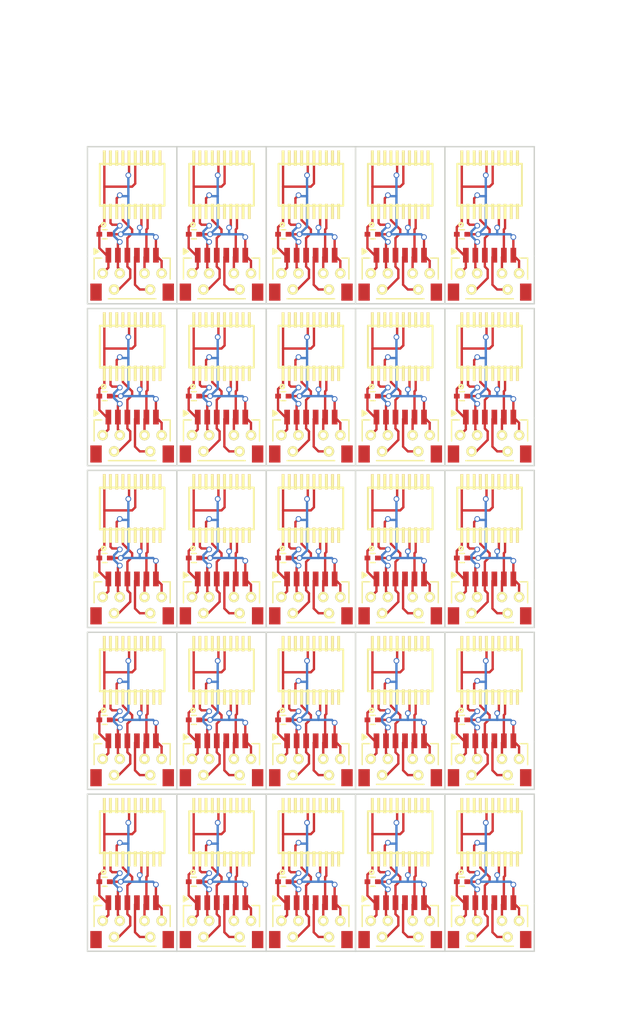
<source format=kicad_pcb>
(kicad_pcb (version 4) (host pcbnew 4.0.2+dfsg1-stable)
  (layers (0 F.Cu signal) (31 B.Cu signal) (34 B.Paste user) (35 F.Paste user) (36 B.SilkS user) (37 F.SilkS user) (38 B.Mask user) (39 F.Mask user) (44 Edge.Cuts user))
  (net 0 "")
  (net 1 GND)
  (net 2 "Net-(AS5306A1-Pad16)")
  (net 3 "Net-(AS5306A1-Pad8)")
  (net 4 "Net-(AS5306A1-Pad2)")
  (net 5 "Net-(AS5306A1-Pad4)")
  (net 6 "Net-(SM06B1-Pad4)")
  (module sop:TSSOP20 (layer F.Cu) (at 142.4 121.1 90)
    (fp_text reference AS5306A111111155 hide)
    (fp_text value AS5306A hide)
    (pad 19 smd rect (at 2.8 -2.275 90) (size 1.6 0.3) (layers F.Cu F.Paste F.SilkS F.Mask))
    (pad 20 smd rect (at 2.8 -2.925 90) (size 1.6 0.3) (layers F.Cu F.Paste F.SilkS F.Mask) (net 1 GND))
    (pad 18 smd rect (at 2.8 -1.625 90) (size 1.6 0.3) (layers F.Cu F.Paste F.SilkS F.Mask))
    (pad 17 smd rect (at 2.8 -0.975 90) (size 1.6 0.3) (layers F.Cu F.Paste F.SilkS F.Mask))
    (pad 16 smd rect (at 2.8 -0.325 90) (size 1.6 0.3) (layers F.Cu F.Paste F.SilkS F.Mask) (net 2 "Net-(AS5306A1-Pad16)"))
    (pad 15 smd rect (at 2.8 0.325 90) (size 1.6 0.3) (layers F.Cu F.Paste F.SilkS F.Mask) (net 1 GND))
    (pad 14 smd rect (at 2.8 0.975 90) (size 1.6 0.3) (layers F.Cu F.Paste F.SilkS F.Mask))
    (pad 13 smd rect (at 2.8 1.625 90) (size 1.6 0.3) (layers F.Cu F.Paste F.SilkS F.Mask))
    (pad 10 smd rect (at -2.8 2.925 90) (size 1.6 0.3) (layers F.Cu F.Paste F.SilkS F.Mask))
    (pad 9 smd rect (at -2.8 2.275 90) (size 1.6 0.3) (layers F.Cu F.Paste F.SilkS F.Mask))
    (pad 8 smd rect (at -2.8 1.625 90) (size 1.6 0.3) (layers F.Cu F.Paste F.SilkS F.Mask) (net 3 "Net-(AS5306A1-Pad8)"))
    (pad 7 smd rect (at -2.8 0.975 90) (size 1.6 0.3) (layers F.Cu F.Paste F.SilkS F.Mask) (net 2 "Net-(AS5306A1-Pad16)"))
    (pad 1 smd rect (at -2.8 -2.925 90) (size 1.6 0.3) (layers F.Cu F.Paste F.SilkS F.Mask) (net 1 GND))
    (pad 2 smd rect (at -2.8 -2.275 90) (size 1.6 0.3) (layers F.Cu F.Paste F.SilkS F.Mask) (net 4 "Net-(AS5306A1-Pad2)"))
    (pad 3 smd rect (at -2.8 -1.625 90) (size 1.6 0.3) (layers F.Cu F.Paste F.SilkS F.Mask) (net 2 "Net-(AS5306A1-Pad16)"))
    (pad 4 smd rect (at -2.8 -0.975 90) (size 1.6 0.3) (layers F.Cu F.Paste F.SilkS F.Mask) (net 5 "Net-(AS5306A1-Pad4)"))
    (pad 5 smd rect (at -2.8 -0.325 90) (size 1.6 0.3) (layers F.Cu F.Paste F.SilkS F.Mask))
    (pad 6 smd rect (at -2.8 0.325 90) (size 1.6 0.3) (layers F.Cu F.Paste F.SilkS F.Mask))
    (pad 12 smd rect (at 2.8 2.275 90) (size 1.6 0.3) (layers F.Cu F.Paste F.SilkS F.Mask))
    (pad 11 smd rect (at 2.8 2.925 90) (size 1.6 0.3) (layers F.Cu F.Paste F.SilkS F.Mask))
  )
  (module sop:TSSOP20 (layer F.Cu) (at 133 121.1 90)
    (fp_text reference AS5306A111111145 hide)
    (fp_text value AS5306A hide)
    (pad 19 smd rect (at 2.8 -2.275 90) (size 1.6 0.3) (layers F.Cu F.Paste F.SilkS F.Mask))
    (pad 20 smd rect (at 2.8 -2.925 90) (size 1.6 0.3) (layers F.Cu F.Paste F.SilkS F.Mask) (net 1 GND))
    (pad 18 smd rect (at 2.8 -1.625 90) (size 1.6 0.3) (layers F.Cu F.Paste F.SilkS F.Mask))
    (pad 17 smd rect (at 2.8 -0.975 90) (size 1.6 0.3) (layers F.Cu F.Paste F.SilkS F.Mask))
    (pad 16 smd rect (at 2.8 -0.325 90) (size 1.6 0.3) (layers F.Cu F.Paste F.SilkS F.Mask) (net 2 "Net-(AS5306A1-Pad16)"))
    (pad 15 smd rect (at 2.8 0.325 90) (size 1.6 0.3) (layers F.Cu F.Paste F.SilkS F.Mask) (net 1 GND))
    (pad 14 smd rect (at 2.8 0.975 90) (size 1.6 0.3) (layers F.Cu F.Paste F.SilkS F.Mask))
    (pad 13 smd rect (at 2.8 1.625 90) (size 1.6 0.3) (layers F.Cu F.Paste F.SilkS F.Mask))
    (pad 10 smd rect (at -2.8 2.925 90) (size 1.6 0.3) (layers F.Cu F.Paste F.SilkS F.Mask))
    (pad 9 smd rect (at -2.8 2.275 90) (size 1.6 0.3) (layers F.Cu F.Paste F.SilkS F.Mask))
    (pad 8 smd rect (at -2.8 1.625 90) (size 1.6 0.3) (layers F.Cu F.Paste F.SilkS F.Mask) (net 3 "Net-(AS5306A1-Pad8)"))
    (pad 7 smd rect (at -2.8 0.975 90) (size 1.6 0.3) (layers F.Cu F.Paste F.SilkS F.Mask) (net 2 "Net-(AS5306A1-Pad16)"))
    (pad 1 smd rect (at -2.8 -2.925 90) (size 1.6 0.3) (layers F.Cu F.Paste F.SilkS F.Mask) (net 1 GND))
    (pad 2 smd rect (at -2.8 -2.275 90) (size 1.6 0.3) (layers F.Cu F.Paste F.SilkS F.Mask) (net 4 "Net-(AS5306A1-Pad2)"))
    (pad 3 smd rect (at -2.8 -1.625 90) (size 1.6 0.3) (layers F.Cu F.Paste F.SilkS F.Mask) (net 2 "Net-(AS5306A1-Pad16)"))
    (pad 4 smd rect (at -2.8 -0.975 90) (size 1.6 0.3) (layers F.Cu F.Paste F.SilkS F.Mask) (net 5 "Net-(AS5306A1-Pad4)"))
    (pad 5 smd rect (at -2.8 -0.325 90) (size 1.6 0.3) (layers F.Cu F.Paste F.SilkS F.Mask))
    (pad 6 smd rect (at -2.8 0.325 90) (size 1.6 0.3) (layers F.Cu F.Paste F.SilkS F.Mask))
    (pad 12 smd rect (at 2.8 2.275 90) (size 1.6 0.3) (layers F.Cu F.Paste F.SilkS F.Mask))
    (pad 11 smd rect (at 2.8 2.925 90) (size 1.6 0.3) (layers F.Cu F.Paste F.SilkS F.Mask))
  )
  (module sop:TSSOP20 (layer F.Cu) (at 123.6 121.1 90)
    (fp_text reference AS5306A111111135 hide)
    (fp_text value AS5306A hide)
    (pad 19 smd rect (at 2.8 -2.275 90) (size 1.6 0.3) (layers F.Cu F.Paste F.SilkS F.Mask))
    (pad 20 smd rect (at 2.8 -2.925 90) (size 1.6 0.3) (layers F.Cu F.Paste F.SilkS F.Mask) (net 1 GND))
    (pad 18 smd rect (at 2.8 -1.625 90) (size 1.6 0.3) (layers F.Cu F.Paste F.SilkS F.Mask))
    (pad 17 smd rect (at 2.8 -0.975 90) (size 1.6 0.3) (layers F.Cu F.Paste F.SilkS F.Mask))
    (pad 16 smd rect (at 2.8 -0.325 90) (size 1.6 0.3) (layers F.Cu F.Paste F.SilkS F.Mask) (net 2 "Net-(AS5306A1-Pad16)"))
    (pad 15 smd rect (at 2.8 0.325 90) (size 1.6 0.3) (layers F.Cu F.Paste F.SilkS F.Mask) (net 1 GND))
    (pad 14 smd rect (at 2.8 0.975 90) (size 1.6 0.3) (layers F.Cu F.Paste F.SilkS F.Mask))
    (pad 13 smd rect (at 2.8 1.625 90) (size 1.6 0.3) (layers F.Cu F.Paste F.SilkS F.Mask))
    (pad 10 smd rect (at -2.8 2.925 90) (size 1.6 0.3) (layers F.Cu F.Paste F.SilkS F.Mask))
    (pad 9 smd rect (at -2.8 2.275 90) (size 1.6 0.3) (layers F.Cu F.Paste F.SilkS F.Mask))
    (pad 8 smd rect (at -2.8 1.625 90) (size 1.6 0.3) (layers F.Cu F.Paste F.SilkS F.Mask) (net 3 "Net-(AS5306A1-Pad8)"))
    (pad 7 smd rect (at -2.8 0.975 90) (size 1.6 0.3) (layers F.Cu F.Paste F.SilkS F.Mask) (net 2 "Net-(AS5306A1-Pad16)"))
    (pad 1 smd rect (at -2.8 -2.925 90) (size 1.6 0.3) (layers F.Cu F.Paste F.SilkS F.Mask) (net 1 GND))
    (pad 2 smd rect (at -2.8 -2.275 90) (size 1.6 0.3) (layers F.Cu F.Paste F.SilkS F.Mask) (net 4 "Net-(AS5306A1-Pad2)"))
    (pad 3 smd rect (at -2.8 -1.625 90) (size 1.6 0.3) (layers F.Cu F.Paste F.SilkS F.Mask) (net 2 "Net-(AS5306A1-Pad16)"))
    (pad 4 smd rect (at -2.8 -0.975 90) (size 1.6 0.3) (layers F.Cu F.Paste F.SilkS F.Mask) (net 5 "Net-(AS5306A1-Pad4)"))
    (pad 5 smd rect (at -2.8 -0.325 90) (size 1.6 0.3) (layers F.Cu F.Paste F.SilkS F.Mask))
    (pad 6 smd rect (at -2.8 0.325 90) (size 1.6 0.3) (layers F.Cu F.Paste F.SilkS F.Mask))
    (pad 12 smd rect (at 2.8 2.275 90) (size 1.6 0.3) (layers F.Cu F.Paste F.SilkS F.Mask))
    (pad 11 smd rect (at 2.8 2.925 90) (size 1.6 0.3) (layers F.Cu F.Paste F.SilkS F.Mask))
  )
  (module sop:TSSOP20 (layer F.Cu) (at 114.2 121.1 90)
    (fp_text reference AS5306A111111125 hide)
    (fp_text value AS5306A hide)
    (pad 19 smd rect (at 2.8 -2.275 90) (size 1.6 0.3) (layers F.Cu F.Paste F.SilkS F.Mask))
    (pad 20 smd rect (at 2.8 -2.925 90) (size 1.6 0.3) (layers F.Cu F.Paste F.SilkS F.Mask) (net 1 GND))
    (pad 18 smd rect (at 2.8 -1.625 90) (size 1.6 0.3) (layers F.Cu F.Paste F.SilkS F.Mask))
    (pad 17 smd rect (at 2.8 -0.975 90) (size 1.6 0.3) (layers F.Cu F.Paste F.SilkS F.Mask))
    (pad 16 smd rect (at 2.8 -0.325 90) (size 1.6 0.3) (layers F.Cu F.Paste F.SilkS F.Mask) (net 2 "Net-(AS5306A1-Pad16)"))
    (pad 15 smd rect (at 2.8 0.325 90) (size 1.6 0.3) (layers F.Cu F.Paste F.SilkS F.Mask) (net 1 GND))
    (pad 14 smd rect (at 2.8 0.975 90) (size 1.6 0.3) (layers F.Cu F.Paste F.SilkS F.Mask))
    (pad 13 smd rect (at 2.8 1.625 90) (size 1.6 0.3) (layers F.Cu F.Paste F.SilkS F.Mask))
    (pad 10 smd rect (at -2.8 2.925 90) (size 1.6 0.3) (layers F.Cu F.Paste F.SilkS F.Mask))
    (pad 9 smd rect (at -2.8 2.275 90) (size 1.6 0.3) (layers F.Cu F.Paste F.SilkS F.Mask))
    (pad 8 smd rect (at -2.8 1.625 90) (size 1.6 0.3) (layers F.Cu F.Paste F.SilkS F.Mask) (net 3 "Net-(AS5306A1-Pad8)"))
    (pad 7 smd rect (at -2.8 0.975 90) (size 1.6 0.3) (layers F.Cu F.Paste F.SilkS F.Mask) (net 2 "Net-(AS5306A1-Pad16)"))
    (pad 1 smd rect (at -2.8 -2.925 90) (size 1.6 0.3) (layers F.Cu F.Paste F.SilkS F.Mask) (net 1 GND))
    (pad 2 smd rect (at -2.8 -2.275 90) (size 1.6 0.3) (layers F.Cu F.Paste F.SilkS F.Mask) (net 4 "Net-(AS5306A1-Pad2)"))
    (pad 3 smd rect (at -2.8 -1.625 90) (size 1.6 0.3) (layers F.Cu F.Paste F.SilkS F.Mask) (net 2 "Net-(AS5306A1-Pad16)"))
    (pad 4 smd rect (at -2.8 -0.975 90) (size 1.6 0.3) (layers F.Cu F.Paste F.SilkS F.Mask) (net 5 "Net-(AS5306A1-Pad4)"))
    (pad 5 smd rect (at -2.8 -0.325 90) (size 1.6 0.3) (layers F.Cu F.Paste F.SilkS F.Mask))
    (pad 6 smd rect (at -2.8 0.325 90) (size 1.6 0.3) (layers F.Cu F.Paste F.SilkS F.Mask))
    (pad 12 smd rect (at 2.8 2.275 90) (size 1.6 0.3) (layers F.Cu F.Paste F.SilkS F.Mask))
    (pad 11 smd rect (at 2.8 2.925 90) (size 1.6 0.3) (layers F.Cu F.Paste F.SilkS F.Mask))
  )
  (module sop:TSSOP20 (layer F.Cu) (at 104.8 121.1 90)
    (fp_text reference AS5306A111111115 hide)
    (fp_text value AS5306A hide)
    (pad 19 smd rect (at 2.8 -2.275 90) (size 1.6 0.3) (layers F.Cu F.Paste F.SilkS F.Mask))
    (pad 20 smd rect (at 2.8 -2.925 90) (size 1.6 0.3) (layers F.Cu F.Paste F.SilkS F.Mask) (net 1 GND))
    (pad 18 smd rect (at 2.8 -1.625 90) (size 1.6 0.3) (layers F.Cu F.Paste F.SilkS F.Mask))
    (pad 17 smd rect (at 2.8 -0.975 90) (size 1.6 0.3) (layers F.Cu F.Paste F.SilkS F.Mask))
    (pad 16 smd rect (at 2.8 -0.325 90) (size 1.6 0.3) (layers F.Cu F.Paste F.SilkS F.Mask) (net 2 "Net-(AS5306A1-Pad16)"))
    (pad 15 smd rect (at 2.8 0.325 90) (size 1.6 0.3) (layers F.Cu F.Paste F.SilkS F.Mask) (net 1 GND))
    (pad 14 smd rect (at 2.8 0.975 90) (size 1.6 0.3) (layers F.Cu F.Paste F.SilkS F.Mask))
    (pad 13 smd rect (at 2.8 1.625 90) (size 1.6 0.3) (layers F.Cu F.Paste F.SilkS F.Mask))
    (pad 10 smd rect (at -2.8 2.925 90) (size 1.6 0.3) (layers F.Cu F.Paste F.SilkS F.Mask))
    (pad 9 smd rect (at -2.8 2.275 90) (size 1.6 0.3) (layers F.Cu F.Paste F.SilkS F.Mask))
    (pad 8 smd rect (at -2.8 1.625 90) (size 1.6 0.3) (layers F.Cu F.Paste F.SilkS F.Mask) (net 3 "Net-(AS5306A1-Pad8)"))
    (pad 7 smd rect (at -2.8 0.975 90) (size 1.6 0.3) (layers F.Cu F.Paste F.SilkS F.Mask) (net 2 "Net-(AS5306A1-Pad16)"))
    (pad 1 smd rect (at -2.8 -2.925 90) (size 1.6 0.3) (layers F.Cu F.Paste F.SilkS F.Mask) (net 1 GND))
    (pad 2 smd rect (at -2.8 -2.275 90) (size 1.6 0.3) (layers F.Cu F.Paste F.SilkS F.Mask) (net 4 "Net-(AS5306A1-Pad2)"))
    (pad 3 smd rect (at -2.8 -1.625 90) (size 1.6 0.3) (layers F.Cu F.Paste F.SilkS F.Mask) (net 2 "Net-(AS5306A1-Pad16)"))
    (pad 4 smd rect (at -2.8 -0.975 90) (size 1.6 0.3) (layers F.Cu F.Paste F.SilkS F.Mask) (net 5 "Net-(AS5306A1-Pad4)"))
    (pad 5 smd rect (at -2.8 -0.325 90) (size 1.6 0.3) (layers F.Cu F.Paste F.SilkS F.Mask))
    (pad 6 smd rect (at -2.8 0.325 90) (size 1.6 0.3) (layers F.Cu F.Paste F.SilkS F.Mask))
    (pad 12 smd rect (at 2.8 2.275 90) (size 1.6 0.3) (layers F.Cu F.Paste F.SilkS F.Mask))
    (pad 11 smd rect (at 2.8 2.925 90) (size 1.6 0.3) (layers F.Cu F.Paste F.SilkS F.Mask))
  )
  (module sop:TSSOP20 (layer F.Cu) (at 142.4 104.1 90)
    (fp_text reference AS5306A111111154 hide)
    (fp_text value AS5306A hide)
    (pad 19 smd rect (at 2.8 -2.275 90) (size 1.6 0.3) (layers F.Cu F.Paste F.SilkS F.Mask))
    (pad 20 smd rect (at 2.8 -2.925 90) (size 1.6 0.3) (layers F.Cu F.Paste F.SilkS F.Mask) (net 1 GND))
    (pad 18 smd rect (at 2.8 -1.625 90) (size 1.6 0.3) (layers F.Cu F.Paste F.SilkS F.Mask))
    (pad 17 smd rect (at 2.8 -0.975 90) (size 1.6 0.3) (layers F.Cu F.Paste F.SilkS F.Mask))
    (pad 16 smd rect (at 2.8 -0.325 90) (size 1.6 0.3) (layers F.Cu F.Paste F.SilkS F.Mask) (net 2 "Net-(AS5306A1-Pad16)"))
    (pad 15 smd rect (at 2.8 0.325 90) (size 1.6 0.3) (layers F.Cu F.Paste F.SilkS F.Mask) (net 1 GND))
    (pad 14 smd rect (at 2.8 0.975 90) (size 1.6 0.3) (layers F.Cu F.Paste F.SilkS F.Mask))
    (pad 13 smd rect (at 2.8 1.625 90) (size 1.6 0.3) (layers F.Cu F.Paste F.SilkS F.Mask))
    (pad 10 smd rect (at -2.8 2.925 90) (size 1.6 0.3) (layers F.Cu F.Paste F.SilkS F.Mask))
    (pad 9 smd rect (at -2.8 2.275 90) (size 1.6 0.3) (layers F.Cu F.Paste F.SilkS F.Mask))
    (pad 8 smd rect (at -2.8 1.625 90) (size 1.6 0.3) (layers F.Cu F.Paste F.SilkS F.Mask) (net 3 "Net-(AS5306A1-Pad8)"))
    (pad 7 smd rect (at -2.8 0.975 90) (size 1.6 0.3) (layers F.Cu F.Paste F.SilkS F.Mask) (net 2 "Net-(AS5306A1-Pad16)"))
    (pad 1 smd rect (at -2.8 -2.925 90) (size 1.6 0.3) (layers F.Cu F.Paste F.SilkS F.Mask) (net 1 GND))
    (pad 2 smd rect (at -2.8 -2.275 90) (size 1.6 0.3) (layers F.Cu F.Paste F.SilkS F.Mask) (net 4 "Net-(AS5306A1-Pad2)"))
    (pad 3 smd rect (at -2.8 -1.625 90) (size 1.6 0.3) (layers F.Cu F.Paste F.SilkS F.Mask) (net 2 "Net-(AS5306A1-Pad16)"))
    (pad 4 smd rect (at -2.8 -0.975 90) (size 1.6 0.3) (layers F.Cu F.Paste F.SilkS F.Mask) (net 5 "Net-(AS5306A1-Pad4)"))
    (pad 5 smd rect (at -2.8 -0.325 90) (size 1.6 0.3) (layers F.Cu F.Paste F.SilkS F.Mask))
    (pad 6 smd rect (at -2.8 0.325 90) (size 1.6 0.3) (layers F.Cu F.Paste F.SilkS F.Mask))
    (pad 12 smd rect (at 2.8 2.275 90) (size 1.6 0.3) (layers F.Cu F.Paste F.SilkS F.Mask))
    (pad 11 smd rect (at 2.8 2.925 90) (size 1.6 0.3) (layers F.Cu F.Paste F.SilkS F.Mask))
  )
  (module sop:TSSOP20 (layer F.Cu) (at 133 104.1 90)
    (fp_text reference AS5306A111111144 hide)
    (fp_text value AS5306A hide)
    (pad 19 smd rect (at 2.8 -2.275 90) (size 1.6 0.3) (layers F.Cu F.Paste F.SilkS F.Mask))
    (pad 20 smd rect (at 2.8 -2.925 90) (size 1.6 0.3) (layers F.Cu F.Paste F.SilkS F.Mask) (net 1 GND))
    (pad 18 smd rect (at 2.8 -1.625 90) (size 1.6 0.3) (layers F.Cu F.Paste F.SilkS F.Mask))
    (pad 17 smd rect (at 2.8 -0.975 90) (size 1.6 0.3) (layers F.Cu F.Paste F.SilkS F.Mask))
    (pad 16 smd rect (at 2.8 -0.325 90) (size 1.6 0.3) (layers F.Cu F.Paste F.SilkS F.Mask) (net 2 "Net-(AS5306A1-Pad16)"))
    (pad 15 smd rect (at 2.8 0.325 90) (size 1.6 0.3) (layers F.Cu F.Paste F.SilkS F.Mask) (net 1 GND))
    (pad 14 smd rect (at 2.8 0.975 90) (size 1.6 0.3) (layers F.Cu F.Paste F.SilkS F.Mask))
    (pad 13 smd rect (at 2.8 1.625 90) (size 1.6 0.3) (layers F.Cu F.Paste F.SilkS F.Mask))
    (pad 10 smd rect (at -2.8 2.925 90) (size 1.6 0.3) (layers F.Cu F.Paste F.SilkS F.Mask))
    (pad 9 smd rect (at -2.8 2.275 90) (size 1.6 0.3) (layers F.Cu F.Paste F.SilkS F.Mask))
    (pad 8 smd rect (at -2.8 1.625 90) (size 1.6 0.3) (layers F.Cu F.Paste F.SilkS F.Mask) (net 3 "Net-(AS5306A1-Pad8)"))
    (pad 7 smd rect (at -2.8 0.975 90) (size 1.6 0.3) (layers F.Cu F.Paste F.SilkS F.Mask) (net 2 "Net-(AS5306A1-Pad16)"))
    (pad 1 smd rect (at -2.8 -2.925 90) (size 1.6 0.3) (layers F.Cu F.Paste F.SilkS F.Mask) (net 1 GND))
    (pad 2 smd rect (at -2.8 -2.275 90) (size 1.6 0.3) (layers F.Cu F.Paste F.SilkS F.Mask) (net 4 "Net-(AS5306A1-Pad2)"))
    (pad 3 smd rect (at -2.8 -1.625 90) (size 1.6 0.3) (layers F.Cu F.Paste F.SilkS F.Mask) (net 2 "Net-(AS5306A1-Pad16)"))
    (pad 4 smd rect (at -2.8 -0.975 90) (size 1.6 0.3) (layers F.Cu F.Paste F.SilkS F.Mask) (net 5 "Net-(AS5306A1-Pad4)"))
    (pad 5 smd rect (at -2.8 -0.325 90) (size 1.6 0.3) (layers F.Cu F.Paste F.SilkS F.Mask))
    (pad 6 smd rect (at -2.8 0.325 90) (size 1.6 0.3) (layers F.Cu F.Paste F.SilkS F.Mask))
    (pad 12 smd rect (at 2.8 2.275 90) (size 1.6 0.3) (layers F.Cu F.Paste F.SilkS F.Mask))
    (pad 11 smd rect (at 2.8 2.925 90) (size 1.6 0.3) (layers F.Cu F.Paste F.SilkS F.Mask))
  )
  (module sop:TSSOP20 (layer F.Cu) (at 123.6 104.1 90)
    (fp_text reference AS5306A111111134 hide)
    (fp_text value AS5306A hide)
    (pad 19 smd rect (at 2.8 -2.275 90) (size 1.6 0.3) (layers F.Cu F.Paste F.SilkS F.Mask))
    (pad 20 smd rect (at 2.8 -2.925 90) (size 1.6 0.3) (layers F.Cu F.Paste F.SilkS F.Mask) (net 1 GND))
    (pad 18 smd rect (at 2.8 -1.625 90) (size 1.6 0.3) (layers F.Cu F.Paste F.SilkS F.Mask))
    (pad 17 smd rect (at 2.8 -0.975 90) (size 1.6 0.3) (layers F.Cu F.Paste F.SilkS F.Mask))
    (pad 16 smd rect (at 2.8 -0.325 90) (size 1.6 0.3) (layers F.Cu F.Paste F.SilkS F.Mask) (net 2 "Net-(AS5306A1-Pad16)"))
    (pad 15 smd rect (at 2.8 0.325 90) (size 1.6 0.3) (layers F.Cu F.Paste F.SilkS F.Mask) (net 1 GND))
    (pad 14 smd rect (at 2.8 0.975 90) (size 1.6 0.3) (layers F.Cu F.Paste F.SilkS F.Mask))
    (pad 13 smd rect (at 2.8 1.625 90) (size 1.6 0.3) (layers F.Cu F.Paste F.SilkS F.Mask))
    (pad 10 smd rect (at -2.8 2.925 90) (size 1.6 0.3) (layers F.Cu F.Paste F.SilkS F.Mask))
    (pad 9 smd rect (at -2.8 2.275 90) (size 1.6 0.3) (layers F.Cu F.Paste F.SilkS F.Mask))
    (pad 8 smd rect (at -2.8 1.625 90) (size 1.6 0.3) (layers F.Cu F.Paste F.SilkS F.Mask) (net 3 "Net-(AS5306A1-Pad8)"))
    (pad 7 smd rect (at -2.8 0.975 90) (size 1.6 0.3) (layers F.Cu F.Paste F.SilkS F.Mask) (net 2 "Net-(AS5306A1-Pad16)"))
    (pad 1 smd rect (at -2.8 -2.925 90) (size 1.6 0.3) (layers F.Cu F.Paste F.SilkS F.Mask) (net 1 GND))
    (pad 2 smd rect (at -2.8 -2.275 90) (size 1.6 0.3) (layers F.Cu F.Paste F.SilkS F.Mask) (net 4 "Net-(AS5306A1-Pad2)"))
    (pad 3 smd rect (at -2.8 -1.625 90) (size 1.6 0.3) (layers F.Cu F.Paste F.SilkS F.Mask) (net 2 "Net-(AS5306A1-Pad16)"))
    (pad 4 smd rect (at -2.8 -0.975 90) (size 1.6 0.3) (layers F.Cu F.Paste F.SilkS F.Mask) (net 5 "Net-(AS5306A1-Pad4)"))
    (pad 5 smd rect (at -2.8 -0.325 90) (size 1.6 0.3) (layers F.Cu F.Paste F.SilkS F.Mask))
    (pad 6 smd rect (at -2.8 0.325 90) (size 1.6 0.3) (layers F.Cu F.Paste F.SilkS F.Mask))
    (pad 12 smd rect (at 2.8 2.275 90) (size 1.6 0.3) (layers F.Cu F.Paste F.SilkS F.Mask))
    (pad 11 smd rect (at 2.8 2.925 90) (size 1.6 0.3) (layers F.Cu F.Paste F.SilkS F.Mask))
  )
  (module sop:TSSOP20 (layer F.Cu) (at 114.2 104.1 90)
    (fp_text reference AS5306A111111124 hide)
    (fp_text value AS5306A hide)
    (pad 19 smd rect (at 2.8 -2.275 90) (size 1.6 0.3) (layers F.Cu F.Paste F.SilkS F.Mask))
    (pad 20 smd rect (at 2.8 -2.925 90) (size 1.6 0.3) (layers F.Cu F.Paste F.SilkS F.Mask) (net 1 GND))
    (pad 18 smd rect (at 2.8 -1.625 90) (size 1.6 0.3) (layers F.Cu F.Paste F.SilkS F.Mask))
    (pad 17 smd rect (at 2.8 -0.975 90) (size 1.6 0.3) (layers F.Cu F.Paste F.SilkS F.Mask))
    (pad 16 smd rect (at 2.8 -0.325 90) (size 1.6 0.3) (layers F.Cu F.Paste F.SilkS F.Mask) (net 2 "Net-(AS5306A1-Pad16)"))
    (pad 15 smd rect (at 2.8 0.325 90) (size 1.6 0.3) (layers F.Cu F.Paste F.SilkS F.Mask) (net 1 GND))
    (pad 14 smd rect (at 2.8 0.975 90) (size 1.6 0.3) (layers F.Cu F.Paste F.SilkS F.Mask))
    (pad 13 smd rect (at 2.8 1.625 90) (size 1.6 0.3) (layers F.Cu F.Paste F.SilkS F.Mask))
    (pad 10 smd rect (at -2.8 2.925 90) (size 1.6 0.3) (layers F.Cu F.Paste F.SilkS F.Mask))
    (pad 9 smd rect (at -2.8 2.275 90) (size 1.6 0.3) (layers F.Cu F.Paste F.SilkS F.Mask))
    (pad 8 smd rect (at -2.8 1.625 90) (size 1.6 0.3) (layers F.Cu F.Paste F.SilkS F.Mask) (net 3 "Net-(AS5306A1-Pad8)"))
    (pad 7 smd rect (at -2.8 0.975 90) (size 1.6 0.3) (layers F.Cu F.Paste F.SilkS F.Mask) (net 2 "Net-(AS5306A1-Pad16)"))
    (pad 1 smd rect (at -2.8 -2.925 90) (size 1.6 0.3) (layers F.Cu F.Paste F.SilkS F.Mask) (net 1 GND))
    (pad 2 smd rect (at -2.8 -2.275 90) (size 1.6 0.3) (layers F.Cu F.Paste F.SilkS F.Mask) (net 4 "Net-(AS5306A1-Pad2)"))
    (pad 3 smd rect (at -2.8 -1.625 90) (size 1.6 0.3) (layers F.Cu F.Paste F.SilkS F.Mask) (net 2 "Net-(AS5306A1-Pad16)"))
    (pad 4 smd rect (at -2.8 -0.975 90) (size 1.6 0.3) (layers F.Cu F.Paste F.SilkS F.Mask) (net 5 "Net-(AS5306A1-Pad4)"))
    (pad 5 smd rect (at -2.8 -0.325 90) (size 1.6 0.3) (layers F.Cu F.Paste F.SilkS F.Mask))
    (pad 6 smd rect (at -2.8 0.325 90) (size 1.6 0.3) (layers F.Cu F.Paste F.SilkS F.Mask))
    (pad 12 smd rect (at 2.8 2.275 90) (size 1.6 0.3) (layers F.Cu F.Paste F.SilkS F.Mask))
    (pad 11 smd rect (at 2.8 2.925 90) (size 1.6 0.3) (layers F.Cu F.Paste F.SilkS F.Mask))
  )
  (module sop:TSSOP20 (layer F.Cu) (at 104.8 104.1 90)
    (fp_text reference AS5306A111111114 hide)
    (fp_text value AS5306A hide)
    (pad 19 smd rect (at 2.8 -2.275 90) (size 1.6 0.3) (layers F.Cu F.Paste F.SilkS F.Mask))
    (pad 20 smd rect (at 2.8 -2.925 90) (size 1.6 0.3) (layers F.Cu F.Paste F.SilkS F.Mask) (net 1 GND))
    (pad 18 smd rect (at 2.8 -1.625 90) (size 1.6 0.3) (layers F.Cu F.Paste F.SilkS F.Mask))
    (pad 17 smd rect (at 2.8 -0.975 90) (size 1.6 0.3) (layers F.Cu F.Paste F.SilkS F.Mask))
    (pad 16 smd rect (at 2.8 -0.325 90) (size 1.6 0.3) (layers F.Cu F.Paste F.SilkS F.Mask) (net 2 "Net-(AS5306A1-Pad16)"))
    (pad 15 smd rect (at 2.8 0.325 90) (size 1.6 0.3) (layers F.Cu F.Paste F.SilkS F.Mask) (net 1 GND))
    (pad 14 smd rect (at 2.8 0.975 90) (size 1.6 0.3) (layers F.Cu F.Paste F.SilkS F.Mask))
    (pad 13 smd rect (at 2.8 1.625 90) (size 1.6 0.3) (layers F.Cu F.Paste F.SilkS F.Mask))
    (pad 10 smd rect (at -2.8 2.925 90) (size 1.6 0.3) (layers F.Cu F.Paste F.SilkS F.Mask))
    (pad 9 smd rect (at -2.8 2.275 90) (size 1.6 0.3) (layers F.Cu F.Paste F.SilkS F.Mask))
    (pad 8 smd rect (at -2.8 1.625 90) (size 1.6 0.3) (layers F.Cu F.Paste F.SilkS F.Mask) (net 3 "Net-(AS5306A1-Pad8)"))
    (pad 7 smd rect (at -2.8 0.975 90) (size 1.6 0.3) (layers F.Cu F.Paste F.SilkS F.Mask) (net 2 "Net-(AS5306A1-Pad16)"))
    (pad 1 smd rect (at -2.8 -2.925 90) (size 1.6 0.3) (layers F.Cu F.Paste F.SilkS F.Mask) (net 1 GND))
    (pad 2 smd rect (at -2.8 -2.275 90) (size 1.6 0.3) (layers F.Cu F.Paste F.SilkS F.Mask) (net 4 "Net-(AS5306A1-Pad2)"))
    (pad 3 smd rect (at -2.8 -1.625 90) (size 1.6 0.3) (layers F.Cu F.Paste F.SilkS F.Mask) (net 2 "Net-(AS5306A1-Pad16)"))
    (pad 4 smd rect (at -2.8 -0.975 90) (size 1.6 0.3) (layers F.Cu F.Paste F.SilkS F.Mask) (net 5 "Net-(AS5306A1-Pad4)"))
    (pad 5 smd rect (at -2.8 -0.325 90) (size 1.6 0.3) (layers F.Cu F.Paste F.SilkS F.Mask))
    (pad 6 smd rect (at -2.8 0.325 90) (size 1.6 0.3) (layers F.Cu F.Paste F.SilkS F.Mask))
    (pad 12 smd rect (at 2.8 2.275 90) (size 1.6 0.3) (layers F.Cu F.Paste F.SilkS F.Mask))
    (pad 11 smd rect (at 2.8 2.925 90) (size 1.6 0.3) (layers F.Cu F.Paste F.SilkS F.Mask))
  )
  (module sop:TSSOP20 (layer F.Cu) (at 142.4 87.1 90)
    (fp_text reference AS5306A111111153 hide)
    (fp_text value AS5306A hide)
    (pad 19 smd rect (at 2.8 -2.275 90) (size 1.6 0.3) (layers F.Cu F.Paste F.SilkS F.Mask))
    (pad 20 smd rect (at 2.8 -2.925 90) (size 1.6 0.3) (layers F.Cu F.Paste F.SilkS F.Mask) (net 1 GND))
    (pad 18 smd rect (at 2.8 -1.625 90) (size 1.6 0.3) (layers F.Cu F.Paste F.SilkS F.Mask))
    (pad 17 smd rect (at 2.8 -0.975 90) (size 1.6 0.3) (layers F.Cu F.Paste F.SilkS F.Mask))
    (pad 16 smd rect (at 2.8 -0.325 90) (size 1.6 0.3) (layers F.Cu F.Paste F.SilkS F.Mask) (net 2 "Net-(AS5306A1-Pad16)"))
    (pad 15 smd rect (at 2.8 0.325 90) (size 1.6 0.3) (layers F.Cu F.Paste F.SilkS F.Mask) (net 1 GND))
    (pad 14 smd rect (at 2.8 0.975 90) (size 1.6 0.3) (layers F.Cu F.Paste F.SilkS F.Mask))
    (pad 13 smd rect (at 2.8 1.625 90) (size 1.6 0.3) (layers F.Cu F.Paste F.SilkS F.Mask))
    (pad 10 smd rect (at -2.8 2.925 90) (size 1.6 0.3) (layers F.Cu F.Paste F.SilkS F.Mask))
    (pad 9 smd rect (at -2.8 2.275 90) (size 1.6 0.3) (layers F.Cu F.Paste F.SilkS F.Mask))
    (pad 8 smd rect (at -2.8 1.625 90) (size 1.6 0.3) (layers F.Cu F.Paste F.SilkS F.Mask) (net 3 "Net-(AS5306A1-Pad8)"))
    (pad 7 smd rect (at -2.8 0.975 90) (size 1.6 0.3) (layers F.Cu F.Paste F.SilkS F.Mask) (net 2 "Net-(AS5306A1-Pad16)"))
    (pad 1 smd rect (at -2.8 -2.925 90) (size 1.6 0.3) (layers F.Cu F.Paste F.SilkS F.Mask) (net 1 GND))
    (pad 2 smd rect (at -2.8 -2.275 90) (size 1.6 0.3) (layers F.Cu F.Paste F.SilkS F.Mask) (net 4 "Net-(AS5306A1-Pad2)"))
    (pad 3 smd rect (at -2.8 -1.625 90) (size 1.6 0.3) (layers F.Cu F.Paste F.SilkS F.Mask) (net 2 "Net-(AS5306A1-Pad16)"))
    (pad 4 smd rect (at -2.8 -0.975 90) (size 1.6 0.3) (layers F.Cu F.Paste F.SilkS F.Mask) (net 5 "Net-(AS5306A1-Pad4)"))
    (pad 5 smd rect (at -2.8 -0.325 90) (size 1.6 0.3) (layers F.Cu F.Paste F.SilkS F.Mask))
    (pad 6 smd rect (at -2.8 0.325 90) (size 1.6 0.3) (layers F.Cu F.Paste F.SilkS F.Mask))
    (pad 12 smd rect (at 2.8 2.275 90) (size 1.6 0.3) (layers F.Cu F.Paste F.SilkS F.Mask))
    (pad 11 smd rect (at 2.8 2.925 90) (size 1.6 0.3) (layers F.Cu F.Paste F.SilkS F.Mask))
  )
  (module sop:TSSOP20 (layer F.Cu) (at 133 87.1 90)
    (fp_text reference AS5306A111111143 hide)
    (fp_text value AS5306A hide)
    (pad 19 smd rect (at 2.8 -2.275 90) (size 1.6 0.3) (layers F.Cu F.Paste F.SilkS F.Mask))
    (pad 20 smd rect (at 2.8 -2.925 90) (size 1.6 0.3) (layers F.Cu F.Paste F.SilkS F.Mask) (net 1 GND))
    (pad 18 smd rect (at 2.8 -1.625 90) (size 1.6 0.3) (layers F.Cu F.Paste F.SilkS F.Mask))
    (pad 17 smd rect (at 2.8 -0.975 90) (size 1.6 0.3) (layers F.Cu F.Paste F.SilkS F.Mask))
    (pad 16 smd rect (at 2.8 -0.325 90) (size 1.6 0.3) (layers F.Cu F.Paste F.SilkS F.Mask) (net 2 "Net-(AS5306A1-Pad16)"))
    (pad 15 smd rect (at 2.8 0.325 90) (size 1.6 0.3) (layers F.Cu F.Paste F.SilkS F.Mask) (net 1 GND))
    (pad 14 smd rect (at 2.8 0.975 90) (size 1.6 0.3) (layers F.Cu F.Paste F.SilkS F.Mask))
    (pad 13 smd rect (at 2.8 1.625 90) (size 1.6 0.3) (layers F.Cu F.Paste F.SilkS F.Mask))
    (pad 10 smd rect (at -2.8 2.925 90) (size 1.6 0.3) (layers F.Cu F.Paste F.SilkS F.Mask))
    (pad 9 smd rect (at -2.8 2.275 90) (size 1.6 0.3) (layers F.Cu F.Paste F.SilkS F.Mask))
    (pad 8 smd rect (at -2.8 1.625 90) (size 1.6 0.3) (layers F.Cu F.Paste F.SilkS F.Mask) (net 3 "Net-(AS5306A1-Pad8)"))
    (pad 7 smd rect (at -2.8 0.975 90) (size 1.6 0.3) (layers F.Cu F.Paste F.SilkS F.Mask) (net 2 "Net-(AS5306A1-Pad16)"))
    (pad 1 smd rect (at -2.8 -2.925 90) (size 1.6 0.3) (layers F.Cu F.Paste F.SilkS F.Mask) (net 1 GND))
    (pad 2 smd rect (at -2.8 -2.275 90) (size 1.6 0.3) (layers F.Cu F.Paste F.SilkS F.Mask) (net 4 "Net-(AS5306A1-Pad2)"))
    (pad 3 smd rect (at -2.8 -1.625 90) (size 1.6 0.3) (layers F.Cu F.Paste F.SilkS F.Mask) (net 2 "Net-(AS5306A1-Pad16)"))
    (pad 4 smd rect (at -2.8 -0.975 90) (size 1.6 0.3) (layers F.Cu F.Paste F.SilkS F.Mask) (net 5 "Net-(AS5306A1-Pad4)"))
    (pad 5 smd rect (at -2.8 -0.325 90) (size 1.6 0.3) (layers F.Cu F.Paste F.SilkS F.Mask))
    (pad 6 smd rect (at -2.8 0.325 90) (size 1.6 0.3) (layers F.Cu F.Paste F.SilkS F.Mask))
    (pad 12 smd rect (at 2.8 2.275 90) (size 1.6 0.3) (layers F.Cu F.Paste F.SilkS F.Mask))
    (pad 11 smd rect (at 2.8 2.925 90) (size 1.6 0.3) (layers F.Cu F.Paste F.SilkS F.Mask))
  )
  (module sop:TSSOP20 (layer F.Cu) (at 123.6 87.1 90)
    (fp_text reference AS5306A111111133 hide)
    (fp_text value AS5306A hide)
    (pad 19 smd rect (at 2.8 -2.275 90) (size 1.6 0.3) (layers F.Cu F.Paste F.SilkS F.Mask))
    (pad 20 smd rect (at 2.8 -2.925 90) (size 1.6 0.3) (layers F.Cu F.Paste F.SilkS F.Mask) (net 1 GND))
    (pad 18 smd rect (at 2.8 -1.625 90) (size 1.6 0.3) (layers F.Cu F.Paste F.SilkS F.Mask))
    (pad 17 smd rect (at 2.8 -0.975 90) (size 1.6 0.3) (layers F.Cu F.Paste F.SilkS F.Mask))
    (pad 16 smd rect (at 2.8 -0.325 90) (size 1.6 0.3) (layers F.Cu F.Paste F.SilkS F.Mask) (net 2 "Net-(AS5306A1-Pad16)"))
    (pad 15 smd rect (at 2.8 0.325 90) (size 1.6 0.3) (layers F.Cu F.Paste F.SilkS F.Mask) (net 1 GND))
    (pad 14 smd rect (at 2.8 0.975 90) (size 1.6 0.3) (layers F.Cu F.Paste F.SilkS F.Mask))
    (pad 13 smd rect (at 2.8 1.625 90) (size 1.6 0.3) (layers F.Cu F.Paste F.SilkS F.Mask))
    (pad 10 smd rect (at -2.8 2.925 90) (size 1.6 0.3) (layers F.Cu F.Paste F.SilkS F.Mask))
    (pad 9 smd rect (at -2.8 2.275 90) (size 1.6 0.3) (layers F.Cu F.Paste F.SilkS F.Mask))
    (pad 8 smd rect (at -2.8 1.625 90) (size 1.6 0.3) (layers F.Cu F.Paste F.SilkS F.Mask) (net 3 "Net-(AS5306A1-Pad8)"))
    (pad 7 smd rect (at -2.8 0.975 90) (size 1.6 0.3) (layers F.Cu F.Paste F.SilkS F.Mask) (net 2 "Net-(AS5306A1-Pad16)"))
    (pad 1 smd rect (at -2.8 -2.925 90) (size 1.6 0.3) (layers F.Cu F.Paste F.SilkS F.Mask) (net 1 GND))
    (pad 2 smd rect (at -2.8 -2.275 90) (size 1.6 0.3) (layers F.Cu F.Paste F.SilkS F.Mask) (net 4 "Net-(AS5306A1-Pad2)"))
    (pad 3 smd rect (at -2.8 -1.625 90) (size 1.6 0.3) (layers F.Cu F.Paste F.SilkS F.Mask) (net 2 "Net-(AS5306A1-Pad16)"))
    (pad 4 smd rect (at -2.8 -0.975 90) (size 1.6 0.3) (layers F.Cu F.Paste F.SilkS F.Mask) (net 5 "Net-(AS5306A1-Pad4)"))
    (pad 5 smd rect (at -2.8 -0.325 90) (size 1.6 0.3) (layers F.Cu F.Paste F.SilkS F.Mask))
    (pad 6 smd rect (at -2.8 0.325 90) (size 1.6 0.3) (layers F.Cu F.Paste F.SilkS F.Mask))
    (pad 12 smd rect (at 2.8 2.275 90) (size 1.6 0.3) (layers F.Cu F.Paste F.SilkS F.Mask))
    (pad 11 smd rect (at 2.8 2.925 90) (size 1.6 0.3) (layers F.Cu F.Paste F.SilkS F.Mask))
  )
  (module sop:TSSOP20 (layer F.Cu) (at 114.2 87.1 90)
    (fp_text reference AS5306A111111123 hide)
    (fp_text value AS5306A hide)
    (pad 19 smd rect (at 2.8 -2.275 90) (size 1.6 0.3) (layers F.Cu F.Paste F.SilkS F.Mask))
    (pad 20 smd rect (at 2.8 -2.925 90) (size 1.6 0.3) (layers F.Cu F.Paste F.SilkS F.Mask) (net 1 GND))
    (pad 18 smd rect (at 2.8 -1.625 90) (size 1.6 0.3) (layers F.Cu F.Paste F.SilkS F.Mask))
    (pad 17 smd rect (at 2.8 -0.975 90) (size 1.6 0.3) (layers F.Cu F.Paste F.SilkS F.Mask))
    (pad 16 smd rect (at 2.8 -0.325 90) (size 1.6 0.3) (layers F.Cu F.Paste F.SilkS F.Mask) (net 2 "Net-(AS5306A1-Pad16)"))
    (pad 15 smd rect (at 2.8 0.325 90) (size 1.6 0.3) (layers F.Cu F.Paste F.SilkS F.Mask) (net 1 GND))
    (pad 14 smd rect (at 2.8 0.975 90) (size 1.6 0.3) (layers F.Cu F.Paste F.SilkS F.Mask))
    (pad 13 smd rect (at 2.8 1.625 90) (size 1.6 0.3) (layers F.Cu F.Paste F.SilkS F.Mask))
    (pad 10 smd rect (at -2.8 2.925 90) (size 1.6 0.3) (layers F.Cu F.Paste F.SilkS F.Mask))
    (pad 9 smd rect (at -2.8 2.275 90) (size 1.6 0.3) (layers F.Cu F.Paste F.SilkS F.Mask))
    (pad 8 smd rect (at -2.8 1.625 90) (size 1.6 0.3) (layers F.Cu F.Paste F.SilkS F.Mask) (net 3 "Net-(AS5306A1-Pad8)"))
    (pad 7 smd rect (at -2.8 0.975 90) (size 1.6 0.3) (layers F.Cu F.Paste F.SilkS F.Mask) (net 2 "Net-(AS5306A1-Pad16)"))
    (pad 1 smd rect (at -2.8 -2.925 90) (size 1.6 0.3) (layers F.Cu F.Paste F.SilkS F.Mask) (net 1 GND))
    (pad 2 smd rect (at -2.8 -2.275 90) (size 1.6 0.3) (layers F.Cu F.Paste F.SilkS F.Mask) (net 4 "Net-(AS5306A1-Pad2)"))
    (pad 3 smd rect (at -2.8 -1.625 90) (size 1.6 0.3) (layers F.Cu F.Paste F.SilkS F.Mask) (net 2 "Net-(AS5306A1-Pad16)"))
    (pad 4 smd rect (at -2.8 -0.975 90) (size 1.6 0.3) (layers F.Cu F.Paste F.SilkS F.Mask) (net 5 "Net-(AS5306A1-Pad4)"))
    (pad 5 smd rect (at -2.8 -0.325 90) (size 1.6 0.3) (layers F.Cu F.Paste F.SilkS F.Mask))
    (pad 6 smd rect (at -2.8 0.325 90) (size 1.6 0.3) (layers F.Cu F.Paste F.SilkS F.Mask))
    (pad 12 smd rect (at 2.8 2.275 90) (size 1.6 0.3) (layers F.Cu F.Paste F.SilkS F.Mask))
    (pad 11 smd rect (at 2.8 2.925 90) (size 1.6 0.3) (layers F.Cu F.Paste F.SilkS F.Mask))
  )
  (module sop:TSSOP20 (layer F.Cu) (at 104.8 87.1 90)
    (fp_text reference AS5306A111111113 hide)
    (fp_text value AS5306A hide)
    (pad 19 smd rect (at 2.8 -2.275 90) (size 1.6 0.3) (layers F.Cu F.Paste F.SilkS F.Mask))
    (pad 20 smd rect (at 2.8 -2.925 90) (size 1.6 0.3) (layers F.Cu F.Paste F.SilkS F.Mask) (net 1 GND))
    (pad 18 smd rect (at 2.8 -1.625 90) (size 1.6 0.3) (layers F.Cu F.Paste F.SilkS F.Mask))
    (pad 17 smd rect (at 2.8 -0.975 90) (size 1.6 0.3) (layers F.Cu F.Paste F.SilkS F.Mask))
    (pad 16 smd rect (at 2.8 -0.325 90) (size 1.6 0.3) (layers F.Cu F.Paste F.SilkS F.Mask) (net 2 "Net-(AS5306A1-Pad16)"))
    (pad 15 smd rect (at 2.8 0.325 90) (size 1.6 0.3) (layers F.Cu F.Paste F.SilkS F.Mask) (net 1 GND))
    (pad 14 smd rect (at 2.8 0.975 90) (size 1.6 0.3) (layers F.Cu F.Paste F.SilkS F.Mask))
    (pad 13 smd rect (at 2.8 1.625 90) (size 1.6 0.3) (layers F.Cu F.Paste F.SilkS F.Mask))
    (pad 10 smd rect (at -2.8 2.925 90) (size 1.6 0.3) (layers F.Cu F.Paste F.SilkS F.Mask))
    (pad 9 smd rect (at -2.8 2.275 90) (size 1.6 0.3) (layers F.Cu F.Paste F.SilkS F.Mask))
    (pad 8 smd rect (at -2.8 1.625 90) (size 1.6 0.3) (layers F.Cu F.Paste F.SilkS F.Mask) (net 3 "Net-(AS5306A1-Pad8)"))
    (pad 7 smd rect (at -2.8 0.975 90) (size 1.6 0.3) (layers F.Cu F.Paste F.SilkS F.Mask) (net 2 "Net-(AS5306A1-Pad16)"))
    (pad 1 smd rect (at -2.8 -2.925 90) (size 1.6 0.3) (layers F.Cu F.Paste F.SilkS F.Mask) (net 1 GND))
    (pad 2 smd rect (at -2.8 -2.275 90) (size 1.6 0.3) (layers F.Cu F.Paste F.SilkS F.Mask) (net 4 "Net-(AS5306A1-Pad2)"))
    (pad 3 smd rect (at -2.8 -1.625 90) (size 1.6 0.3) (layers F.Cu F.Paste F.SilkS F.Mask) (net 2 "Net-(AS5306A1-Pad16)"))
    (pad 4 smd rect (at -2.8 -0.975 90) (size 1.6 0.3) (layers F.Cu F.Paste F.SilkS F.Mask) (net 5 "Net-(AS5306A1-Pad4)"))
    (pad 5 smd rect (at -2.8 -0.325 90) (size 1.6 0.3) (layers F.Cu F.Paste F.SilkS F.Mask))
    (pad 6 smd rect (at -2.8 0.325 90) (size 1.6 0.3) (layers F.Cu F.Paste F.SilkS F.Mask))
    (pad 12 smd rect (at 2.8 2.275 90) (size 1.6 0.3) (layers F.Cu F.Paste F.SilkS F.Mask))
    (pad 11 smd rect (at 2.8 2.925 90) (size 1.6 0.3) (layers F.Cu F.Paste F.SilkS F.Mask))
  )
  (module sop:TSSOP20 (layer F.Cu) (at 142.4 70.1 90)
    (fp_text reference AS5306A111111152 hide)
    (fp_text value AS5306A hide)
    (pad 19 smd rect (at 2.8 -2.275 90) (size 1.6 0.3) (layers F.Cu F.Paste F.SilkS F.Mask))
    (pad 20 smd rect (at 2.8 -2.925 90) (size 1.6 0.3) (layers F.Cu F.Paste F.SilkS F.Mask) (net 1 GND))
    (pad 18 smd rect (at 2.8 -1.625 90) (size 1.6 0.3) (layers F.Cu F.Paste F.SilkS F.Mask))
    (pad 17 smd rect (at 2.8 -0.975 90) (size 1.6 0.3) (layers F.Cu F.Paste F.SilkS F.Mask))
    (pad 16 smd rect (at 2.8 -0.325 90) (size 1.6 0.3) (layers F.Cu F.Paste F.SilkS F.Mask) (net 2 "Net-(AS5306A1-Pad16)"))
    (pad 15 smd rect (at 2.8 0.325 90) (size 1.6 0.3) (layers F.Cu F.Paste F.SilkS F.Mask) (net 1 GND))
    (pad 14 smd rect (at 2.8 0.975 90) (size 1.6 0.3) (layers F.Cu F.Paste F.SilkS F.Mask))
    (pad 13 smd rect (at 2.8 1.625 90) (size 1.6 0.3) (layers F.Cu F.Paste F.SilkS F.Mask))
    (pad 10 smd rect (at -2.8 2.925 90) (size 1.6 0.3) (layers F.Cu F.Paste F.SilkS F.Mask))
    (pad 9 smd rect (at -2.8 2.275 90) (size 1.6 0.3) (layers F.Cu F.Paste F.SilkS F.Mask))
    (pad 8 smd rect (at -2.8 1.625 90) (size 1.6 0.3) (layers F.Cu F.Paste F.SilkS F.Mask) (net 3 "Net-(AS5306A1-Pad8)"))
    (pad 7 smd rect (at -2.8 0.975 90) (size 1.6 0.3) (layers F.Cu F.Paste F.SilkS F.Mask) (net 2 "Net-(AS5306A1-Pad16)"))
    (pad 1 smd rect (at -2.8 -2.925 90) (size 1.6 0.3) (layers F.Cu F.Paste F.SilkS F.Mask) (net 1 GND))
    (pad 2 smd rect (at -2.8 -2.275 90) (size 1.6 0.3) (layers F.Cu F.Paste F.SilkS F.Mask) (net 4 "Net-(AS5306A1-Pad2)"))
    (pad 3 smd rect (at -2.8 -1.625 90) (size 1.6 0.3) (layers F.Cu F.Paste F.SilkS F.Mask) (net 2 "Net-(AS5306A1-Pad16)"))
    (pad 4 smd rect (at -2.8 -0.975 90) (size 1.6 0.3) (layers F.Cu F.Paste F.SilkS F.Mask) (net 5 "Net-(AS5306A1-Pad4)"))
    (pad 5 smd rect (at -2.8 -0.325 90) (size 1.6 0.3) (layers F.Cu F.Paste F.SilkS F.Mask))
    (pad 6 smd rect (at -2.8 0.325 90) (size 1.6 0.3) (layers F.Cu F.Paste F.SilkS F.Mask))
    (pad 12 smd rect (at 2.8 2.275 90) (size 1.6 0.3) (layers F.Cu F.Paste F.SilkS F.Mask))
    (pad 11 smd rect (at 2.8 2.925 90) (size 1.6 0.3) (layers F.Cu F.Paste F.SilkS F.Mask))
  )
  (module sop:TSSOP20 (layer F.Cu) (at 133 70.1 90)
    (fp_text reference AS5306A111111142 hide)
    (fp_text value AS5306A hide)
    (pad 19 smd rect (at 2.8 -2.275 90) (size 1.6 0.3) (layers F.Cu F.Paste F.SilkS F.Mask))
    (pad 20 smd rect (at 2.8 -2.925 90) (size 1.6 0.3) (layers F.Cu F.Paste F.SilkS F.Mask) (net 1 GND))
    (pad 18 smd rect (at 2.8 -1.625 90) (size 1.6 0.3) (layers F.Cu F.Paste F.SilkS F.Mask))
    (pad 17 smd rect (at 2.8 -0.975 90) (size 1.6 0.3) (layers F.Cu F.Paste F.SilkS F.Mask))
    (pad 16 smd rect (at 2.8 -0.325 90) (size 1.6 0.3) (layers F.Cu F.Paste F.SilkS F.Mask) (net 2 "Net-(AS5306A1-Pad16)"))
    (pad 15 smd rect (at 2.8 0.325 90) (size 1.6 0.3) (layers F.Cu F.Paste F.SilkS F.Mask) (net 1 GND))
    (pad 14 smd rect (at 2.8 0.975 90) (size 1.6 0.3) (layers F.Cu F.Paste F.SilkS F.Mask))
    (pad 13 smd rect (at 2.8 1.625 90) (size 1.6 0.3) (layers F.Cu F.Paste F.SilkS F.Mask))
    (pad 10 smd rect (at -2.8 2.925 90) (size 1.6 0.3) (layers F.Cu F.Paste F.SilkS F.Mask))
    (pad 9 smd rect (at -2.8 2.275 90) (size 1.6 0.3) (layers F.Cu F.Paste F.SilkS F.Mask))
    (pad 8 smd rect (at -2.8 1.625 90) (size 1.6 0.3) (layers F.Cu F.Paste F.SilkS F.Mask) (net 3 "Net-(AS5306A1-Pad8)"))
    (pad 7 smd rect (at -2.8 0.975 90) (size 1.6 0.3) (layers F.Cu F.Paste F.SilkS F.Mask) (net 2 "Net-(AS5306A1-Pad16)"))
    (pad 1 smd rect (at -2.8 -2.925 90) (size 1.6 0.3) (layers F.Cu F.Paste F.SilkS F.Mask) (net 1 GND))
    (pad 2 smd rect (at -2.8 -2.275 90) (size 1.6 0.3) (layers F.Cu F.Paste F.SilkS F.Mask) (net 4 "Net-(AS5306A1-Pad2)"))
    (pad 3 smd rect (at -2.8 -1.625 90) (size 1.6 0.3) (layers F.Cu F.Paste F.SilkS F.Mask) (net 2 "Net-(AS5306A1-Pad16)"))
    (pad 4 smd rect (at -2.8 -0.975 90) (size 1.6 0.3) (layers F.Cu F.Paste F.SilkS F.Mask) (net 5 "Net-(AS5306A1-Pad4)"))
    (pad 5 smd rect (at -2.8 -0.325 90) (size 1.6 0.3) (layers F.Cu F.Paste F.SilkS F.Mask))
    (pad 6 smd rect (at -2.8 0.325 90) (size 1.6 0.3) (layers F.Cu F.Paste F.SilkS F.Mask))
    (pad 12 smd rect (at 2.8 2.275 90) (size 1.6 0.3) (layers F.Cu F.Paste F.SilkS F.Mask))
    (pad 11 smd rect (at 2.8 2.925 90) (size 1.6 0.3) (layers F.Cu F.Paste F.SilkS F.Mask))
  )
  (module sop:TSSOP20 (layer F.Cu) (at 123.6 70.1 90)
    (fp_text reference AS5306A111111132 hide)
    (fp_text value AS5306A hide)
    (pad 19 smd rect (at 2.8 -2.275 90) (size 1.6 0.3) (layers F.Cu F.Paste F.SilkS F.Mask))
    (pad 20 smd rect (at 2.8 -2.925 90) (size 1.6 0.3) (layers F.Cu F.Paste F.SilkS F.Mask) (net 1 GND))
    (pad 18 smd rect (at 2.8 -1.625 90) (size 1.6 0.3) (layers F.Cu F.Paste F.SilkS F.Mask))
    (pad 17 smd rect (at 2.8 -0.975 90) (size 1.6 0.3) (layers F.Cu F.Paste F.SilkS F.Mask))
    (pad 16 smd rect (at 2.8 -0.325 90) (size 1.6 0.3) (layers F.Cu F.Paste F.SilkS F.Mask) (net 2 "Net-(AS5306A1-Pad16)"))
    (pad 15 smd rect (at 2.8 0.325 90) (size 1.6 0.3) (layers F.Cu F.Paste F.SilkS F.Mask) (net 1 GND))
    (pad 14 smd rect (at 2.8 0.975 90) (size 1.6 0.3) (layers F.Cu F.Paste F.SilkS F.Mask))
    (pad 13 smd rect (at 2.8 1.625 90) (size 1.6 0.3) (layers F.Cu F.Paste F.SilkS F.Mask))
    (pad 10 smd rect (at -2.8 2.925 90) (size 1.6 0.3) (layers F.Cu F.Paste F.SilkS F.Mask))
    (pad 9 smd rect (at -2.8 2.275 90) (size 1.6 0.3) (layers F.Cu F.Paste F.SilkS F.Mask))
    (pad 8 smd rect (at -2.8 1.625 90) (size 1.6 0.3) (layers F.Cu F.Paste F.SilkS F.Mask) (net 3 "Net-(AS5306A1-Pad8)"))
    (pad 7 smd rect (at -2.8 0.975 90) (size 1.6 0.3) (layers F.Cu F.Paste F.SilkS F.Mask) (net 2 "Net-(AS5306A1-Pad16)"))
    (pad 1 smd rect (at -2.8 -2.925 90) (size 1.6 0.3) (layers F.Cu F.Paste F.SilkS F.Mask) (net 1 GND))
    (pad 2 smd rect (at -2.8 -2.275 90) (size 1.6 0.3) (layers F.Cu F.Paste F.SilkS F.Mask) (net 4 "Net-(AS5306A1-Pad2)"))
    (pad 3 smd rect (at -2.8 -1.625 90) (size 1.6 0.3) (layers F.Cu F.Paste F.SilkS F.Mask) (net 2 "Net-(AS5306A1-Pad16)"))
    (pad 4 smd rect (at -2.8 -0.975 90) (size 1.6 0.3) (layers F.Cu F.Paste F.SilkS F.Mask) (net 5 "Net-(AS5306A1-Pad4)"))
    (pad 5 smd rect (at -2.8 -0.325 90) (size 1.6 0.3) (layers F.Cu F.Paste F.SilkS F.Mask))
    (pad 6 smd rect (at -2.8 0.325 90) (size 1.6 0.3) (layers F.Cu F.Paste F.SilkS F.Mask))
    (pad 12 smd rect (at 2.8 2.275 90) (size 1.6 0.3) (layers F.Cu F.Paste F.SilkS F.Mask))
    (pad 11 smd rect (at 2.8 2.925 90) (size 1.6 0.3) (layers F.Cu F.Paste F.SilkS F.Mask))
  )
  (module sop:TSSOP20 (layer F.Cu) (at 114.2 70.1 90)
    (fp_text reference AS5306A111111122 hide)
    (fp_text value AS5306A hide)
    (pad 19 smd rect (at 2.8 -2.275 90) (size 1.6 0.3) (layers F.Cu F.Paste F.SilkS F.Mask))
    (pad 20 smd rect (at 2.8 -2.925 90) (size 1.6 0.3) (layers F.Cu F.Paste F.SilkS F.Mask) (net 1 GND))
    (pad 18 smd rect (at 2.8 -1.625 90) (size 1.6 0.3) (layers F.Cu F.Paste F.SilkS F.Mask))
    (pad 17 smd rect (at 2.8 -0.975 90) (size 1.6 0.3) (layers F.Cu F.Paste F.SilkS F.Mask))
    (pad 16 smd rect (at 2.8 -0.325 90) (size 1.6 0.3) (layers F.Cu F.Paste F.SilkS F.Mask) (net 2 "Net-(AS5306A1-Pad16)"))
    (pad 15 smd rect (at 2.8 0.325 90) (size 1.6 0.3) (layers F.Cu F.Paste F.SilkS F.Mask) (net 1 GND))
    (pad 14 smd rect (at 2.8 0.975 90) (size 1.6 0.3) (layers F.Cu F.Paste F.SilkS F.Mask))
    (pad 13 smd rect (at 2.8 1.625 90) (size 1.6 0.3) (layers F.Cu F.Paste F.SilkS F.Mask))
    (pad 10 smd rect (at -2.8 2.925 90) (size 1.6 0.3) (layers F.Cu F.Paste F.SilkS F.Mask))
    (pad 9 smd rect (at -2.8 2.275 90) (size 1.6 0.3) (layers F.Cu F.Paste F.SilkS F.Mask))
    (pad 8 smd rect (at -2.8 1.625 90) (size 1.6 0.3) (layers F.Cu F.Paste F.SilkS F.Mask) (net 3 "Net-(AS5306A1-Pad8)"))
    (pad 7 smd rect (at -2.8 0.975 90) (size 1.6 0.3) (layers F.Cu F.Paste F.SilkS F.Mask) (net 2 "Net-(AS5306A1-Pad16)"))
    (pad 1 smd rect (at -2.8 -2.925 90) (size 1.6 0.3) (layers F.Cu F.Paste F.SilkS F.Mask) (net 1 GND))
    (pad 2 smd rect (at -2.8 -2.275 90) (size 1.6 0.3) (layers F.Cu F.Paste F.SilkS F.Mask) (net 4 "Net-(AS5306A1-Pad2)"))
    (pad 3 smd rect (at -2.8 -1.625 90) (size 1.6 0.3) (layers F.Cu F.Paste F.SilkS F.Mask) (net 2 "Net-(AS5306A1-Pad16)"))
    (pad 4 smd rect (at -2.8 -0.975 90) (size 1.6 0.3) (layers F.Cu F.Paste F.SilkS F.Mask) (net 5 "Net-(AS5306A1-Pad4)"))
    (pad 5 smd rect (at -2.8 -0.325 90) (size 1.6 0.3) (layers F.Cu F.Paste F.SilkS F.Mask))
    (pad 6 smd rect (at -2.8 0.325 90) (size 1.6 0.3) (layers F.Cu F.Paste F.SilkS F.Mask))
    (pad 12 smd rect (at 2.8 2.275 90) (size 1.6 0.3) (layers F.Cu F.Paste F.SilkS F.Mask))
    (pad 11 smd rect (at 2.8 2.925 90) (size 1.6 0.3) (layers F.Cu F.Paste F.SilkS F.Mask))
  )
  (module sop:TSSOP20 (layer F.Cu) (at 104.8 70.1 90)
    (fp_text reference AS5306A111111112 hide)
    (fp_text value AS5306A hide)
    (pad 19 smd rect (at 2.8 -2.275 90) (size 1.6 0.3) (layers F.Cu F.Paste F.SilkS F.Mask))
    (pad 20 smd rect (at 2.8 -2.925 90) (size 1.6 0.3) (layers F.Cu F.Paste F.SilkS F.Mask) (net 1 GND))
    (pad 18 smd rect (at 2.8 -1.625 90) (size 1.6 0.3) (layers F.Cu F.Paste F.SilkS F.Mask))
    (pad 17 smd rect (at 2.8 -0.975 90) (size 1.6 0.3) (layers F.Cu F.Paste F.SilkS F.Mask))
    (pad 16 smd rect (at 2.8 -0.325 90) (size 1.6 0.3) (layers F.Cu F.Paste F.SilkS F.Mask) (net 2 "Net-(AS5306A1-Pad16)"))
    (pad 15 smd rect (at 2.8 0.325 90) (size 1.6 0.3) (layers F.Cu F.Paste F.SilkS F.Mask) (net 1 GND))
    (pad 14 smd rect (at 2.8 0.975 90) (size 1.6 0.3) (layers F.Cu F.Paste F.SilkS F.Mask))
    (pad 13 smd rect (at 2.8 1.625 90) (size 1.6 0.3) (layers F.Cu F.Paste F.SilkS F.Mask))
    (pad 10 smd rect (at -2.8 2.925 90) (size 1.6 0.3) (layers F.Cu F.Paste F.SilkS F.Mask))
    (pad 9 smd rect (at -2.8 2.275 90) (size 1.6 0.3) (layers F.Cu F.Paste F.SilkS F.Mask))
    (pad 8 smd rect (at -2.8 1.625 90) (size 1.6 0.3) (layers F.Cu F.Paste F.SilkS F.Mask) (net 3 "Net-(AS5306A1-Pad8)"))
    (pad 7 smd rect (at -2.8 0.975 90) (size 1.6 0.3) (layers F.Cu F.Paste F.SilkS F.Mask) (net 2 "Net-(AS5306A1-Pad16)"))
    (pad 1 smd rect (at -2.8 -2.925 90) (size 1.6 0.3) (layers F.Cu F.Paste F.SilkS F.Mask) (net 1 GND))
    (pad 2 smd rect (at -2.8 -2.275 90) (size 1.6 0.3) (layers F.Cu F.Paste F.SilkS F.Mask) (net 4 "Net-(AS5306A1-Pad2)"))
    (pad 3 smd rect (at -2.8 -1.625 90) (size 1.6 0.3) (layers F.Cu F.Paste F.SilkS F.Mask) (net 2 "Net-(AS5306A1-Pad16)"))
    (pad 4 smd rect (at -2.8 -0.975 90) (size 1.6 0.3) (layers F.Cu F.Paste F.SilkS F.Mask) (net 5 "Net-(AS5306A1-Pad4)"))
    (pad 5 smd rect (at -2.8 -0.325 90) (size 1.6 0.3) (layers F.Cu F.Paste F.SilkS F.Mask))
    (pad 6 smd rect (at -2.8 0.325 90) (size 1.6 0.3) (layers F.Cu F.Paste F.SilkS F.Mask))
    (pad 12 smd rect (at 2.8 2.275 90) (size 1.6 0.3) (layers F.Cu F.Paste F.SilkS F.Mask))
    (pad 11 smd rect (at 2.8 2.925 90) (size 1.6 0.3) (layers F.Cu F.Paste F.SilkS F.Mask))
  )
  (module sop:TSSOP20 (layer F.Cu) (at 142.4 53.1 90)
    (fp_text reference AS5306A111111151 hide)
    (fp_text value AS5306A hide)
    (pad 19 smd rect (at 2.8 -2.275 90) (size 1.6 0.3) (layers F.Cu F.Paste F.SilkS F.Mask))
    (pad 20 smd rect (at 2.8 -2.925 90) (size 1.6 0.3) (layers F.Cu F.Paste F.SilkS F.Mask) (net 1 GND))
    (pad 18 smd rect (at 2.8 -1.625 90) (size 1.6 0.3) (layers F.Cu F.Paste F.SilkS F.Mask))
    (pad 17 smd rect (at 2.8 -0.975 90) (size 1.6 0.3) (layers F.Cu F.Paste F.SilkS F.Mask))
    (pad 16 smd rect (at 2.8 -0.325 90) (size 1.6 0.3) (layers F.Cu F.Paste F.SilkS F.Mask) (net 2 "Net-(AS5306A1-Pad16)"))
    (pad 15 smd rect (at 2.8 0.325 90) (size 1.6 0.3) (layers F.Cu F.Paste F.SilkS F.Mask) (net 1 GND))
    (pad 14 smd rect (at 2.8 0.975 90) (size 1.6 0.3) (layers F.Cu F.Paste F.SilkS F.Mask))
    (pad 13 smd rect (at 2.8 1.625 90) (size 1.6 0.3) (layers F.Cu F.Paste F.SilkS F.Mask))
    (pad 10 smd rect (at -2.8 2.925 90) (size 1.6 0.3) (layers F.Cu F.Paste F.SilkS F.Mask))
    (pad 9 smd rect (at -2.8 2.275 90) (size 1.6 0.3) (layers F.Cu F.Paste F.SilkS F.Mask))
    (pad 8 smd rect (at -2.8 1.625 90) (size 1.6 0.3) (layers F.Cu F.Paste F.SilkS F.Mask) (net 3 "Net-(AS5306A1-Pad8)"))
    (pad 7 smd rect (at -2.8 0.975 90) (size 1.6 0.3) (layers F.Cu F.Paste F.SilkS F.Mask) (net 2 "Net-(AS5306A1-Pad16)"))
    (pad 1 smd rect (at -2.8 -2.925 90) (size 1.6 0.3) (layers F.Cu F.Paste F.SilkS F.Mask) (net 1 GND))
    (pad 2 smd rect (at -2.8 -2.275 90) (size 1.6 0.3) (layers F.Cu F.Paste F.SilkS F.Mask) (net 4 "Net-(AS5306A1-Pad2)"))
    (pad 3 smd rect (at -2.8 -1.625 90) (size 1.6 0.3) (layers F.Cu F.Paste F.SilkS F.Mask) (net 2 "Net-(AS5306A1-Pad16)"))
    (pad 4 smd rect (at -2.8 -0.975 90) (size 1.6 0.3) (layers F.Cu F.Paste F.SilkS F.Mask) (net 5 "Net-(AS5306A1-Pad4)"))
    (pad 5 smd rect (at -2.8 -0.325 90) (size 1.6 0.3) (layers F.Cu F.Paste F.SilkS F.Mask))
    (pad 6 smd rect (at -2.8 0.325 90) (size 1.6 0.3) (layers F.Cu F.Paste F.SilkS F.Mask))
    (pad 12 smd rect (at 2.8 2.275 90) (size 1.6 0.3) (layers F.Cu F.Paste F.SilkS F.Mask))
    (pad 11 smd rect (at 2.8 2.925 90) (size 1.6 0.3) (layers F.Cu F.Paste F.SilkS F.Mask))
  )
  (module sop:TSSOP20 (layer F.Cu) (at 133 53.1 90)
    (fp_text reference AS5306A111111141 hide)
    (fp_text value AS5306A hide)
    (pad 19 smd rect (at 2.8 -2.275 90) (size 1.6 0.3) (layers F.Cu F.Paste F.SilkS F.Mask))
    (pad 20 smd rect (at 2.8 -2.925 90) (size 1.6 0.3) (layers F.Cu F.Paste F.SilkS F.Mask) (net 1 GND))
    (pad 18 smd rect (at 2.8 -1.625 90) (size 1.6 0.3) (layers F.Cu F.Paste F.SilkS F.Mask))
    (pad 17 smd rect (at 2.8 -0.975 90) (size 1.6 0.3) (layers F.Cu F.Paste F.SilkS F.Mask))
    (pad 16 smd rect (at 2.8 -0.325 90) (size 1.6 0.3) (layers F.Cu F.Paste F.SilkS F.Mask) (net 2 "Net-(AS5306A1-Pad16)"))
    (pad 15 smd rect (at 2.8 0.325 90) (size 1.6 0.3) (layers F.Cu F.Paste F.SilkS F.Mask) (net 1 GND))
    (pad 14 smd rect (at 2.8 0.975 90) (size 1.6 0.3) (layers F.Cu F.Paste F.SilkS F.Mask))
    (pad 13 smd rect (at 2.8 1.625 90) (size 1.6 0.3) (layers F.Cu F.Paste F.SilkS F.Mask))
    (pad 10 smd rect (at -2.8 2.925 90) (size 1.6 0.3) (layers F.Cu F.Paste F.SilkS F.Mask))
    (pad 9 smd rect (at -2.8 2.275 90) (size 1.6 0.3) (layers F.Cu F.Paste F.SilkS F.Mask))
    (pad 8 smd rect (at -2.8 1.625 90) (size 1.6 0.3) (layers F.Cu F.Paste F.SilkS F.Mask) (net 3 "Net-(AS5306A1-Pad8)"))
    (pad 7 smd rect (at -2.8 0.975 90) (size 1.6 0.3) (layers F.Cu F.Paste F.SilkS F.Mask) (net 2 "Net-(AS5306A1-Pad16)"))
    (pad 1 smd rect (at -2.8 -2.925 90) (size 1.6 0.3) (layers F.Cu F.Paste F.SilkS F.Mask) (net 1 GND))
    (pad 2 smd rect (at -2.8 -2.275 90) (size 1.6 0.3) (layers F.Cu F.Paste F.SilkS F.Mask) (net 4 "Net-(AS5306A1-Pad2)"))
    (pad 3 smd rect (at -2.8 -1.625 90) (size 1.6 0.3) (layers F.Cu F.Paste F.SilkS F.Mask) (net 2 "Net-(AS5306A1-Pad16)"))
    (pad 4 smd rect (at -2.8 -0.975 90) (size 1.6 0.3) (layers F.Cu F.Paste F.SilkS F.Mask) (net 5 "Net-(AS5306A1-Pad4)"))
    (pad 5 smd rect (at -2.8 -0.325 90) (size 1.6 0.3) (layers F.Cu F.Paste F.SilkS F.Mask))
    (pad 6 smd rect (at -2.8 0.325 90) (size 1.6 0.3) (layers F.Cu F.Paste F.SilkS F.Mask))
    (pad 12 smd rect (at 2.8 2.275 90) (size 1.6 0.3) (layers F.Cu F.Paste F.SilkS F.Mask))
    (pad 11 smd rect (at 2.8 2.925 90) (size 1.6 0.3) (layers F.Cu F.Paste F.SilkS F.Mask))
  )
  (module sop:TSSOP20 (layer F.Cu) (at 123.6 53.1 90)
    (fp_text reference AS5306A111111131 hide)
    (fp_text value AS5306A hide)
    (pad 19 smd rect (at 2.8 -2.275 90) (size 1.6 0.3) (layers F.Cu F.Paste F.SilkS F.Mask))
    (pad 20 smd rect (at 2.8 -2.925 90) (size 1.6 0.3) (layers F.Cu F.Paste F.SilkS F.Mask) (net 1 GND))
    (pad 18 smd rect (at 2.8 -1.625 90) (size 1.6 0.3) (layers F.Cu F.Paste F.SilkS F.Mask))
    (pad 17 smd rect (at 2.8 -0.975 90) (size 1.6 0.3) (layers F.Cu F.Paste F.SilkS F.Mask))
    (pad 16 smd rect (at 2.8 -0.325 90) (size 1.6 0.3) (layers F.Cu F.Paste F.SilkS F.Mask) (net 2 "Net-(AS5306A1-Pad16)"))
    (pad 15 smd rect (at 2.8 0.325 90) (size 1.6 0.3) (layers F.Cu F.Paste F.SilkS F.Mask) (net 1 GND))
    (pad 14 smd rect (at 2.8 0.975 90) (size 1.6 0.3) (layers F.Cu F.Paste F.SilkS F.Mask))
    (pad 13 smd rect (at 2.8 1.625 90) (size 1.6 0.3) (layers F.Cu F.Paste F.SilkS F.Mask))
    (pad 10 smd rect (at -2.8 2.925 90) (size 1.6 0.3) (layers F.Cu F.Paste F.SilkS F.Mask))
    (pad 9 smd rect (at -2.8 2.275 90) (size 1.6 0.3) (layers F.Cu F.Paste F.SilkS F.Mask))
    (pad 8 smd rect (at -2.8 1.625 90) (size 1.6 0.3) (layers F.Cu F.Paste F.SilkS F.Mask) (net 3 "Net-(AS5306A1-Pad8)"))
    (pad 7 smd rect (at -2.8 0.975 90) (size 1.6 0.3) (layers F.Cu F.Paste F.SilkS F.Mask) (net 2 "Net-(AS5306A1-Pad16)"))
    (pad 1 smd rect (at -2.8 -2.925 90) (size 1.6 0.3) (layers F.Cu F.Paste F.SilkS F.Mask) (net 1 GND))
    (pad 2 smd rect (at -2.8 -2.275 90) (size 1.6 0.3) (layers F.Cu F.Paste F.SilkS F.Mask) (net 4 "Net-(AS5306A1-Pad2)"))
    (pad 3 smd rect (at -2.8 -1.625 90) (size 1.6 0.3) (layers F.Cu F.Paste F.SilkS F.Mask) (net 2 "Net-(AS5306A1-Pad16)"))
    (pad 4 smd rect (at -2.8 -0.975 90) (size 1.6 0.3) (layers F.Cu F.Paste F.SilkS F.Mask) (net 5 "Net-(AS5306A1-Pad4)"))
    (pad 5 smd rect (at -2.8 -0.325 90) (size 1.6 0.3) (layers F.Cu F.Paste F.SilkS F.Mask))
    (pad 6 smd rect (at -2.8 0.325 90) (size 1.6 0.3) (layers F.Cu F.Paste F.SilkS F.Mask))
    (pad 12 smd rect (at 2.8 2.275 90) (size 1.6 0.3) (layers F.Cu F.Paste F.SilkS F.Mask))
    (pad 11 smd rect (at 2.8 2.925 90) (size 1.6 0.3) (layers F.Cu F.Paste F.SilkS F.Mask))
  )
  (module sop:TSSOP20 (layer F.Cu) (at 114.2 53.1 90)
    (fp_text reference AS5306A111111121 hide)
    (fp_text value AS5306A hide)
    (pad 19 smd rect (at 2.8 -2.275 90) (size 1.6 0.3) (layers F.Cu F.Paste F.SilkS F.Mask))
    (pad 20 smd rect (at 2.8 -2.925 90) (size 1.6 0.3) (layers F.Cu F.Paste F.SilkS F.Mask) (net 1 GND))
    (pad 18 smd rect (at 2.8 -1.625 90) (size 1.6 0.3) (layers F.Cu F.Paste F.SilkS F.Mask))
    (pad 17 smd rect (at 2.8 -0.975 90) (size 1.6 0.3) (layers F.Cu F.Paste F.SilkS F.Mask))
    (pad 16 smd rect (at 2.8 -0.325 90) (size 1.6 0.3) (layers F.Cu F.Paste F.SilkS F.Mask) (net 2 "Net-(AS5306A1-Pad16)"))
    (pad 15 smd rect (at 2.8 0.325 90) (size 1.6 0.3) (layers F.Cu F.Paste F.SilkS F.Mask) (net 1 GND))
    (pad 14 smd rect (at 2.8 0.975 90) (size 1.6 0.3) (layers F.Cu F.Paste F.SilkS F.Mask))
    (pad 13 smd rect (at 2.8 1.625 90) (size 1.6 0.3) (layers F.Cu F.Paste F.SilkS F.Mask))
    (pad 10 smd rect (at -2.8 2.925 90) (size 1.6 0.3) (layers F.Cu F.Paste F.SilkS F.Mask))
    (pad 9 smd rect (at -2.8 2.275 90) (size 1.6 0.3) (layers F.Cu F.Paste F.SilkS F.Mask))
    (pad 8 smd rect (at -2.8 1.625 90) (size 1.6 0.3) (layers F.Cu F.Paste F.SilkS F.Mask) (net 3 "Net-(AS5306A1-Pad8)"))
    (pad 7 smd rect (at -2.8 0.975 90) (size 1.6 0.3) (layers F.Cu F.Paste F.SilkS F.Mask) (net 2 "Net-(AS5306A1-Pad16)"))
    (pad 1 smd rect (at -2.8 -2.925 90) (size 1.6 0.3) (layers F.Cu F.Paste F.SilkS F.Mask) (net 1 GND))
    (pad 2 smd rect (at -2.8 -2.275 90) (size 1.6 0.3) (layers F.Cu F.Paste F.SilkS F.Mask) (net 4 "Net-(AS5306A1-Pad2)"))
    (pad 3 smd rect (at -2.8 -1.625 90) (size 1.6 0.3) (layers F.Cu F.Paste F.SilkS F.Mask) (net 2 "Net-(AS5306A1-Pad16)"))
    (pad 4 smd rect (at -2.8 -0.975 90) (size 1.6 0.3) (layers F.Cu F.Paste F.SilkS F.Mask) (net 5 "Net-(AS5306A1-Pad4)"))
    (pad 5 smd rect (at -2.8 -0.325 90) (size 1.6 0.3) (layers F.Cu F.Paste F.SilkS F.Mask))
    (pad 6 smd rect (at -2.8 0.325 90) (size 1.6 0.3) (layers F.Cu F.Paste F.SilkS F.Mask))
    (pad 12 smd rect (at 2.8 2.275 90) (size 1.6 0.3) (layers F.Cu F.Paste F.SilkS F.Mask))
    (pad 11 smd rect (at 2.8 2.925 90) (size 1.6 0.3) (layers F.Cu F.Paste F.SilkS F.Mask))
  )
  (module Capacitors_SMD:C_0402 (layer F.Cu) (at 139.5 126.3)
    (fp_text reference C111111155 hide)
    (fp_text value 0.1uF hide)
    (pad 1 smd rect (at -0.55 0) (size 0.6 0.5) (layers F.Cu F.Paste F.Mask) (net 1 GND))
    (pad 2 smd rect (at 0.55 0) (size 0.6 0.5) (layers F.Cu F.Paste F.Mask) (net 2 "Net-(AS5306A1-Pad16)"))
  )
  (module Capacitors_SMD:C_0402 (layer F.Cu) (at 130.1 126.3)
    (fp_text reference C111111145 hide)
    (fp_text value 0.1uF hide)
    (pad 1 smd rect (at -0.55 0) (size 0.6 0.5) (layers F.Cu F.Paste F.Mask) (net 1 GND))
    (pad 2 smd rect (at 0.55 0) (size 0.6 0.5) (layers F.Cu F.Paste F.Mask) (net 2 "Net-(AS5306A1-Pad16)"))
  )
  (module Capacitors_SMD:C_0402 (layer F.Cu) (at 120.7 126.3)
    (fp_text reference C111111135 hide)
    (fp_text value 0.1uF hide)
    (pad 1 smd rect (at -0.55 0) (size 0.6 0.5) (layers F.Cu F.Paste F.Mask) (net 1 GND))
    (pad 2 smd rect (at 0.55 0) (size 0.6 0.5) (layers F.Cu F.Paste F.Mask) (net 2 "Net-(AS5306A1-Pad16)"))
  )
  (module Capacitors_SMD:C_0402 (layer F.Cu) (at 111.3 126.3)
    (fp_text reference C111111125 hide)
    (fp_text value 0.1uF hide)
    (pad 1 smd rect (at -0.55 0) (size 0.6 0.5) (layers F.Cu F.Paste F.Mask) (net 1 GND))
    (pad 2 smd rect (at 0.55 0) (size 0.6 0.5) (layers F.Cu F.Paste F.Mask) (net 2 "Net-(AS5306A1-Pad16)"))
  )
  (module Capacitors_SMD:C_0402 (layer F.Cu) (at 101.9 126.3)
    (fp_text reference C111111115 hide)
    (fp_text value 0.1uF hide)
    (pad 1 smd rect (at -0.55 0) (size 0.6 0.5) (layers F.Cu F.Paste F.Mask) (net 1 GND))
    (pad 2 smd rect (at 0.55 0) (size 0.6 0.5) (layers F.Cu F.Paste F.Mask) (net 2 "Net-(AS5306A1-Pad16)"))
  )
  (module Capacitors_SMD:C_0402 (layer F.Cu) (at 139.5 109.3)
    (fp_text reference C111111154 hide)
    (fp_text value 0.1uF hide)
    (pad 1 smd rect (at -0.55 0) (size 0.6 0.5) (layers F.Cu F.Paste F.Mask) (net 1 GND))
    (pad 2 smd rect (at 0.55 0) (size 0.6 0.5) (layers F.Cu F.Paste F.Mask) (net 2 "Net-(AS5306A1-Pad16)"))
  )
  (module Capacitors_SMD:C_0402 (layer F.Cu) (at 130.1 109.3)
    (fp_text reference C111111144 hide)
    (fp_text value 0.1uF hide)
    (pad 1 smd rect (at -0.55 0) (size 0.6 0.5) (layers F.Cu F.Paste F.Mask) (net 1 GND))
    (pad 2 smd rect (at 0.55 0) (size 0.6 0.5) (layers F.Cu F.Paste F.Mask) (net 2 "Net-(AS5306A1-Pad16)"))
  )
  (module Capacitors_SMD:C_0402 (layer F.Cu) (at 120.7 109.3)
    (fp_text reference C111111134 hide)
    (fp_text value 0.1uF hide)
    (pad 1 smd rect (at -0.55 0) (size 0.6 0.5) (layers F.Cu F.Paste F.Mask) (net 1 GND))
    (pad 2 smd rect (at 0.55 0) (size 0.6 0.5) (layers F.Cu F.Paste F.Mask) (net 2 "Net-(AS5306A1-Pad16)"))
  )
  (module Capacitors_SMD:C_0402 (layer F.Cu) (at 111.3 109.3)
    (fp_text reference C111111124 hide)
    (fp_text value 0.1uF hide)
    (pad 1 smd rect (at -0.55 0) (size 0.6 0.5) (layers F.Cu F.Paste F.Mask) (net 1 GND))
    (pad 2 smd rect (at 0.55 0) (size 0.6 0.5) (layers F.Cu F.Paste F.Mask) (net 2 "Net-(AS5306A1-Pad16)"))
  )
  (module Capacitors_SMD:C_0402 (layer F.Cu) (at 101.9 109.3)
    (fp_text reference C111111114 hide)
    (fp_text value 0.1uF hide)
    (pad 1 smd rect (at -0.55 0) (size 0.6 0.5) (layers F.Cu F.Paste F.Mask) (net 1 GND))
    (pad 2 smd rect (at 0.55 0) (size 0.6 0.5) (layers F.Cu F.Paste F.Mask) (net 2 "Net-(AS5306A1-Pad16)"))
  )
  (module Capacitors_SMD:C_0402 (layer F.Cu) (at 139.5 92.3)
    (fp_text reference C111111153 hide)
    (fp_text value 0.1uF hide)
    (pad 1 smd rect (at -0.55 0) (size 0.6 0.5) (layers F.Cu F.Paste F.Mask) (net 1 GND))
    (pad 2 smd rect (at 0.55 0) (size 0.6 0.5) (layers F.Cu F.Paste F.Mask) (net 2 "Net-(AS5306A1-Pad16)"))
  )
  (module Capacitors_SMD:C_0402 (layer F.Cu) (at 130.1 92.3)
    (fp_text reference C111111143 hide)
    (fp_text value 0.1uF hide)
    (pad 1 smd rect (at -0.55 0) (size 0.6 0.5) (layers F.Cu F.Paste F.Mask) (net 1 GND))
    (pad 2 smd rect (at 0.55 0) (size 0.6 0.5) (layers F.Cu F.Paste F.Mask) (net 2 "Net-(AS5306A1-Pad16)"))
  )
  (module Capacitors_SMD:C_0402 (layer F.Cu) (at 120.7 92.3)
    (fp_text reference C111111133 hide)
    (fp_text value 0.1uF hide)
    (pad 1 smd rect (at -0.55 0) (size 0.6 0.5) (layers F.Cu F.Paste F.Mask) (net 1 GND))
    (pad 2 smd rect (at 0.55 0) (size 0.6 0.5) (layers F.Cu F.Paste F.Mask) (net 2 "Net-(AS5306A1-Pad16)"))
  )
  (module Capacitors_SMD:C_0402 (layer F.Cu) (at 111.3 92.3)
    (fp_text reference C111111123 hide)
    (fp_text value 0.1uF hide)
    (pad 1 smd rect (at -0.55 0) (size 0.6 0.5) (layers F.Cu F.Paste F.Mask) (net 1 GND))
    (pad 2 smd rect (at 0.55 0) (size 0.6 0.5) (layers F.Cu F.Paste F.Mask) (net 2 "Net-(AS5306A1-Pad16)"))
  )
  (module Capacitors_SMD:C_0402 (layer F.Cu) (at 101.9 92.3)
    (fp_text reference C111111113 hide)
    (fp_text value 0.1uF hide)
    (pad 1 smd rect (at -0.55 0) (size 0.6 0.5) (layers F.Cu F.Paste F.Mask) (net 1 GND))
    (pad 2 smd rect (at 0.55 0) (size 0.6 0.5) (layers F.Cu F.Paste F.Mask) (net 2 "Net-(AS5306A1-Pad16)"))
  )
  (module Capacitors_SMD:C_0402 (layer F.Cu) (at 139.5 75.3)
    (fp_text reference C111111152 hide)
    (fp_text value 0.1uF hide)
    (pad 1 smd rect (at -0.55 0) (size 0.6 0.5) (layers F.Cu F.Paste F.Mask) (net 1 GND))
    (pad 2 smd rect (at 0.55 0) (size 0.6 0.5) (layers F.Cu F.Paste F.Mask) (net 2 "Net-(AS5306A1-Pad16)"))
  )
  (module Capacitors_SMD:C_0402 (layer F.Cu) (at 130.1 75.3)
    (fp_text reference C111111142 hide)
    (fp_text value 0.1uF hide)
    (pad 1 smd rect (at -0.55 0) (size 0.6 0.5) (layers F.Cu F.Paste F.Mask) (net 1 GND))
    (pad 2 smd rect (at 0.55 0) (size 0.6 0.5) (layers F.Cu F.Paste F.Mask) (net 2 "Net-(AS5306A1-Pad16)"))
  )
  (module Capacitors_SMD:C_0402 (layer F.Cu) (at 120.7 75.3)
    (fp_text reference C111111132 hide)
    (fp_text value 0.1uF hide)
    (pad 1 smd rect (at -0.55 0) (size 0.6 0.5) (layers F.Cu F.Paste F.Mask) (net 1 GND))
    (pad 2 smd rect (at 0.55 0) (size 0.6 0.5) (layers F.Cu F.Paste F.Mask) (net 2 "Net-(AS5306A1-Pad16)"))
  )
  (module Capacitors_SMD:C_0402 (layer F.Cu) (at 111.3 75.3)
    (fp_text reference C111111122 hide)
    (fp_text value 0.1uF hide)
    (pad 1 smd rect (at -0.55 0) (size 0.6 0.5) (layers F.Cu F.Paste F.Mask) (net 1 GND))
    (pad 2 smd rect (at 0.55 0) (size 0.6 0.5) (layers F.Cu F.Paste F.Mask) (net 2 "Net-(AS5306A1-Pad16)"))
  )
  (module Capacitors_SMD:C_0402 (layer F.Cu) (at 101.9 75.3)
    (fp_text reference C111111112 hide)
    (fp_text value 0.1uF hide)
    (pad 1 smd rect (at -0.55 0) (size 0.6 0.5) (layers F.Cu F.Paste F.Mask) (net 1 GND))
    (pad 2 smd rect (at 0.55 0) (size 0.6 0.5) (layers F.Cu F.Paste F.Mask) (net 2 "Net-(AS5306A1-Pad16)"))
  )
  (module Capacitors_SMD:C_0402 (layer F.Cu) (at 139.5 58.3)
    (fp_text reference C111111151 hide)
    (fp_text value 0.1uF hide)
    (pad 1 smd rect (at -0.55 0) (size 0.6 0.5) (layers F.Cu F.Paste F.Mask) (net 1 GND))
    (pad 2 smd rect (at 0.55 0) (size 0.6 0.5) (layers F.Cu F.Paste F.Mask) (net 2 "Net-(AS5306A1-Pad16)"))
  )
  (module Capacitors_SMD:C_0402 (layer F.Cu) (at 130.1 58.3)
    (fp_text reference C111111141 hide)
    (fp_text value 0.1uF hide)
    (pad 1 smd rect (at -0.55 0) (size 0.6 0.5) (layers F.Cu F.Paste F.Mask) (net 1 GND))
    (pad 2 smd rect (at 0.55 0) (size 0.6 0.5) (layers F.Cu F.Paste F.Mask) (net 2 "Net-(AS5306A1-Pad16)"))
  )
  (module Capacitors_SMD:C_0402 (layer F.Cu) (at 120.7 58.3)
    (fp_text reference C111111131 hide)
    (fp_text value 0.1uF hide)
    (pad 1 smd rect (at -0.55 0) (size 0.6 0.5) (layers F.Cu F.Paste F.Mask) (net 1 GND))
    (pad 2 smd rect (at 0.55 0) (size 0.6 0.5) (layers F.Cu F.Paste F.Mask) (net 2 "Net-(AS5306A1-Pad16)"))
  )
  (module Capacitors_SMD:C_0402 (layer F.Cu) (at 111.3 58.3)
    (fp_text reference C111111121 hide)
    (fp_text value 0.1uF hide)
    (pad 1 smd rect (at -0.55 0) (size 0.6 0.5) (layers F.Cu F.Paste F.Mask) (net 1 GND))
    (pad 2 smd rect (at 0.55 0) (size 0.6 0.5) (layers F.Cu F.Paste F.Mask) (net 2 "Net-(AS5306A1-Pad16)"))
  )
  (module user:SM06B-SRSS-TB (layer F.Cu) (at 139.9 128.5)
    (fp_text reference SM06B111111155 hide)
    (fp_text value SM06B-SRSS-TB hide)
    (pad 5 smd rect (at 4 0) (size 0.6 1.55) (layers F.Cu F.Paste F.Mask) (net 3 "Net-(AS5306A1-Pad8)"))
    (pad 6 smd rect (at 5 0) (size 0.6 1.55) (layers F.Cu F.Paste F.Mask) (net 2 "Net-(AS5306A1-Pad16)"))
    (pad 3 smd rect (at 2 0) (size 0.6 1.55) (layers F.Cu F.Paste F.Mask) (net 5 "Net-(AS5306A1-Pad4)"))
    (pad 4 smd rect (at 3 0) (size 0.6 1.55) (layers F.Cu F.Paste F.Mask) (net 6 "Net-(SM06B1-Pad4)"))
    (pad 2 smd rect (at 1 0) (size 0.6 1.55) (layers F.Cu F.Paste F.Mask) (net 4 "Net-(AS5306A1-Pad2)"))
    (pad "" smd rect (at -1.3 3.875) (size 1.2 1.8) (layers F.Cu F.Paste F.Mask))
    (pad "" smd rect (at 6.3 3.875) (size 1.2 1.8) (layers F.Cu F.Paste F.Mask))
    (pad 1 smd rect (at 0 0) (size 0.6 1.55) (layers F.Cu F.Paste F.Mask) (net 1 GND))
    (pad 3 thru_hole circle (at 0.6 3.6) (size 1.1 1.1) (drill 0.6) (layers *.Cu *.Mask F.SilkS) (net 5 "Net-(AS5306A1-Pad4)"))
    (pad 4 thru_hole circle (at 4.4 3.6) (size 1.1 1.1) (drill 0.6) (layers *.Cu *.Mask F.SilkS) (net 6 "Net-(SM06B1-Pad4)"))
    (pad 5 thru_hole circle (at 3.8 1.9) (size 1.1 1.1) (drill 0.6) (layers *.Cu *.Mask F.SilkS) (net 3 "Net-(AS5306A1-Pad8)"))
    (pad 6 thru_hole circle (at 5.6 1.9) (size 1.1 1.1) (drill 0.6) (layers *.Cu *.Mask F.SilkS) (net 2 "Net-(AS5306A1-Pad16)"))
    (pad 2 thru_hole circle (at 1.2 1.9) (size 1.1 1.1) (drill 0.6) (layers *.Cu *.Mask F.SilkS) (net 4 "Net-(AS5306A1-Pad2)"))
    (pad 1 thru_hole circle (at -0.6 1.9) (size 1.1 1.1) (drill 0.6) (layers *.Cu *.Mask F.SilkS) (net 1 GND))
  )
  (module user:SM06B-SRSS-TB (layer F.Cu) (at 130.5 128.5)
    (fp_text reference SM06B111111145 hide)
    (fp_text value SM06B-SRSS-TB hide)
    (pad 5 smd rect (at 4 0) (size 0.6 1.55) (layers F.Cu F.Paste F.Mask) (net 3 "Net-(AS5306A1-Pad8)"))
    (pad 6 smd rect (at 5 0) (size 0.6 1.55) (layers F.Cu F.Paste F.Mask) (net 2 "Net-(AS5306A1-Pad16)"))
    (pad 3 smd rect (at 2 0) (size 0.6 1.55) (layers F.Cu F.Paste F.Mask) (net 5 "Net-(AS5306A1-Pad4)"))
    (pad 4 smd rect (at 3 0) (size 0.6 1.55) (layers F.Cu F.Paste F.Mask) (net 6 "Net-(SM06B1-Pad4)"))
    (pad 2 smd rect (at 1 0) (size 0.6 1.55) (layers F.Cu F.Paste F.Mask) (net 4 "Net-(AS5306A1-Pad2)"))
    (pad "" smd rect (at -1.3 3.875) (size 1.2 1.8) (layers F.Cu F.Paste F.Mask))
    (pad "" smd rect (at 6.3 3.875) (size 1.2 1.8) (layers F.Cu F.Paste F.Mask))
    (pad 1 smd rect (at 0 0) (size 0.6 1.55) (layers F.Cu F.Paste F.Mask) (net 1 GND))
    (pad 3 thru_hole circle (at 0.6 3.6) (size 1.1 1.1) (drill 0.6) (layers *.Cu *.Mask F.SilkS) (net 5 "Net-(AS5306A1-Pad4)"))
    (pad 4 thru_hole circle (at 4.4 3.6) (size 1.1 1.1) (drill 0.6) (layers *.Cu *.Mask F.SilkS) (net 6 "Net-(SM06B1-Pad4)"))
    (pad 5 thru_hole circle (at 3.8 1.9) (size 1.1 1.1) (drill 0.6) (layers *.Cu *.Mask F.SilkS) (net 3 "Net-(AS5306A1-Pad8)"))
    (pad 6 thru_hole circle (at 5.6 1.9) (size 1.1 1.1) (drill 0.6) (layers *.Cu *.Mask F.SilkS) (net 2 "Net-(AS5306A1-Pad16)"))
    (pad 2 thru_hole circle (at 1.2 1.9) (size 1.1 1.1) (drill 0.6) (layers *.Cu *.Mask F.SilkS) (net 4 "Net-(AS5306A1-Pad2)"))
    (pad 1 thru_hole circle (at -0.6 1.9) (size 1.1 1.1) (drill 0.6) (layers *.Cu *.Mask F.SilkS) (net 1 GND))
  )
  (module user:SM06B-SRSS-TB (layer F.Cu) (at 121.1 128.5)
    (fp_text reference SM06B111111135 hide)
    (fp_text value SM06B-SRSS-TB hide)
    (pad 5 smd rect (at 4 0) (size 0.6 1.55) (layers F.Cu F.Paste F.Mask) (net 3 "Net-(AS5306A1-Pad8)"))
    (pad 6 smd rect (at 5 0) (size 0.6 1.55) (layers F.Cu F.Paste F.Mask) (net 2 "Net-(AS5306A1-Pad16)"))
    (pad 3 smd rect (at 2 0) (size 0.6 1.55) (layers F.Cu F.Paste F.Mask) (net 5 "Net-(AS5306A1-Pad4)"))
    (pad 4 smd rect (at 3 0) (size 0.6 1.55) (layers F.Cu F.Paste F.Mask) (net 6 "Net-(SM06B1-Pad4)"))
    (pad 2 smd rect (at 1 0) (size 0.6 1.55) (layers F.Cu F.Paste F.Mask) (net 4 "Net-(AS5306A1-Pad2)"))
    (pad "" smd rect (at -1.3 3.875) (size 1.2 1.8) (layers F.Cu F.Paste F.Mask))
    (pad "" smd rect (at 6.3 3.875) (size 1.2 1.8) (layers F.Cu F.Paste F.Mask))
    (pad 1 smd rect (at 0 0) (size 0.6 1.55) (layers F.Cu F.Paste F.Mask) (net 1 GND))
    (pad 3 thru_hole circle (at 0.6 3.6) (size 1.1 1.1) (drill 0.6) (layers *.Cu *.Mask F.SilkS) (net 5 "Net-(AS5306A1-Pad4)"))
    (pad 4 thru_hole circle (at 4.4 3.6) (size 1.1 1.1) (drill 0.6) (layers *.Cu *.Mask F.SilkS) (net 6 "Net-(SM06B1-Pad4)"))
    (pad 5 thru_hole circle (at 3.8 1.9) (size 1.1 1.1) (drill 0.6) (layers *.Cu *.Mask F.SilkS) (net 3 "Net-(AS5306A1-Pad8)"))
    (pad 6 thru_hole circle (at 5.6 1.9) (size 1.1 1.1) (drill 0.6) (layers *.Cu *.Mask F.SilkS) (net 2 "Net-(AS5306A1-Pad16)"))
    (pad 2 thru_hole circle (at 1.2 1.9) (size 1.1 1.1) (drill 0.6) (layers *.Cu *.Mask F.SilkS) (net 4 "Net-(AS5306A1-Pad2)"))
    (pad 1 thru_hole circle (at -0.6 1.9) (size 1.1 1.1) (drill 0.6) (layers *.Cu *.Mask F.SilkS) (net 1 GND))
  )
  (module user:SM06B-SRSS-TB (layer F.Cu) (at 111.7 128.5)
    (fp_text reference SM06B111111125 hide)
    (fp_text value SM06B-SRSS-TB hide)
    (pad 5 smd rect (at 4 0) (size 0.6 1.55) (layers F.Cu F.Paste F.Mask) (net 3 "Net-(AS5306A1-Pad8)"))
    (pad 6 smd rect (at 5 0) (size 0.6 1.55) (layers F.Cu F.Paste F.Mask) (net 2 "Net-(AS5306A1-Pad16)"))
    (pad 3 smd rect (at 2 0) (size 0.6 1.55) (layers F.Cu F.Paste F.Mask) (net 5 "Net-(AS5306A1-Pad4)"))
    (pad 4 smd rect (at 3 0) (size 0.6 1.55) (layers F.Cu F.Paste F.Mask) (net 6 "Net-(SM06B1-Pad4)"))
    (pad 2 smd rect (at 1 0) (size 0.6 1.55) (layers F.Cu F.Paste F.Mask) (net 4 "Net-(AS5306A1-Pad2)"))
    (pad "" smd rect (at -1.3 3.875) (size 1.2 1.8) (layers F.Cu F.Paste F.Mask))
    (pad "" smd rect (at 6.3 3.875) (size 1.2 1.8) (layers F.Cu F.Paste F.Mask))
    (pad 1 smd rect (at 0 0) (size 0.6 1.55) (layers F.Cu F.Paste F.Mask) (net 1 GND))
    (pad 3 thru_hole circle (at 0.6 3.6) (size 1.1 1.1) (drill 0.6) (layers *.Cu *.Mask F.SilkS) (net 5 "Net-(AS5306A1-Pad4)"))
    (pad 4 thru_hole circle (at 4.4 3.6) (size 1.1 1.1) (drill 0.6) (layers *.Cu *.Mask F.SilkS) (net 6 "Net-(SM06B1-Pad4)"))
    (pad 5 thru_hole circle (at 3.8 1.9) (size 1.1 1.1) (drill 0.6) (layers *.Cu *.Mask F.SilkS) (net 3 "Net-(AS5306A1-Pad8)"))
    (pad 6 thru_hole circle (at 5.6 1.9) (size 1.1 1.1) (drill 0.6) (layers *.Cu *.Mask F.SilkS) (net 2 "Net-(AS5306A1-Pad16)"))
    (pad 2 thru_hole circle (at 1.2 1.9) (size 1.1 1.1) (drill 0.6) (layers *.Cu *.Mask F.SilkS) (net 4 "Net-(AS5306A1-Pad2)"))
    (pad 1 thru_hole circle (at -0.6 1.9) (size 1.1 1.1) (drill 0.6) (layers *.Cu *.Mask F.SilkS) (net 1 GND))
  )
  (module user:SM06B-SRSS-TB (layer F.Cu) (at 102.3 128.5)
    (fp_text reference SM06B111111115 hide)
    (fp_text value SM06B-SRSS-TB hide)
    (pad 5 smd rect (at 4 0) (size 0.6 1.55) (layers F.Cu F.Paste F.Mask) (net 3 "Net-(AS5306A1-Pad8)"))
    (pad 6 smd rect (at 5 0) (size 0.6 1.55) (layers F.Cu F.Paste F.Mask) (net 2 "Net-(AS5306A1-Pad16)"))
    (pad 3 smd rect (at 2 0) (size 0.6 1.55) (layers F.Cu F.Paste F.Mask) (net 5 "Net-(AS5306A1-Pad4)"))
    (pad 4 smd rect (at 3 0) (size 0.6 1.55) (layers F.Cu F.Paste F.Mask) (net 6 "Net-(SM06B1-Pad4)"))
    (pad 2 smd rect (at 1 0) (size 0.6 1.55) (layers F.Cu F.Paste F.Mask) (net 4 "Net-(AS5306A1-Pad2)"))
    (pad "" smd rect (at -1.3 3.875) (size 1.2 1.8) (layers F.Cu F.Paste F.Mask))
    (pad "" smd rect (at 6.3 3.875) (size 1.2 1.8) (layers F.Cu F.Paste F.Mask))
    (pad 1 smd rect (at 0 0) (size 0.6 1.55) (layers F.Cu F.Paste F.Mask) (net 1 GND))
    (pad 3 thru_hole circle (at 0.6 3.6) (size 1.1 1.1) (drill 0.6) (layers *.Cu *.Mask F.SilkS) (net 5 "Net-(AS5306A1-Pad4)"))
    (pad 4 thru_hole circle (at 4.4 3.6) (size 1.1 1.1) (drill 0.6) (layers *.Cu *.Mask F.SilkS) (net 6 "Net-(SM06B1-Pad4)"))
    (pad 5 thru_hole circle (at 3.8 1.9) (size 1.1 1.1) (drill 0.6) (layers *.Cu *.Mask F.SilkS) (net 3 "Net-(AS5306A1-Pad8)"))
    (pad 6 thru_hole circle (at 5.6 1.9) (size 1.1 1.1) (drill 0.6) (layers *.Cu *.Mask F.SilkS) (net 2 "Net-(AS5306A1-Pad16)"))
    (pad 2 thru_hole circle (at 1.2 1.9) (size 1.1 1.1) (drill 0.6) (layers *.Cu *.Mask F.SilkS) (net 4 "Net-(AS5306A1-Pad2)"))
    (pad 1 thru_hole circle (at -0.6 1.9) (size 1.1 1.1) (drill 0.6) (layers *.Cu *.Mask F.SilkS) (net 1 GND))
  )
  (module user:SM06B-SRSS-TB (layer F.Cu) (at 139.9 111.5)
    (fp_text reference SM06B111111154 hide)
    (fp_text value SM06B-SRSS-TB hide)
    (pad 5 smd rect (at 4 0) (size 0.6 1.55) (layers F.Cu F.Paste F.Mask) (net 3 "Net-(AS5306A1-Pad8)"))
    (pad 6 smd rect (at 5 0) (size 0.6 1.55) (layers F.Cu F.Paste F.Mask) (net 2 "Net-(AS5306A1-Pad16)"))
    (pad 3 smd rect (at 2 0) (size 0.6 1.55) (layers F.Cu F.Paste F.Mask) (net 5 "Net-(AS5306A1-Pad4)"))
    (pad 4 smd rect (at 3 0) (size 0.6 1.55) (layers F.Cu F.Paste F.Mask) (net 6 "Net-(SM06B1-Pad4)"))
    (pad 2 smd rect (at 1 0) (size 0.6 1.55) (layers F.Cu F.Paste F.Mask) (net 4 "Net-(AS5306A1-Pad2)"))
    (pad "" smd rect (at -1.3 3.875) (size 1.2 1.8) (layers F.Cu F.Paste F.Mask))
    (pad "" smd rect (at 6.3 3.875) (size 1.2 1.8) (layers F.Cu F.Paste F.Mask))
    (pad 1 smd rect (at 0 0) (size 0.6 1.55) (layers F.Cu F.Paste F.Mask) (net 1 GND))
    (pad 3 thru_hole circle (at 0.6 3.6) (size 1.1 1.1) (drill 0.6) (layers *.Cu *.Mask F.SilkS) (net 5 "Net-(AS5306A1-Pad4)"))
    (pad 4 thru_hole circle (at 4.4 3.6) (size 1.1 1.1) (drill 0.6) (layers *.Cu *.Mask F.SilkS) (net 6 "Net-(SM06B1-Pad4)"))
    (pad 5 thru_hole circle (at 3.8 1.9) (size 1.1 1.1) (drill 0.6) (layers *.Cu *.Mask F.SilkS) (net 3 "Net-(AS5306A1-Pad8)"))
    (pad 6 thru_hole circle (at 5.6 1.9) (size 1.1 1.1) (drill 0.6) (layers *.Cu *.Mask F.SilkS) (net 2 "Net-(AS5306A1-Pad16)"))
    (pad 2 thru_hole circle (at 1.2 1.9) (size 1.1 1.1) (drill 0.6) (layers *.Cu *.Mask F.SilkS) (net 4 "Net-(AS5306A1-Pad2)"))
    (pad 1 thru_hole circle (at -0.6 1.9) (size 1.1 1.1) (drill 0.6) (layers *.Cu *.Mask F.SilkS) (net 1 GND))
  )
  (module user:SM06B-SRSS-TB (layer F.Cu) (at 130.5 111.5)
    (fp_text reference SM06B111111144 hide)
    (fp_text value SM06B-SRSS-TB hide)
    (pad 5 smd rect (at 4 0) (size 0.6 1.55) (layers F.Cu F.Paste F.Mask) (net 3 "Net-(AS5306A1-Pad8)"))
    (pad 6 smd rect (at 5 0) (size 0.6 1.55) (layers F.Cu F.Paste F.Mask) (net 2 "Net-(AS5306A1-Pad16)"))
    (pad 3 smd rect (at 2 0) (size 0.6 1.55) (layers F.Cu F.Paste F.Mask) (net 5 "Net-(AS5306A1-Pad4)"))
    (pad 4 smd rect (at 3 0) (size 0.6 1.55) (layers F.Cu F.Paste F.Mask) (net 6 "Net-(SM06B1-Pad4)"))
    (pad 2 smd rect (at 1 0) (size 0.6 1.55) (layers F.Cu F.Paste F.Mask) (net 4 "Net-(AS5306A1-Pad2)"))
    (pad "" smd rect (at -1.3 3.875) (size 1.2 1.8) (layers F.Cu F.Paste F.Mask))
    (pad "" smd rect (at 6.3 3.875) (size 1.2 1.8) (layers F.Cu F.Paste F.Mask))
    (pad 1 smd rect (at 0 0) (size 0.6 1.55) (layers F.Cu F.Paste F.Mask) (net 1 GND))
    (pad 3 thru_hole circle (at 0.6 3.6) (size 1.1 1.1) (drill 0.6) (layers *.Cu *.Mask F.SilkS) (net 5 "Net-(AS5306A1-Pad4)"))
    (pad 4 thru_hole circle (at 4.4 3.6) (size 1.1 1.1) (drill 0.6) (layers *.Cu *.Mask F.SilkS) (net 6 "Net-(SM06B1-Pad4)"))
    (pad 5 thru_hole circle (at 3.8 1.9) (size 1.1 1.1) (drill 0.6) (layers *.Cu *.Mask F.SilkS) (net 3 "Net-(AS5306A1-Pad8)"))
    (pad 6 thru_hole circle (at 5.6 1.9) (size 1.1 1.1) (drill 0.6) (layers *.Cu *.Mask F.SilkS) (net 2 "Net-(AS5306A1-Pad16)"))
    (pad 2 thru_hole circle (at 1.2 1.9) (size 1.1 1.1) (drill 0.6) (layers *.Cu *.Mask F.SilkS) (net 4 "Net-(AS5306A1-Pad2)"))
    (pad 1 thru_hole circle (at -0.6 1.9) (size 1.1 1.1) (drill 0.6) (layers *.Cu *.Mask F.SilkS) (net 1 GND))
  )
  (module user:SM06B-SRSS-TB (layer F.Cu) (at 121.1 111.5)
    (fp_text reference SM06B111111134 hide)
    (fp_text value SM06B-SRSS-TB hide)
    (pad 5 smd rect (at 4 0) (size 0.6 1.55) (layers F.Cu F.Paste F.Mask) (net 3 "Net-(AS5306A1-Pad8)"))
    (pad 6 smd rect (at 5 0) (size 0.6 1.55) (layers F.Cu F.Paste F.Mask) (net 2 "Net-(AS5306A1-Pad16)"))
    (pad 3 smd rect (at 2 0) (size 0.6 1.55) (layers F.Cu F.Paste F.Mask) (net 5 "Net-(AS5306A1-Pad4)"))
    (pad 4 smd rect (at 3 0) (size 0.6 1.55) (layers F.Cu F.Paste F.Mask) (net 6 "Net-(SM06B1-Pad4)"))
    (pad 2 smd rect (at 1 0) (size 0.6 1.55) (layers F.Cu F.Paste F.Mask) (net 4 "Net-(AS5306A1-Pad2)"))
    (pad "" smd rect (at -1.3 3.875) (size 1.2 1.8) (layers F.Cu F.Paste F.Mask))
    (pad "" smd rect (at 6.3 3.875) (size 1.2 1.8) (layers F.Cu F.Paste F.Mask))
    (pad 1 smd rect (at 0 0) (size 0.6 1.55) (layers F.Cu F.Paste F.Mask) (net 1 GND))
    (pad 3 thru_hole circle (at 0.6 3.6) (size 1.1 1.1) (drill 0.6) (layers *.Cu *.Mask F.SilkS) (net 5 "Net-(AS5306A1-Pad4)"))
    (pad 4 thru_hole circle (at 4.4 3.6) (size 1.1 1.1) (drill 0.6) (layers *.Cu *.Mask F.SilkS) (net 6 "Net-(SM06B1-Pad4)"))
    (pad 5 thru_hole circle (at 3.8 1.9) (size 1.1 1.1) (drill 0.6) (layers *.Cu *.Mask F.SilkS) (net 3 "Net-(AS5306A1-Pad8)"))
    (pad 6 thru_hole circle (at 5.6 1.9) (size 1.1 1.1) (drill 0.6) (layers *.Cu *.Mask F.SilkS) (net 2 "Net-(AS5306A1-Pad16)"))
    (pad 2 thru_hole circle (at 1.2 1.9) (size 1.1 1.1) (drill 0.6) (layers *.Cu *.Mask F.SilkS) (net 4 "Net-(AS5306A1-Pad2)"))
    (pad 1 thru_hole circle (at -0.6 1.9) (size 1.1 1.1) (drill 0.6) (layers *.Cu *.Mask F.SilkS) (net 1 GND))
  )
  (module user:SM06B-SRSS-TB (layer F.Cu) (at 111.7 111.5)
    (fp_text reference SM06B111111124 hide)
    (fp_text value SM06B-SRSS-TB hide)
    (pad 5 smd rect (at 4 0) (size 0.6 1.55) (layers F.Cu F.Paste F.Mask) (net 3 "Net-(AS5306A1-Pad8)"))
    (pad 6 smd rect (at 5 0) (size 0.6 1.55) (layers F.Cu F.Paste F.Mask) (net 2 "Net-(AS5306A1-Pad16)"))
    (pad 3 smd rect (at 2 0) (size 0.6 1.55) (layers F.Cu F.Paste F.Mask) (net 5 "Net-(AS5306A1-Pad4)"))
    (pad 4 smd rect (at 3 0) (size 0.6 1.55) (layers F.Cu F.Paste F.Mask) (net 6 "Net-(SM06B1-Pad4)"))
    (pad 2 smd rect (at 1 0) (size 0.6 1.55) (layers F.Cu F.Paste F.Mask) (net 4 "Net-(AS5306A1-Pad2)"))
    (pad "" smd rect (at -1.3 3.875) (size 1.2 1.8) (layers F.Cu F.Paste F.Mask))
    (pad "" smd rect (at 6.3 3.875) (size 1.2 1.8) (layers F.Cu F.Paste F.Mask))
    (pad 1 smd rect (at 0 0) (size 0.6 1.55) (layers F.Cu F.Paste F.Mask) (net 1 GND))
    (pad 3 thru_hole circle (at 0.6 3.6) (size 1.1 1.1) (drill 0.6) (layers *.Cu *.Mask F.SilkS) (net 5 "Net-(AS5306A1-Pad4)"))
    (pad 4 thru_hole circle (at 4.4 3.6) (size 1.1 1.1) (drill 0.6) (layers *.Cu *.Mask F.SilkS) (net 6 "Net-(SM06B1-Pad4)"))
    (pad 5 thru_hole circle (at 3.8 1.9) (size 1.1 1.1) (drill 0.6) (layers *.Cu *.Mask F.SilkS) (net 3 "Net-(AS5306A1-Pad8)"))
    (pad 6 thru_hole circle (at 5.6 1.9) (size 1.1 1.1) (drill 0.6) (layers *.Cu *.Mask F.SilkS) (net 2 "Net-(AS5306A1-Pad16)"))
    (pad 2 thru_hole circle (at 1.2 1.9) (size 1.1 1.1) (drill 0.6) (layers *.Cu *.Mask F.SilkS) (net 4 "Net-(AS5306A1-Pad2)"))
    (pad 1 thru_hole circle (at -0.6 1.9) (size 1.1 1.1) (drill 0.6) (layers *.Cu *.Mask F.SilkS) (net 1 GND))
  )
  (module user:SM06B-SRSS-TB (layer F.Cu) (at 102.3 111.5)
    (fp_text reference SM06B111111114 hide)
    (fp_text value SM06B-SRSS-TB hide)
    (pad 5 smd rect (at 4 0) (size 0.6 1.55) (layers F.Cu F.Paste F.Mask) (net 3 "Net-(AS5306A1-Pad8)"))
    (pad 6 smd rect (at 5 0) (size 0.6 1.55) (layers F.Cu F.Paste F.Mask) (net 2 "Net-(AS5306A1-Pad16)"))
    (pad 3 smd rect (at 2 0) (size 0.6 1.55) (layers F.Cu F.Paste F.Mask) (net 5 "Net-(AS5306A1-Pad4)"))
    (pad 4 smd rect (at 3 0) (size 0.6 1.55) (layers F.Cu F.Paste F.Mask) (net 6 "Net-(SM06B1-Pad4)"))
    (pad 2 smd rect (at 1 0) (size 0.6 1.55) (layers F.Cu F.Paste F.Mask) (net 4 "Net-(AS5306A1-Pad2)"))
    (pad "" smd rect (at -1.3 3.875) (size 1.2 1.8) (layers F.Cu F.Paste F.Mask))
    (pad "" smd rect (at 6.3 3.875) (size 1.2 1.8) (layers F.Cu F.Paste F.Mask))
    (pad 1 smd rect (at 0 0) (size 0.6 1.55) (layers F.Cu F.Paste F.Mask) (net 1 GND))
    (pad 3 thru_hole circle (at 0.6 3.6) (size 1.1 1.1) (drill 0.6) (layers *.Cu *.Mask F.SilkS) (net 5 "Net-(AS5306A1-Pad4)"))
    (pad 4 thru_hole circle (at 4.4 3.6) (size 1.1 1.1) (drill 0.6) (layers *.Cu *.Mask F.SilkS) (net 6 "Net-(SM06B1-Pad4)"))
    (pad 5 thru_hole circle (at 3.8 1.9) (size 1.1 1.1) (drill 0.6) (layers *.Cu *.Mask F.SilkS) (net 3 "Net-(AS5306A1-Pad8)"))
    (pad 6 thru_hole circle (at 5.6 1.9) (size 1.1 1.1) (drill 0.6) (layers *.Cu *.Mask F.SilkS) (net 2 "Net-(AS5306A1-Pad16)"))
    (pad 2 thru_hole circle (at 1.2 1.9) (size 1.1 1.1) (drill 0.6) (layers *.Cu *.Mask F.SilkS) (net 4 "Net-(AS5306A1-Pad2)"))
    (pad 1 thru_hole circle (at -0.6 1.9) (size 1.1 1.1) (drill 0.6) (layers *.Cu *.Mask F.SilkS) (net 1 GND))
  )
  (module user:SM06B-SRSS-TB (layer F.Cu) (at 139.9 94.5)
    (fp_text reference SM06B111111153 hide)
    (fp_text value SM06B-SRSS-TB hide)
    (pad 5 smd rect (at 4 0) (size 0.6 1.55) (layers F.Cu F.Paste F.Mask) (net 3 "Net-(AS5306A1-Pad8)"))
    (pad 6 smd rect (at 5 0) (size 0.6 1.55) (layers F.Cu F.Paste F.Mask) (net 2 "Net-(AS5306A1-Pad16)"))
    (pad 3 smd rect (at 2 0) (size 0.6 1.55) (layers F.Cu F.Paste F.Mask) (net 5 "Net-(AS5306A1-Pad4)"))
    (pad 4 smd rect (at 3 0) (size 0.6 1.55) (layers F.Cu F.Paste F.Mask) (net 6 "Net-(SM06B1-Pad4)"))
    (pad 2 smd rect (at 1 0) (size 0.6 1.55) (layers F.Cu F.Paste F.Mask) (net 4 "Net-(AS5306A1-Pad2)"))
    (pad "" smd rect (at -1.3 3.875) (size 1.2 1.8) (layers F.Cu F.Paste F.Mask))
    (pad "" smd rect (at 6.3 3.875) (size 1.2 1.8) (layers F.Cu F.Paste F.Mask))
    (pad 1 smd rect (at 0 0) (size 0.6 1.55) (layers F.Cu F.Paste F.Mask) (net 1 GND))
    (pad 3 thru_hole circle (at 0.6 3.6) (size 1.1 1.1) (drill 0.6) (layers *.Cu *.Mask F.SilkS) (net 5 "Net-(AS5306A1-Pad4)"))
    (pad 4 thru_hole circle (at 4.4 3.6) (size 1.1 1.1) (drill 0.6) (layers *.Cu *.Mask F.SilkS) (net 6 "Net-(SM06B1-Pad4)"))
    (pad 5 thru_hole circle (at 3.8 1.9) (size 1.1 1.1) (drill 0.6) (layers *.Cu *.Mask F.SilkS) (net 3 "Net-(AS5306A1-Pad8)"))
    (pad 6 thru_hole circle (at 5.6 1.9) (size 1.1 1.1) (drill 0.6) (layers *.Cu *.Mask F.SilkS) (net 2 "Net-(AS5306A1-Pad16)"))
    (pad 2 thru_hole circle (at 1.2 1.9) (size 1.1 1.1) (drill 0.6) (layers *.Cu *.Mask F.SilkS) (net 4 "Net-(AS5306A1-Pad2)"))
    (pad 1 thru_hole circle (at -0.6 1.9) (size 1.1 1.1) (drill 0.6) (layers *.Cu *.Mask F.SilkS) (net 1 GND))
  )
  (module user:SM06B-SRSS-TB (layer F.Cu) (at 130.5 94.5)
    (fp_text reference SM06B111111143 hide)
    (fp_text value SM06B-SRSS-TB hide)
    (pad 5 smd rect (at 4 0) (size 0.6 1.55) (layers F.Cu F.Paste F.Mask) (net 3 "Net-(AS5306A1-Pad8)"))
    (pad 6 smd rect (at 5 0) (size 0.6 1.55) (layers F.Cu F.Paste F.Mask) (net 2 "Net-(AS5306A1-Pad16)"))
    (pad 3 smd rect (at 2 0) (size 0.6 1.55) (layers F.Cu F.Paste F.Mask) (net 5 "Net-(AS5306A1-Pad4)"))
    (pad 4 smd rect (at 3 0) (size 0.6 1.55) (layers F.Cu F.Paste F.Mask) (net 6 "Net-(SM06B1-Pad4)"))
    (pad 2 smd rect (at 1 0) (size 0.6 1.55) (layers F.Cu F.Paste F.Mask) (net 4 "Net-(AS5306A1-Pad2)"))
    (pad "" smd rect (at -1.3 3.875) (size 1.2 1.8) (layers F.Cu F.Paste F.Mask))
    (pad "" smd rect (at 6.3 3.875) (size 1.2 1.8) (layers F.Cu F.Paste F.Mask))
    (pad 1 smd rect (at 0 0) (size 0.6 1.55) (layers F.Cu F.Paste F.Mask) (net 1 GND))
    (pad 3 thru_hole circle (at 0.6 3.6) (size 1.1 1.1) (drill 0.6) (layers *.Cu *.Mask F.SilkS) (net 5 "Net-(AS5306A1-Pad4)"))
    (pad 4 thru_hole circle (at 4.4 3.6) (size 1.1 1.1) (drill 0.6) (layers *.Cu *.Mask F.SilkS) (net 6 "Net-(SM06B1-Pad4)"))
    (pad 5 thru_hole circle (at 3.8 1.9) (size 1.1 1.1) (drill 0.6) (layers *.Cu *.Mask F.SilkS) (net 3 "Net-(AS5306A1-Pad8)"))
    (pad 6 thru_hole circle (at 5.6 1.9) (size 1.1 1.1) (drill 0.6) (layers *.Cu *.Mask F.SilkS) (net 2 "Net-(AS5306A1-Pad16)"))
    (pad 2 thru_hole circle (at 1.2 1.9) (size 1.1 1.1) (drill 0.6) (layers *.Cu *.Mask F.SilkS) (net 4 "Net-(AS5306A1-Pad2)"))
    (pad 1 thru_hole circle (at -0.6 1.9) (size 1.1 1.1) (drill 0.6) (layers *.Cu *.Mask F.SilkS) (net 1 GND))
  )
  (module user:SM06B-SRSS-TB (layer F.Cu) (at 121.1 94.5)
    (fp_text reference SM06B111111133 hide)
    (fp_text value SM06B-SRSS-TB hide)
    (pad 5 smd rect (at 4 0) (size 0.6 1.55) (layers F.Cu F.Paste F.Mask) (net 3 "Net-(AS5306A1-Pad8)"))
    (pad 6 smd rect (at 5 0) (size 0.6 1.55) (layers F.Cu F.Paste F.Mask) (net 2 "Net-(AS5306A1-Pad16)"))
    (pad 3 smd rect (at 2 0) (size 0.6 1.55) (layers F.Cu F.Paste F.Mask) (net 5 "Net-(AS5306A1-Pad4)"))
    (pad 4 smd rect (at 3 0) (size 0.6 1.55) (layers F.Cu F.Paste F.Mask) (net 6 "Net-(SM06B1-Pad4)"))
    (pad 2 smd rect (at 1 0) (size 0.6 1.55) (layers F.Cu F.Paste F.Mask) (net 4 "Net-(AS5306A1-Pad2)"))
    (pad "" smd rect (at -1.3 3.875) (size 1.2 1.8) (layers F.Cu F.Paste F.Mask))
    (pad "" smd rect (at 6.3 3.875) (size 1.2 1.8) (layers F.Cu F.Paste F.Mask))
    (pad 1 smd rect (at 0 0) (size 0.6 1.55) (layers F.Cu F.Paste F.Mask) (net 1 GND))
    (pad 3 thru_hole circle (at 0.6 3.6) (size 1.1 1.1) (drill 0.6) (layers *.Cu *.Mask F.SilkS) (net 5 "Net-(AS5306A1-Pad4)"))
    (pad 4 thru_hole circle (at 4.4 3.6) (size 1.1 1.1) (drill 0.6) (layers *.Cu *.Mask F.SilkS) (net 6 "Net-(SM06B1-Pad4)"))
    (pad 5 thru_hole circle (at 3.8 1.9) (size 1.1 1.1) (drill 0.6) (layers *.Cu *.Mask F.SilkS) (net 3 "Net-(AS5306A1-Pad8)"))
    (pad 6 thru_hole circle (at 5.6 1.9) (size 1.1 1.1) (drill 0.6) (layers *.Cu *.Mask F.SilkS) (net 2 "Net-(AS5306A1-Pad16)"))
    (pad 2 thru_hole circle (at 1.2 1.9) (size 1.1 1.1) (drill 0.6) (layers *.Cu *.Mask F.SilkS) (net 4 "Net-(AS5306A1-Pad2)"))
    (pad 1 thru_hole circle (at -0.6 1.9) (size 1.1 1.1) (drill 0.6) (layers *.Cu *.Mask F.SilkS) (net 1 GND))
  )
  (module user:SM06B-SRSS-TB (layer F.Cu) (at 111.7 94.5)
    (fp_text reference SM06B111111123 hide)
    (fp_text value SM06B-SRSS-TB hide)
    (pad 5 smd rect (at 4 0) (size 0.6 1.55) (layers F.Cu F.Paste F.Mask) (net 3 "Net-(AS5306A1-Pad8)"))
    (pad 6 smd rect (at 5 0) (size 0.6 1.55) (layers F.Cu F.Paste F.Mask) (net 2 "Net-(AS5306A1-Pad16)"))
    (pad 3 smd rect (at 2 0) (size 0.6 1.55) (layers F.Cu F.Paste F.Mask) (net 5 "Net-(AS5306A1-Pad4)"))
    (pad 4 smd rect (at 3 0) (size 0.6 1.55) (layers F.Cu F.Paste F.Mask) (net 6 "Net-(SM06B1-Pad4)"))
    (pad 2 smd rect (at 1 0) (size 0.6 1.55) (layers F.Cu F.Paste F.Mask) (net 4 "Net-(AS5306A1-Pad2)"))
    (pad "" smd rect (at -1.3 3.875) (size 1.2 1.8) (layers F.Cu F.Paste F.Mask))
    (pad "" smd rect (at 6.3 3.875) (size 1.2 1.8) (layers F.Cu F.Paste F.Mask))
    (pad 1 smd rect (at 0 0) (size 0.6 1.55) (layers F.Cu F.Paste F.Mask) (net 1 GND))
    (pad 3 thru_hole circle (at 0.6 3.6) (size 1.1 1.1) (drill 0.6) (layers *.Cu *.Mask F.SilkS) (net 5 "Net-(AS5306A1-Pad4)"))
    (pad 4 thru_hole circle (at 4.4 3.6) (size 1.1 1.1) (drill 0.6) (layers *.Cu *.Mask F.SilkS) (net 6 "Net-(SM06B1-Pad4)"))
    (pad 5 thru_hole circle (at 3.8 1.9) (size 1.1 1.1) (drill 0.6) (layers *.Cu *.Mask F.SilkS) (net 3 "Net-(AS5306A1-Pad8)"))
    (pad 6 thru_hole circle (at 5.6 1.9) (size 1.1 1.1) (drill 0.6) (layers *.Cu *.Mask F.SilkS) (net 2 "Net-(AS5306A1-Pad16)"))
    (pad 2 thru_hole circle (at 1.2 1.9) (size 1.1 1.1) (drill 0.6) (layers *.Cu *.Mask F.SilkS) (net 4 "Net-(AS5306A1-Pad2)"))
    (pad 1 thru_hole circle (at -0.6 1.9) (size 1.1 1.1) (drill 0.6) (layers *.Cu *.Mask F.SilkS) (net 1 GND))
  )
  (module user:SM06B-SRSS-TB (layer F.Cu) (at 102.3 94.5)
    (fp_text reference SM06B111111113 hide)
    (fp_text value SM06B-SRSS-TB hide)
    (pad 5 smd rect (at 4 0) (size 0.6 1.55) (layers F.Cu F.Paste F.Mask) (net 3 "Net-(AS5306A1-Pad8)"))
    (pad 6 smd rect (at 5 0) (size 0.6 1.55) (layers F.Cu F.Paste F.Mask) (net 2 "Net-(AS5306A1-Pad16)"))
    (pad 3 smd rect (at 2 0) (size 0.6 1.55) (layers F.Cu F.Paste F.Mask) (net 5 "Net-(AS5306A1-Pad4)"))
    (pad 4 smd rect (at 3 0) (size 0.6 1.55) (layers F.Cu F.Paste F.Mask) (net 6 "Net-(SM06B1-Pad4)"))
    (pad 2 smd rect (at 1 0) (size 0.6 1.55) (layers F.Cu F.Paste F.Mask) (net 4 "Net-(AS5306A1-Pad2)"))
    (pad "" smd rect (at -1.3 3.875) (size 1.2 1.8) (layers F.Cu F.Paste F.Mask))
    (pad "" smd rect (at 6.3 3.875) (size 1.2 1.8) (layers F.Cu F.Paste F.Mask))
    (pad 1 smd rect (at 0 0) (size 0.6 1.55) (layers F.Cu F.Paste F.Mask) (net 1 GND))
    (pad 3 thru_hole circle (at 0.6 3.6) (size 1.1 1.1) (drill 0.6) (layers *.Cu *.Mask F.SilkS) (net 5 "Net-(AS5306A1-Pad4)"))
    (pad 4 thru_hole circle (at 4.4 3.6) (size 1.1 1.1) (drill 0.6) (layers *.Cu *.Mask F.SilkS) (net 6 "Net-(SM06B1-Pad4)"))
    (pad 5 thru_hole circle (at 3.8 1.9) (size 1.1 1.1) (drill 0.6) (layers *.Cu *.Mask F.SilkS) (net 3 "Net-(AS5306A1-Pad8)"))
    (pad 6 thru_hole circle (at 5.6 1.9) (size 1.1 1.1) (drill 0.6) (layers *.Cu *.Mask F.SilkS) (net 2 "Net-(AS5306A1-Pad16)"))
    (pad 2 thru_hole circle (at 1.2 1.9) (size 1.1 1.1) (drill 0.6) (layers *.Cu *.Mask F.SilkS) (net 4 "Net-(AS5306A1-Pad2)"))
    (pad 1 thru_hole circle (at -0.6 1.9) (size 1.1 1.1) (drill 0.6) (layers *.Cu *.Mask F.SilkS) (net 1 GND))
  )
  (module user:SM06B-SRSS-TB (layer F.Cu) (at 139.9 77.5)
    (fp_text reference SM06B111111152 hide)
    (fp_text value SM06B-SRSS-TB hide)
    (pad 5 smd rect (at 4 0) (size 0.6 1.55) (layers F.Cu F.Paste F.Mask) (net 3 "Net-(AS5306A1-Pad8)"))
    (pad 6 smd rect (at 5 0) (size 0.6 1.55) (layers F.Cu F.Paste F.Mask) (net 2 "Net-(AS5306A1-Pad16)"))
    (pad 3 smd rect (at 2 0) (size 0.6 1.55) (layers F.Cu F.Paste F.Mask) (net 5 "Net-(AS5306A1-Pad4)"))
    (pad 4 smd rect (at 3 0) (size 0.6 1.55) (layers F.Cu F.Paste F.Mask) (net 6 "Net-(SM06B1-Pad4)"))
    (pad 2 smd rect (at 1 0) (size 0.6 1.55) (layers F.Cu F.Paste F.Mask) (net 4 "Net-(AS5306A1-Pad2)"))
    (pad "" smd rect (at -1.3 3.875) (size 1.2 1.8) (layers F.Cu F.Paste F.Mask))
    (pad "" smd rect (at 6.3 3.875) (size 1.2 1.8) (layers F.Cu F.Paste F.Mask))
    (pad 1 smd rect (at 0 0) (size 0.6 1.55) (layers F.Cu F.Paste F.Mask) (net 1 GND))
    (pad 3 thru_hole circle (at 0.6 3.6) (size 1.1 1.1) (drill 0.6) (layers *.Cu *.Mask F.SilkS) (net 5 "Net-(AS5306A1-Pad4)"))
    (pad 4 thru_hole circle (at 4.4 3.6) (size 1.1 1.1) (drill 0.6) (layers *.Cu *.Mask F.SilkS) (net 6 "Net-(SM06B1-Pad4)"))
    (pad 5 thru_hole circle (at 3.8 1.9) (size 1.1 1.1) (drill 0.6) (layers *.Cu *.Mask F.SilkS) (net 3 "Net-(AS5306A1-Pad8)"))
    (pad 6 thru_hole circle (at 5.6 1.9) (size 1.1 1.1) (drill 0.6) (layers *.Cu *.Mask F.SilkS) (net 2 "Net-(AS5306A1-Pad16)"))
    (pad 2 thru_hole circle (at 1.2 1.9) (size 1.1 1.1) (drill 0.6) (layers *.Cu *.Mask F.SilkS) (net 4 "Net-(AS5306A1-Pad2)"))
    (pad 1 thru_hole circle (at -0.6 1.9) (size 1.1 1.1) (drill 0.6) (layers *.Cu *.Mask F.SilkS) (net 1 GND))
  )
  (module user:SM06B-SRSS-TB (layer F.Cu) (at 130.5 77.5)
    (fp_text reference SM06B111111142 hide)
    (fp_text value SM06B-SRSS-TB hide)
    (pad 5 smd rect (at 4 0) (size 0.6 1.55) (layers F.Cu F.Paste F.Mask) (net 3 "Net-(AS5306A1-Pad8)"))
    (pad 6 smd rect (at 5 0) (size 0.6 1.55) (layers F.Cu F.Paste F.Mask) (net 2 "Net-(AS5306A1-Pad16)"))
    (pad 3 smd rect (at 2 0) (size 0.6 1.55) (layers F.Cu F.Paste F.Mask) (net 5 "Net-(AS5306A1-Pad4)"))
    (pad 4 smd rect (at 3 0) (size 0.6 1.55) (layers F.Cu F.Paste F.Mask) (net 6 "Net-(SM06B1-Pad4)"))
    (pad 2 smd rect (at 1 0) (size 0.6 1.55) (layers F.Cu F.Paste F.Mask) (net 4 "Net-(AS5306A1-Pad2)"))
    (pad "" smd rect (at -1.3 3.875) (size 1.2 1.8) (layers F.Cu F.Paste F.Mask))
    (pad "" smd rect (at 6.3 3.875) (size 1.2 1.8) (layers F.Cu F.Paste F.Mask))
    (pad 1 smd rect (at 0 0) (size 0.6 1.55) (layers F.Cu F.Paste F.Mask) (net 1 GND))
    (pad 3 thru_hole circle (at 0.6 3.6) (size 1.1 1.1) (drill 0.6) (layers *.Cu *.Mask F.SilkS) (net 5 "Net-(AS5306A1-Pad4)"))
    (pad 4 thru_hole circle (at 4.4 3.6) (size 1.1 1.1) (drill 0.6) (layers *.Cu *.Mask F.SilkS) (net 6 "Net-(SM06B1-Pad4)"))
    (pad 5 thru_hole circle (at 3.8 1.9) (size 1.1 1.1) (drill 0.6) (layers *.Cu *.Mask F.SilkS) (net 3 "Net-(AS5306A1-Pad8)"))
    (pad 6 thru_hole circle (at 5.6 1.9) (size 1.1 1.1) (drill 0.6) (layers *.Cu *.Mask F.SilkS) (net 2 "Net-(AS5306A1-Pad16)"))
    (pad 2 thru_hole circle (at 1.2 1.9) (size 1.1 1.1) (drill 0.6) (layers *.Cu *.Mask F.SilkS) (net 4 "Net-(AS5306A1-Pad2)"))
    (pad 1 thru_hole circle (at -0.6 1.9) (size 1.1 1.1) (drill 0.6) (layers *.Cu *.Mask F.SilkS) (net 1 GND))
  )
  (module user:SM06B-SRSS-TB (layer F.Cu) (at 121.1 77.5)
    (fp_text reference SM06B111111132 hide)
    (fp_text value SM06B-SRSS-TB hide)
    (pad 5 smd rect (at 4 0) (size 0.6 1.55) (layers F.Cu F.Paste F.Mask) (net 3 "Net-(AS5306A1-Pad8)"))
    (pad 6 smd rect (at 5 0) (size 0.6 1.55) (layers F.Cu F.Paste F.Mask) (net 2 "Net-(AS5306A1-Pad16)"))
    (pad 3 smd rect (at 2 0) (size 0.6 1.55) (layers F.Cu F.Paste F.Mask) (net 5 "Net-(AS5306A1-Pad4)"))
    (pad 4 smd rect (at 3 0) (size 0.6 1.55) (layers F.Cu F.Paste F.Mask) (net 6 "Net-(SM06B1-Pad4)"))
    (pad 2 smd rect (at 1 0) (size 0.6 1.55) (layers F.Cu F.Paste F.Mask) (net 4 "Net-(AS5306A1-Pad2)"))
    (pad "" smd rect (at -1.3 3.875) (size 1.2 1.8) (layers F.Cu F.Paste F.Mask))
    (pad "" smd rect (at 6.3 3.875) (size 1.2 1.8) (layers F.Cu F.Paste F.Mask))
    (pad 1 smd rect (at 0 0) (size 0.6 1.55) (layers F.Cu F.Paste F.Mask) (net 1 GND))
    (pad 3 thru_hole circle (at 0.6 3.6) (size 1.1 1.1) (drill 0.6) (layers *.Cu *.Mask F.SilkS) (net 5 "Net-(AS5306A1-Pad4)"))
    (pad 4 thru_hole circle (at 4.4 3.6) (size 1.1 1.1) (drill 0.6) (layers *.Cu *.Mask F.SilkS) (net 6 "Net-(SM06B1-Pad4)"))
    (pad 5 thru_hole circle (at 3.8 1.9) (size 1.1 1.1) (drill 0.6) (layers *.Cu *.Mask F.SilkS) (net 3 "Net-(AS5306A1-Pad8)"))
    (pad 6 thru_hole circle (at 5.6 1.9) (size 1.1 1.1) (drill 0.6) (layers *.Cu *.Mask F.SilkS) (net 2 "Net-(AS5306A1-Pad16)"))
    (pad 2 thru_hole circle (at 1.2 1.9) (size 1.1 1.1) (drill 0.6) (layers *.Cu *.Mask F.SilkS) (net 4 "Net-(AS5306A1-Pad2)"))
    (pad 1 thru_hole circle (at -0.6 1.9) (size 1.1 1.1) (drill 0.6) (layers *.Cu *.Mask F.SilkS) (net 1 GND))
  )
  (module user:SM06B-SRSS-TB (layer F.Cu) (at 111.7 77.5)
    (fp_text reference SM06B111111122 hide)
    (fp_text value SM06B-SRSS-TB hide)
    (pad 5 smd rect (at 4 0) (size 0.6 1.55) (layers F.Cu F.Paste F.Mask) (net 3 "Net-(AS5306A1-Pad8)"))
    (pad 6 smd rect (at 5 0) (size 0.6 1.55) (layers F.Cu F.Paste F.Mask) (net 2 "Net-(AS5306A1-Pad16)"))
    (pad 3 smd rect (at 2 0) (size 0.6 1.55) (layers F.Cu F.Paste F.Mask) (net 5 "Net-(AS5306A1-Pad4)"))
    (pad 4 smd rect (at 3 0) (size 0.6 1.55) (layers F.Cu F.Paste F.Mask) (net 6 "Net-(SM06B1-Pad4)"))
    (pad 2 smd rect (at 1 0) (size 0.6 1.55) (layers F.Cu F.Paste F.Mask) (net 4 "Net-(AS5306A1-Pad2)"))
    (pad "" smd rect (at -1.3 3.875) (size 1.2 1.8) (layers F.Cu F.Paste F.Mask))
    (pad "" smd rect (at 6.3 3.875) (size 1.2 1.8) (layers F.Cu F.Paste F.Mask))
    (pad 1 smd rect (at 0 0) (size 0.6 1.55) (layers F.Cu F.Paste F.Mask) (net 1 GND))
    (pad 3 thru_hole circle (at 0.6 3.6) (size 1.1 1.1) (drill 0.6) (layers *.Cu *.Mask F.SilkS) (net 5 "Net-(AS5306A1-Pad4)"))
    (pad 4 thru_hole circle (at 4.4 3.6) (size 1.1 1.1) (drill 0.6) (layers *.Cu *.Mask F.SilkS) (net 6 "Net-(SM06B1-Pad4)"))
    (pad 5 thru_hole circle (at 3.8 1.9) (size 1.1 1.1) (drill 0.6) (layers *.Cu *.Mask F.SilkS) (net 3 "Net-(AS5306A1-Pad8)"))
    (pad 6 thru_hole circle (at 5.6 1.9) (size 1.1 1.1) (drill 0.6) (layers *.Cu *.Mask F.SilkS) (net 2 "Net-(AS5306A1-Pad16)"))
    (pad 2 thru_hole circle (at 1.2 1.9) (size 1.1 1.1) (drill 0.6) (layers *.Cu *.Mask F.SilkS) (net 4 "Net-(AS5306A1-Pad2)"))
    (pad 1 thru_hole circle (at -0.6 1.9) (size 1.1 1.1) (drill 0.6) (layers *.Cu *.Mask F.SilkS) (net 1 GND))
  )
  (module user:SM06B-SRSS-TB (layer F.Cu) (at 102.3 77.5)
    (fp_text reference SM06B111111112 hide)
    (fp_text value SM06B-SRSS-TB hide)
    (pad 5 smd rect (at 4 0) (size 0.6 1.55) (layers F.Cu F.Paste F.Mask) (net 3 "Net-(AS5306A1-Pad8)"))
    (pad 6 smd rect (at 5 0) (size 0.6 1.55) (layers F.Cu F.Paste F.Mask) (net 2 "Net-(AS5306A1-Pad16)"))
    (pad 3 smd rect (at 2 0) (size 0.6 1.55) (layers F.Cu F.Paste F.Mask) (net 5 "Net-(AS5306A1-Pad4)"))
    (pad 4 smd rect (at 3 0) (size 0.6 1.55) (layers F.Cu F.Paste F.Mask) (net 6 "Net-(SM06B1-Pad4)"))
    (pad 2 smd rect (at 1 0) (size 0.6 1.55) (layers F.Cu F.Paste F.Mask) (net 4 "Net-(AS5306A1-Pad2)"))
    (pad "" smd rect (at -1.3 3.875) (size 1.2 1.8) (layers F.Cu F.Paste F.Mask))
    (pad "" smd rect (at 6.3 3.875) (size 1.2 1.8) (layers F.Cu F.Paste F.Mask))
    (pad 1 smd rect (at 0 0) (size 0.6 1.55) (layers F.Cu F.Paste F.Mask) (net 1 GND))
    (pad 3 thru_hole circle (at 0.6 3.6) (size 1.1 1.1) (drill 0.6) (layers *.Cu *.Mask F.SilkS) (net 5 "Net-(AS5306A1-Pad4)"))
    (pad 4 thru_hole circle (at 4.4 3.6) (size 1.1 1.1) (drill 0.6) (layers *.Cu *.Mask F.SilkS) (net 6 "Net-(SM06B1-Pad4)"))
    (pad 5 thru_hole circle (at 3.8 1.9) (size 1.1 1.1) (drill 0.6) (layers *.Cu *.Mask F.SilkS) (net 3 "Net-(AS5306A1-Pad8)"))
    (pad 6 thru_hole circle (at 5.6 1.9) (size 1.1 1.1) (drill 0.6) (layers *.Cu *.Mask F.SilkS) (net 2 "Net-(AS5306A1-Pad16)"))
    (pad 2 thru_hole circle (at 1.2 1.9) (size 1.1 1.1) (drill 0.6) (layers *.Cu *.Mask F.SilkS) (net 4 "Net-(AS5306A1-Pad2)"))
    (pad 1 thru_hole circle (at -0.6 1.9) (size 1.1 1.1) (drill 0.6) (layers *.Cu *.Mask F.SilkS) (net 1 GND))
  )
  (module user:SM06B-SRSS-TB (layer F.Cu) (at 139.9 60.5)
    (fp_text reference SM06B111111151 hide)
    (fp_text value SM06B-SRSS-TB hide)
    (pad 5 smd rect (at 4 0) (size 0.6 1.55) (layers F.Cu F.Paste F.Mask) (net 3 "Net-(AS5306A1-Pad8)"))
    (pad 6 smd rect (at 5 0) (size 0.6 1.55) (layers F.Cu F.Paste F.Mask) (net 2 "Net-(AS5306A1-Pad16)"))
    (pad 3 smd rect (at 2 0) (size 0.6 1.55) (layers F.Cu F.Paste F.Mask) (net 5 "Net-(AS5306A1-Pad4)"))
    (pad 4 smd rect (at 3 0) (size 0.6 1.55) (layers F.Cu F.Paste F.Mask) (net 6 "Net-(SM06B1-Pad4)"))
    (pad 2 smd rect (at 1 0) (size 0.6 1.55) (layers F.Cu F.Paste F.Mask) (net 4 "Net-(AS5306A1-Pad2)"))
    (pad "" smd rect (at -1.3 3.875) (size 1.2 1.8) (layers F.Cu F.Paste F.Mask))
    (pad "" smd rect (at 6.3 3.875) (size 1.2 1.8) (layers F.Cu F.Paste F.Mask))
    (pad 1 smd rect (at 0 0) (size 0.6 1.55) (layers F.Cu F.Paste F.Mask) (net 1 GND))
    (pad 3 thru_hole circle (at 0.6 3.6) (size 1.1 1.1) (drill 0.6) (layers *.Cu *.Mask F.SilkS) (net 5 "Net-(AS5306A1-Pad4)"))
    (pad 4 thru_hole circle (at 4.4 3.6) (size 1.1 1.1) (drill 0.6) (layers *.Cu *.Mask F.SilkS) (net 6 "Net-(SM06B1-Pad4)"))
    (pad 5 thru_hole circle (at 3.8 1.9) (size 1.1 1.1) (drill 0.6) (layers *.Cu *.Mask F.SilkS) (net 3 "Net-(AS5306A1-Pad8)"))
    (pad 6 thru_hole circle (at 5.6 1.9) (size 1.1 1.1) (drill 0.6) (layers *.Cu *.Mask F.SilkS) (net 2 "Net-(AS5306A1-Pad16)"))
    (pad 2 thru_hole circle (at 1.2 1.9) (size 1.1 1.1) (drill 0.6) (layers *.Cu *.Mask F.SilkS) (net 4 "Net-(AS5306A1-Pad2)"))
    (pad 1 thru_hole circle (at -0.6 1.9) (size 1.1 1.1) (drill 0.6) (layers *.Cu *.Mask F.SilkS) (net 1 GND))
  )
  (module user:SM06B-SRSS-TB (layer F.Cu) (at 130.5 60.5)
    (fp_text reference SM06B111111141 hide)
    (fp_text value SM06B-SRSS-TB hide)
    (pad 5 smd rect (at 4 0) (size 0.6 1.55) (layers F.Cu F.Paste F.Mask) (net 3 "Net-(AS5306A1-Pad8)"))
    (pad 6 smd rect (at 5 0) (size 0.6 1.55) (layers F.Cu F.Paste F.Mask) (net 2 "Net-(AS5306A1-Pad16)"))
    (pad 3 smd rect (at 2 0) (size 0.6 1.55) (layers F.Cu F.Paste F.Mask) (net 5 "Net-(AS5306A1-Pad4)"))
    (pad 4 smd rect (at 3 0) (size 0.6 1.55) (layers F.Cu F.Paste F.Mask) (net 6 "Net-(SM06B1-Pad4)"))
    (pad 2 smd rect (at 1 0) (size 0.6 1.55) (layers F.Cu F.Paste F.Mask) (net 4 "Net-(AS5306A1-Pad2)"))
    (pad "" smd rect (at -1.3 3.875) (size 1.2 1.8) (layers F.Cu F.Paste F.Mask))
    (pad "" smd rect (at 6.3 3.875) (size 1.2 1.8) (layers F.Cu F.Paste F.Mask))
    (pad 1 smd rect (at 0 0) (size 0.6 1.55) (layers F.Cu F.Paste F.Mask) (net 1 GND))
    (pad 3 thru_hole circle (at 0.6 3.6) (size 1.1 1.1) (drill 0.6) (layers *.Cu *.Mask F.SilkS) (net 5 "Net-(AS5306A1-Pad4)"))
    (pad 4 thru_hole circle (at 4.4 3.6) (size 1.1 1.1) (drill 0.6) (layers *.Cu *.Mask F.SilkS) (net 6 "Net-(SM06B1-Pad4)"))
    (pad 5 thru_hole circle (at 3.8 1.9) (size 1.1 1.1) (drill 0.6) (layers *.Cu *.Mask F.SilkS) (net 3 "Net-(AS5306A1-Pad8)"))
    (pad 6 thru_hole circle (at 5.6 1.9) (size 1.1 1.1) (drill 0.6) (layers *.Cu *.Mask F.SilkS) (net 2 "Net-(AS5306A1-Pad16)"))
    (pad 2 thru_hole circle (at 1.2 1.9) (size 1.1 1.1) (drill 0.6) (layers *.Cu *.Mask F.SilkS) (net 4 "Net-(AS5306A1-Pad2)"))
    (pad 1 thru_hole circle (at -0.6 1.9) (size 1.1 1.1) (drill 0.6) (layers *.Cu *.Mask F.SilkS) (net 1 GND))
  )
  (module user:SM06B-SRSS-TB (layer F.Cu) (at 121.1 60.5)
    (fp_text reference SM06B111111131 hide)
    (fp_text value SM06B-SRSS-TB hide)
    (pad 5 smd rect (at 4 0) (size 0.6 1.55) (layers F.Cu F.Paste F.Mask) (net 3 "Net-(AS5306A1-Pad8)"))
    (pad 6 smd rect (at 5 0) (size 0.6 1.55) (layers F.Cu F.Paste F.Mask) (net 2 "Net-(AS5306A1-Pad16)"))
    (pad 3 smd rect (at 2 0) (size 0.6 1.55) (layers F.Cu F.Paste F.Mask) (net 5 "Net-(AS5306A1-Pad4)"))
    (pad 4 smd rect (at 3 0) (size 0.6 1.55) (layers F.Cu F.Paste F.Mask) (net 6 "Net-(SM06B1-Pad4)"))
    (pad 2 smd rect (at 1 0) (size 0.6 1.55) (layers F.Cu F.Paste F.Mask) (net 4 "Net-(AS5306A1-Pad2)"))
    (pad "" smd rect (at -1.3 3.875) (size 1.2 1.8) (layers F.Cu F.Paste F.Mask))
    (pad "" smd rect (at 6.3 3.875) (size 1.2 1.8) (layers F.Cu F.Paste F.Mask))
    (pad 1 smd rect (at 0 0) (size 0.6 1.55) (layers F.Cu F.Paste F.Mask) (net 1 GND))
    (pad 3 thru_hole circle (at 0.6 3.6) (size 1.1 1.1) (drill 0.6) (layers *.Cu *.Mask F.SilkS) (net 5 "Net-(AS5306A1-Pad4)"))
    (pad 4 thru_hole circle (at 4.4 3.6) (size 1.1 1.1) (drill 0.6) (layers *.Cu *.Mask F.SilkS) (net 6 "Net-(SM06B1-Pad4)"))
    (pad 5 thru_hole circle (at 3.8 1.9) (size 1.1 1.1) (drill 0.6) (layers *.Cu *.Mask F.SilkS) (net 3 "Net-(AS5306A1-Pad8)"))
    (pad 6 thru_hole circle (at 5.6 1.9) (size 1.1 1.1) (drill 0.6) (layers *.Cu *.Mask F.SilkS) (net 2 "Net-(AS5306A1-Pad16)"))
    (pad 2 thru_hole circle (at 1.2 1.9) (size 1.1 1.1) (drill 0.6) (layers *.Cu *.Mask F.SilkS) (net 4 "Net-(AS5306A1-Pad2)"))
    (pad 1 thru_hole circle (at -0.6 1.9) (size 1.1 1.1) (drill 0.6) (layers *.Cu *.Mask F.SilkS) (net 1 GND))
  )
  (module user:SM06B-SRSS-TB (layer F.Cu) (at 111.7 60.5)
    (fp_text reference SM06B111111121 hide)
    (fp_text value SM06B-SRSS-TB hide)
    (pad 5 smd rect (at 4 0) (size 0.6 1.55) (layers F.Cu F.Paste F.Mask) (net 3 "Net-(AS5306A1-Pad8)"))
    (pad 6 smd rect (at 5 0) (size 0.6 1.55) (layers F.Cu F.Paste F.Mask) (net 2 "Net-(AS5306A1-Pad16)"))
    (pad 3 smd rect (at 2 0) (size 0.6 1.55) (layers F.Cu F.Paste F.Mask) (net 5 "Net-(AS5306A1-Pad4)"))
    (pad 4 smd rect (at 3 0) (size 0.6 1.55) (layers F.Cu F.Paste F.Mask) (net 6 "Net-(SM06B1-Pad4)"))
    (pad 2 smd rect (at 1 0) (size 0.6 1.55) (layers F.Cu F.Paste F.Mask) (net 4 "Net-(AS5306A1-Pad2)"))
    (pad "" smd rect (at -1.3 3.875) (size 1.2 1.8) (layers F.Cu F.Paste F.Mask))
    (pad "" smd rect (at 6.3 3.875) (size 1.2 1.8) (layers F.Cu F.Paste F.Mask))
    (pad 1 smd rect (at 0 0) (size 0.6 1.55) (layers F.Cu F.Paste F.Mask) (net 1 GND))
    (pad 3 thru_hole circle (at 0.6 3.6) (size 1.1 1.1) (drill 0.6) (layers *.Cu *.Mask F.SilkS) (net 5 "Net-(AS5306A1-Pad4)"))
    (pad 4 thru_hole circle (at 4.4 3.6) (size 1.1 1.1) (drill 0.6) (layers *.Cu *.Mask F.SilkS) (net 6 "Net-(SM06B1-Pad4)"))
    (pad 5 thru_hole circle (at 3.8 1.9) (size 1.1 1.1) (drill 0.6) (layers *.Cu *.Mask F.SilkS) (net 3 "Net-(AS5306A1-Pad8)"))
    (pad 6 thru_hole circle (at 5.6 1.9) (size 1.1 1.1) (drill 0.6) (layers *.Cu *.Mask F.SilkS) (net 2 "Net-(AS5306A1-Pad16)"))
    (pad 2 thru_hole circle (at 1.2 1.9) (size 1.1 1.1) (drill 0.6) (layers *.Cu *.Mask F.SilkS) (net 4 "Net-(AS5306A1-Pad2)"))
    (pad 1 thru_hole circle (at -0.6 1.9) (size 1.1 1.1) (drill 0.6) (layers *.Cu *.Mask F.SilkS) (net 1 GND))
  )
  (module sop:TSSOP20 (layer F.Cu) (at 104.8 53.1 90)
    (fp_text reference AS5306A111111111 hide)
    (fp_text value AS5306A hide)
    (pad 19 smd rect (at 2.8 -2.275 90) (size 1.6 0.3) (layers F.Cu F.Paste F.SilkS F.Mask))
    (pad 20 smd rect (at 2.8 -2.925 90) (size 1.6 0.3) (layers F.Cu F.Paste F.SilkS F.Mask) (net 1 GND))
    (pad 18 smd rect (at 2.8 -1.625 90) (size 1.6 0.3) (layers F.Cu F.Paste F.SilkS F.Mask))
    (pad 17 smd rect (at 2.8 -0.975 90) (size 1.6 0.3) (layers F.Cu F.Paste F.SilkS F.Mask))
    (pad 16 smd rect (at 2.8 -0.325 90) (size 1.6 0.3) (layers F.Cu F.Paste F.SilkS F.Mask) (net 2 "Net-(AS5306A1-Pad16)"))
    (pad 15 smd rect (at 2.8 0.325 90) (size 1.6 0.3) (layers F.Cu F.Paste F.SilkS F.Mask) (net 1 GND))
    (pad 14 smd rect (at 2.8 0.975 90) (size 1.6 0.3) (layers F.Cu F.Paste F.SilkS F.Mask))
    (pad 13 smd rect (at 2.8 1.625 90) (size 1.6 0.3) (layers F.Cu F.Paste F.SilkS F.Mask))
    (pad 10 smd rect (at -2.8 2.925 90) (size 1.6 0.3) (layers F.Cu F.Paste F.SilkS F.Mask))
    (pad 9 smd rect (at -2.8 2.275 90) (size 1.6 0.3) (layers F.Cu F.Paste F.SilkS F.Mask))
    (pad 8 smd rect (at -2.8 1.625 90) (size 1.6 0.3) (layers F.Cu F.Paste F.SilkS F.Mask) (net 3 "Net-(AS5306A1-Pad8)"))
    (pad 7 smd rect (at -2.8 0.975 90) (size 1.6 0.3) (layers F.Cu F.Paste F.SilkS F.Mask) (net 2 "Net-(AS5306A1-Pad16)"))
    (pad 1 smd rect (at -2.8 -2.925 90) (size 1.6 0.3) (layers F.Cu F.Paste F.SilkS F.Mask) (net 1 GND))
    (pad 2 smd rect (at -2.8 -2.275 90) (size 1.6 0.3) (layers F.Cu F.Paste F.SilkS F.Mask) (net 4 "Net-(AS5306A1-Pad2)"))
    (pad 3 smd rect (at -2.8 -1.625 90) (size 1.6 0.3) (layers F.Cu F.Paste F.SilkS F.Mask) (net 2 "Net-(AS5306A1-Pad16)"))
    (pad 4 smd rect (at -2.8 -0.975 90) (size 1.6 0.3) (layers F.Cu F.Paste F.SilkS F.Mask) (net 5 "Net-(AS5306A1-Pad4)"))
    (pad 5 smd rect (at -2.8 -0.325 90) (size 1.6 0.3) (layers F.Cu F.Paste F.SilkS F.Mask))
    (pad 6 smd rect (at -2.8 0.325 90) (size 1.6 0.3) (layers F.Cu F.Paste F.SilkS F.Mask))
    (pad 12 smd rect (at 2.8 2.275 90) (size 1.6 0.3) (layers F.Cu F.Paste F.SilkS F.Mask))
    (pad 11 smd rect (at 2.8 2.925 90) (size 1.6 0.3) (layers F.Cu F.Paste F.SilkS F.Mask))
  )
  (module Capacitors_SMD:C_0402 (layer F.Cu) (at 101.9 58.3)
    (fp_text reference C111111111 hide)
    (fp_text value 0.1uF hide)
    (pad 1 smd rect (at -0.55 0) (size 0.6 0.5) (layers F.Cu F.Paste F.Mask) (net 1 GND))
    (pad 2 smd rect (at 0.55 0) (size 0.6 0.5) (layers F.Cu F.Paste F.Mask) (net 2 "Net-(AS5306A1-Pad16)"))
  )
  (module user:SM06B-SRSS-TB (layer F.Cu) (at 102.3 60.5)
    (fp_text reference SM06B111111111 hide)
    (fp_text value SM06B-SRSS-TB hide)
    (pad 5 smd rect (at 4 0) (size 0.6 1.55) (layers F.Cu F.Paste F.Mask) (net 3 "Net-(AS5306A1-Pad8)"))
    (pad 6 smd rect (at 5 0) (size 0.6 1.55) (layers F.Cu F.Paste F.Mask) (net 2 "Net-(AS5306A1-Pad16)"))
    (pad 3 smd rect (at 2 0) (size 0.6 1.55) (layers F.Cu F.Paste F.Mask) (net 5 "Net-(AS5306A1-Pad4)"))
    (pad 4 smd rect (at 3 0) (size 0.6 1.55) (layers F.Cu F.Paste F.Mask) (net 6 "Net-(SM06B1-Pad4)"))
    (pad 2 smd rect (at 1 0) (size 0.6 1.55) (layers F.Cu F.Paste F.Mask) (net 4 "Net-(AS5306A1-Pad2)"))
    (pad "" smd rect (at -1.3 3.875) (size 1.2 1.8) (layers F.Cu F.Paste F.Mask))
    (pad "" smd rect (at 6.3 3.875) (size 1.2 1.8) (layers F.Cu F.Paste F.Mask))
    (pad 1 smd rect (at 0 0) (size 0.6 1.55) (layers F.Cu F.Paste F.Mask) (net 1 GND))
    (pad 3 thru_hole circle (at 0.6 3.6) (size 1.1 1.1) (drill 0.6) (layers *.Cu *.Mask F.SilkS) (net 5 "Net-(AS5306A1-Pad4)"))
    (pad 4 thru_hole circle (at 4.4 3.6) (size 1.1 1.1) (drill 0.6) (layers *.Cu *.Mask F.SilkS) (net 6 "Net-(SM06B1-Pad4)"))
    (pad 5 thru_hole circle (at 3.8 1.9) (size 1.1 1.1) (drill 0.6) (layers *.Cu *.Mask F.SilkS) (net 3 "Net-(AS5306A1-Pad8)"))
    (pad 6 thru_hole circle (at 5.6 1.9) (size 1.1 1.1) (drill 0.6) (layers *.Cu *.Mask F.SilkS) (net 2 "Net-(AS5306A1-Pad16)"))
    (pad 2 thru_hole circle (at 1.2 1.9) (size 1.1 1.1) (drill 0.6) (layers *.Cu *.Mask F.SilkS) (net 4 "Net-(AS5306A1-Pad2)"))
    (pad 1 thru_hole circle (at -0.6 1.9) (size 1.1 1.1) (drill 0.6) (layers *.Cu *.Mask F.SilkS) (net 1 GND))
  )
  (gr_line (start 147.1 128.6) (end 147.1 117.1) (angle 90) (layer Edge.Cuts) (width 0.15))
  (gr_line (start 137.7 128.6) (end 137.7 117.1) (angle 90) (layer Edge.Cuts) (width 0.15))
  (gr_line (start 128.3 128.6) (end 128.3 117.1) (angle 90) (layer Edge.Cuts) (width 0.15))
  (gr_line (start 118.9 128.6) (end 118.9 117.1) (angle 90) (layer Edge.Cuts) (width 0.15))
  (gr_line (start 109.5 128.6) (end 109.5 117.1) (angle 90) (layer Edge.Cuts) (width 0.15))
  (gr_line (start 147.1 111.6) (end 147.1 100.1) (angle 90) (layer Edge.Cuts) (width 0.15))
  (gr_line (start 137.7 111.6) (end 137.7 100.1) (angle 90) (layer Edge.Cuts) (width 0.15))
  (gr_line (start 128.3 111.6) (end 128.3 100.1) (angle 90) (layer Edge.Cuts) (width 0.15))
  (gr_line (start 118.9 111.6) (end 118.9 100.1) (angle 90) (layer Edge.Cuts) (width 0.15))
  (gr_line (start 109.5 111.6) (end 109.5 100.1) (angle 90) (layer Edge.Cuts) (width 0.15))
  (gr_line (start 147.1 94.6) (end 147.1 83.1) (angle 90) (layer Edge.Cuts) (width 0.15))
  (gr_line (start 137.7 94.6) (end 137.7 83.1) (angle 90) (layer Edge.Cuts) (width 0.15))
  (gr_line (start 128.3 94.6) (end 128.3 83.1) (angle 90) (layer Edge.Cuts) (width 0.15))
  (gr_line (start 118.9 94.6) (end 118.9 83.1) (angle 90) (layer Edge.Cuts) (width 0.15))
  (gr_line (start 109.5 94.6) (end 109.5 83.1) (angle 90) (layer Edge.Cuts) (width 0.15))
  (gr_line (start 147.1 77.6) (end 147.1 66.1) (angle 90) (layer Edge.Cuts) (width 0.15))
  (gr_line (start 137.7 77.6) (end 137.7 66.1) (angle 90) (layer Edge.Cuts) (width 0.15))
  (gr_line (start 128.3 77.6) (end 128.3 66.1) (angle 90) (layer Edge.Cuts) (width 0.15))
  (gr_line (start 118.9 77.6) (end 118.9 66.1) (angle 90) (layer Edge.Cuts) (width 0.15))
  (gr_line (start 109.5 77.6) (end 109.5 66.1) (angle 90) (layer Edge.Cuts) (width 0.15))
  (gr_line (start 147.1 60.6) (end 147.1 49.1) (angle 90) (layer Edge.Cuts) (width 0.15))
  (gr_line (start 137.7 60.6) (end 137.7 49.1) (angle 90) (layer Edge.Cuts) (width 0.15))
  (gr_line (start 128.3 60.6) (end 128.3 49.1) (angle 90) (layer Edge.Cuts) (width 0.15))
  (gr_line (start 118.9 60.6) (end 118.9 49.1) (angle 90) (layer Edge.Cuts) (width 0.15))
  (gr_line (start 137.7 133.6) (end 147.1 133.6) (angle 90) (layer Edge.Cuts) (width 0.15))
  (gr_line (start 128.3 133.6) (end 137.7 133.6) (angle 90) (layer Edge.Cuts) (width 0.15))
  (gr_line (start 118.9 133.6) (end 128.3 133.6) (angle 90) (layer Edge.Cuts) (width 0.15))
  (gr_line (start 109.5 133.6) (end 118.9 133.6) (angle 90) (layer Edge.Cuts) (width 0.15))
  (gr_line (start 100.1 133.6) (end 109.5 133.6) (angle 90) (layer Edge.Cuts) (width 0.15))
  (gr_line (start 137.7 116.6) (end 147.1 116.6) (angle 90) (layer Edge.Cuts) (width 0.15))
  (gr_line (start 128.3 116.6) (end 137.7 116.6) (angle 90) (layer Edge.Cuts) (width 0.15))
  (gr_line (start 118.9 116.6) (end 128.3 116.6) (angle 90) (layer Edge.Cuts) (width 0.15))
  (gr_line (start 109.5 116.6) (end 118.9 116.6) (angle 90) (layer Edge.Cuts) (width 0.15))
  (gr_line (start 100.1 116.6) (end 109.5 116.6) (angle 90) (layer Edge.Cuts) (width 0.15))
  (gr_line (start 137.7 99.6) (end 147.1 99.6) (angle 90) (layer Edge.Cuts) (width 0.15))
  (gr_line (start 128.3 99.6) (end 137.7 99.6) (angle 90) (layer Edge.Cuts) (width 0.15))
  (gr_line (start 118.9 99.6) (end 128.3 99.6) (angle 90) (layer Edge.Cuts) (width 0.15))
  (gr_line (start 109.5 99.6) (end 118.9 99.6) (angle 90) (layer Edge.Cuts) (width 0.15))
  (gr_line (start 100.1 99.6) (end 109.5 99.6) (angle 90) (layer Edge.Cuts) (width 0.15))
  (gr_line (start 137.7 82.6) (end 147.1 82.6) (angle 90) (layer Edge.Cuts) (width 0.15))
  (gr_line (start 128.3 82.6) (end 137.7 82.6) (angle 90) (layer Edge.Cuts) (width 0.15))
  (gr_line (start 118.9 82.6) (end 128.3 82.6) (angle 90) (layer Edge.Cuts) (width 0.15))
  (gr_line (start 109.5 82.6) (end 118.9 82.6) (angle 90) (layer Edge.Cuts) (width 0.15))
  (gr_line (start 100.1 82.6) (end 109.5 82.6) (angle 90) (layer Edge.Cuts) (width 0.15))
  (gr_line (start 137.7 65.6) (end 147.1 65.6) (angle 90) (layer Edge.Cuts) (width 0.15))
  (gr_line (start 128.3 65.6) (end 137.7 65.6) (angle 90) (layer Edge.Cuts) (width 0.15))
  (gr_line (start 118.9 65.6) (end 128.3 65.6) (angle 90) (layer Edge.Cuts) (width 0.15))
  (gr_line (start 109.5 65.6) (end 118.9 65.6) (angle 90) (layer Edge.Cuts) (width 0.15))
  (gr_line (start 137.7 128.6) (end 137.7 133.6) (angle 90) (layer Edge.Cuts) (width 0.15))
  (gr_line (start 128.3 128.6) (end 128.3 133.6) (angle 90) (layer Edge.Cuts) (width 0.15))
  (gr_line (start 118.9 128.6) (end 118.9 133.6) (angle 90) (layer Edge.Cuts) (width 0.15))
  (gr_line (start 109.5 128.6) (end 109.5 133.6) (angle 90) (layer Edge.Cuts) (width 0.15))
  (gr_line (start 100.1 128.6) (end 100.1 133.6) (angle 90) (layer Edge.Cuts) (width 0.15))
  (gr_line (start 137.7 111.6) (end 137.7 116.6) (angle 90) (layer Edge.Cuts) (width 0.15))
  (gr_line (start 128.3 111.6) (end 128.3 116.6) (angle 90) (layer Edge.Cuts) (width 0.15))
  (gr_line (start 118.9 111.6) (end 118.9 116.6) (angle 90) (layer Edge.Cuts) (width 0.15))
  (gr_line (start 109.5 111.6) (end 109.5 116.6) (angle 90) (layer Edge.Cuts) (width 0.15))
  (gr_line (start 100.1 111.6) (end 100.1 116.6) (angle 90) (layer Edge.Cuts) (width 0.15))
  (gr_line (start 137.7 94.6) (end 137.7 99.6) (angle 90) (layer Edge.Cuts) (width 0.15))
  (gr_line (start 128.3 94.6) (end 128.3 99.6) (angle 90) (layer Edge.Cuts) (width 0.15))
  (gr_line (start 118.9 94.6) (end 118.9 99.6) (angle 90) (layer Edge.Cuts) (width 0.15))
  (gr_line (start 109.5 94.6) (end 109.5 99.6) (angle 90) (layer Edge.Cuts) (width 0.15))
  (gr_line (start 100.1 94.6) (end 100.1 99.6) (angle 90) (layer Edge.Cuts) (width 0.15))
  (gr_line (start 137.7 77.6) (end 137.7 82.6) (angle 90) (layer Edge.Cuts) (width 0.15))
  (gr_line (start 128.3 77.6) (end 128.3 82.6) (angle 90) (layer Edge.Cuts) (width 0.15))
  (gr_line (start 118.9 77.6) (end 118.9 82.6) (angle 90) (layer Edge.Cuts) (width 0.15))
  (gr_line (start 109.5 77.6) (end 109.5 82.6) (angle 90) (layer Edge.Cuts) (width 0.15))
  (gr_line (start 100.1 77.6) (end 100.1 82.6) (angle 90) (layer Edge.Cuts) (width 0.15))
  (gr_line (start 137.7 60.6) (end 137.7 65.6) (angle 90) (layer Edge.Cuts) (width 0.15))
  (gr_line (start 128.3 60.6) (end 128.3 65.6) (angle 90) (layer Edge.Cuts) (width 0.15))
  (gr_line (start 118.9 60.6) (end 118.9 65.6) (angle 90) (layer Edge.Cuts) (width 0.15))
  (gr_line (start 109.5 60.6) (end 109.5 65.6) (angle 90) (layer Edge.Cuts) (width 0.15))
  (gr_line (start 147.1 133.6) (end 147.1 128.6) (angle 90) (layer Edge.Cuts) (width 0.15))
  (gr_line (start 137.7 133.6) (end 137.7 128.6) (angle 90) (layer Edge.Cuts) (width 0.15))
  (gr_line (start 128.3 133.6) (end 128.3 128.6) (angle 90) (layer Edge.Cuts) (width 0.15))
  (gr_line (start 118.9 133.6) (end 118.9 128.6) (angle 90) (layer Edge.Cuts) (width 0.15))
  (gr_line (start 109.5 133.6) (end 109.5 128.6) (angle 90) (layer Edge.Cuts) (width 0.15))
  (gr_line (start 147.1 116.6) (end 147.1 111.6) (angle 90) (layer Edge.Cuts) (width 0.15))
  (gr_line (start 137.7 116.6) (end 137.7 111.6) (angle 90) (layer Edge.Cuts) (width 0.15))
  (gr_line (start 128.3 116.6) (end 128.3 111.6) (angle 90) (layer Edge.Cuts) (width 0.15))
  (gr_line (start 118.9 116.6) (end 118.9 111.6) (angle 90) (layer Edge.Cuts) (width 0.15))
  (gr_line (start 109.5 116.6) (end 109.5 111.6) (angle 90) (layer Edge.Cuts) (width 0.15))
  (gr_line (start 147.1 99.6) (end 147.1 94.6) (angle 90) (layer Edge.Cuts) (width 0.15))
  (gr_line (start 137.7 99.6) (end 137.7 94.6) (angle 90) (layer Edge.Cuts) (width 0.15))
  (gr_line (start 128.3 99.6) (end 128.3 94.6) (angle 90) (layer Edge.Cuts) (width 0.15))
  (gr_line (start 118.9 99.6) (end 118.9 94.6) (angle 90) (layer Edge.Cuts) (width 0.15))
  (gr_line (start 109.5 99.6) (end 109.5 94.6) (angle 90) (layer Edge.Cuts) (width 0.15))
  (gr_line (start 147.1 82.6) (end 147.1 77.6) (angle 90) (layer Edge.Cuts) (width 0.15))
  (gr_line (start 137.7 82.6) (end 137.7 77.6) (angle 90) (layer Edge.Cuts) (width 0.15))
  (gr_line (start 128.3 82.6) (end 128.3 77.6) (angle 90) (layer Edge.Cuts) (width 0.15))
  (gr_line (start 118.9 82.6) (end 118.9 77.6) (angle 90) (layer Edge.Cuts) (width 0.15))
  (gr_line (start 109.5 82.6) (end 109.5 77.6) (angle 90) (layer Edge.Cuts) (width 0.15))
  (gr_line (start 147.1 65.6) (end 147.1 60.6) (angle 90) (layer Edge.Cuts) (width 0.15))
  (gr_line (start 137.7 65.6) (end 137.7 60.6) (angle 90) (layer Edge.Cuts) (width 0.15))
  (gr_line (start 128.3 65.6) (end 128.3 60.6) (angle 90) (layer Edge.Cuts) (width 0.15))
  (gr_line (start 118.9 65.6) (end 118.9 60.6) (angle 90) (layer Edge.Cuts) (width 0.15))
  (gr_line (start 147.1 117.1) (end 137.7 117.1) (angle 90) (layer Edge.Cuts) (width 0.15))
  (gr_line (start 137.7 117.1) (end 128.3 117.1) (angle 90) (layer Edge.Cuts) (width 0.15))
  (gr_line (start 128.3 117.1) (end 118.9 117.1) (angle 90) (layer Edge.Cuts) (width 0.15))
  (gr_line (start 118.9 117.1) (end 109.5 117.1) (angle 90) (layer Edge.Cuts) (width 0.15))
  (gr_line (start 109.5 117.1) (end 100.1 117.1) (angle 90) (layer Edge.Cuts) (width 0.15))
  (gr_line (start 147.1 100.1) (end 137.7 100.1) (angle 90) (layer Edge.Cuts) (width 0.15))
  (gr_line (start 137.7 100.1) (end 128.3 100.1) (angle 90) (layer Edge.Cuts) (width 0.15))
  (gr_line (start 128.3 100.1) (end 118.9 100.1) (angle 90) (layer Edge.Cuts) (width 0.15))
  (gr_line (start 118.9 100.1) (end 109.5 100.1) (angle 90) (layer Edge.Cuts) (width 0.15))
  (gr_line (start 109.5 100.1) (end 100.1 100.1) (angle 90) (layer Edge.Cuts) (width 0.15))
  (gr_line (start 147.1 83.1) (end 137.7 83.1) (angle 90) (layer Edge.Cuts) (width 0.15))
  (gr_line (start 137.7 83.1) (end 128.3 83.1) (angle 90) (layer Edge.Cuts) (width 0.15))
  (gr_line (start 128.3 83.1) (end 118.9 83.1) (angle 90) (layer Edge.Cuts) (width 0.15))
  (gr_line (start 118.9 83.1) (end 109.5 83.1) (angle 90) (layer Edge.Cuts) (width 0.15))
  (gr_line (start 109.5 83.1) (end 100.1 83.1) (angle 90) (layer Edge.Cuts) (width 0.15))
  (gr_line (start 147.1 66.1) (end 137.7 66.1) (angle 90) (layer Edge.Cuts) (width 0.15))
  (gr_line (start 137.7 66.1) (end 128.3 66.1) (angle 90) (layer Edge.Cuts) (width 0.15))
  (gr_line (start 128.3 66.1) (end 118.9 66.1) (angle 90) (layer Edge.Cuts) (width 0.15))
  (gr_line (start 118.9 66.1) (end 109.5 66.1) (angle 90) (layer Edge.Cuts) (width 0.15))
  (gr_line (start 109.5 66.1) (end 100.1 66.1) (angle 90) (layer Edge.Cuts) (width 0.15))
  (gr_line (start 147.1 49.1) (end 137.7 49.1) (angle 90) (layer Edge.Cuts) (width 0.15))
  (gr_line (start 137.7 49.1) (end 128.3 49.1) (angle 90) (layer Edge.Cuts) (width 0.15))
  (gr_line (start 128.3 49.1) (end 118.9 49.1) (angle 90) (layer Edge.Cuts) (width 0.15))
  (gr_line (start 118.9 49.1) (end 109.5 49.1) (angle 90) (layer Edge.Cuts) (width 0.15))
  (gr_line (start 137.7 117.1) (end 137.7 128.6) (angle 90) (layer Edge.Cuts) (width 0.15))
  (gr_line (start 128.3 117.1) (end 128.3 128.6) (angle 90) (layer Edge.Cuts) (width 0.15))
  (gr_line (start 118.9 117.1) (end 118.9 128.6) (angle 90) (layer Edge.Cuts) (width 0.15))
  (gr_line (start 109.5 117.1) (end 109.5 128.6) (angle 90) (layer Edge.Cuts) (width 0.15))
  (gr_line (start 100.1 117.1) (end 100.1 128.6) (angle 90) (layer Edge.Cuts) (width 0.15))
  (gr_line (start 137.7 100.1) (end 137.7 111.6) (angle 90) (layer Edge.Cuts) (width 0.15))
  (gr_line (start 128.3 100.1) (end 128.3 111.6) (angle 90) (layer Edge.Cuts) (width 0.15))
  (gr_line (start 118.9 100.1) (end 118.9 111.6) (angle 90) (layer Edge.Cuts) (width 0.15))
  (gr_line (start 109.5 100.1) (end 109.5 111.6) (angle 90) (layer Edge.Cuts) (width 0.15))
  (gr_line (start 100.1 100.1) (end 100.1 111.6) (angle 90) (layer Edge.Cuts) (width 0.15))
  (gr_line (start 137.7 83.1) (end 137.7 94.6) (angle 90) (layer Edge.Cuts) (width 0.15))
  (gr_line (start 128.3 83.1) (end 128.3 94.6) (angle 90) (layer Edge.Cuts) (width 0.15))
  (gr_line (start 118.9 83.1) (end 118.9 94.6) (angle 90) (layer Edge.Cuts) (width 0.15))
  (gr_line (start 109.5 83.1) (end 109.5 94.6) (angle 90) (layer Edge.Cuts) (width 0.15))
  (gr_line (start 100.1 83.1) (end 100.1 94.6) (angle 90) (layer Edge.Cuts) (width 0.15))
  (gr_line (start 137.7 66.1) (end 137.7 77.6) (angle 90) (layer Edge.Cuts) (width 0.15))
  (gr_line (start 128.3 66.1) (end 128.3 77.6) (angle 90) (layer Edge.Cuts) (width 0.15))
  (gr_line (start 118.9 66.1) (end 118.9 77.6) (angle 90) (layer Edge.Cuts) (width 0.15))
  (gr_line (start 109.5 66.1) (end 109.5 77.6) (angle 90) (layer Edge.Cuts) (width 0.15))
  (gr_line (start 100.1 66.1) (end 100.1 77.6) (angle 90) (layer Edge.Cuts) (width 0.15))
  (gr_line (start 137.7 49.1) (end 137.7 60.6) (angle 90) (layer Edge.Cuts) (width 0.15))
  (gr_line (start 128.3 49.1) (end 128.3 60.6) (angle 90) (layer Edge.Cuts) (width 0.15))
  (gr_line (start 118.9 49.1) (end 118.9 60.6) (angle 90) (layer Edge.Cuts) (width 0.15))
  (gr_line (start 109.5 49.1) (end 109.5 60.6) (angle 90) (layer Edge.Cuts) (width 0.15))
  (gr_line (start 109.5 65.6) (end 109.5 60.6) (angle 90) (layer Edge.Cuts) (width 0.15))
  (gr_line (start 100.1 65.6) (end 109.5 65.6) (angle 90) (layer Edge.Cuts) (width 0.15))
  (gr_line (start 100.1 60.6) (end 100.1 65.6) (angle 90) (layer Edge.Cuts) (width 0.15))
  (gr_line (start 109.5 49.1) (end 100.1 49.1) (angle 90) (layer Edge.Cuts) (width 0.15))
  (gr_line (start 109.5 60.6) (end 109.5 49.1) (angle 90) (layer Edge.Cuts) (width 0.15))
  (gr_line (start 100.1 49.1) (end 100.1 60.6) (angle 90) (layer Edge.Cuts) (width 0.15))
  (segment (start 139.3 130.4) (end 139.4 130.4) (width 0.25) (layer F.Cu) (net 1))
  (segment (start 129.9 130.4) (end 130 130.4) (width 0.25) (layer F.Cu) (net 1))
  (segment (start 120.5 130.4) (end 120.6 130.4) (width 0.25) (layer F.Cu) (net 1))
  (segment (start 111.1 130.4) (end 111.2 130.4) (width 0.25) (layer F.Cu) (net 1))
  (segment (start 101.7 130.4) (end 101.8 130.4) (width 0.25) (layer F.Cu) (net 1))
  (segment (start 139.3 113.4) (end 139.4 113.4) (width 0.25) (layer F.Cu) (net 1))
  (segment (start 129.9 113.4) (end 130 113.4) (width 0.25) (layer F.Cu) (net 1))
  (segment (start 120.5 113.4) (end 120.6 113.4) (width 0.25) (layer F.Cu) (net 1))
  (segment (start 111.1 113.4) (end 111.2 113.4) (width 0.25) (layer F.Cu) (net 1))
  (segment (start 101.7 113.4) (end 101.8 113.4) (width 0.25) (layer F.Cu) (net 1))
  (segment (start 139.3 96.4) (end 139.4 96.4) (width 0.25) (layer F.Cu) (net 1))
  (segment (start 129.9 96.4) (end 130 96.4) (width 0.25) (layer F.Cu) (net 1))
  (segment (start 120.5 96.4) (end 120.6 96.4) (width 0.25) (layer F.Cu) (net 1))
  (segment (start 111.1 96.4) (end 111.2 96.4) (width 0.25) (layer F.Cu) (net 1))
  (segment (start 101.7 96.4) (end 101.8 96.4) (width 0.25) (layer F.Cu) (net 1))
  (segment (start 139.3 79.4) (end 139.4 79.4) (width 0.25) (layer F.Cu) (net 1))
  (segment (start 129.9 79.4) (end 130 79.4) (width 0.25) (layer F.Cu) (net 1))
  (segment (start 120.5 79.4) (end 120.6 79.4) (width 0.25) (layer F.Cu) (net 1))
  (segment (start 111.1 79.4) (end 111.2 79.4) (width 0.25) (layer F.Cu) (net 1))
  (segment (start 101.7 79.4) (end 101.8 79.4) (width 0.25) (layer F.Cu) (net 1))
  (segment (start 139.3 62.4) (end 139.4 62.4) (width 0.25) (layer F.Cu) (net 1))
  (segment (start 129.9 62.4) (end 130 62.4) (width 0.25) (layer F.Cu) (net 1))
  (segment (start 120.5 62.4) (end 120.6 62.4) (width 0.25) (layer F.Cu) (net 1))
  (segment (start 111.1 62.4) (end 111.2 62.4) (width 0.25) (layer F.Cu) (net 1))
  (segment (start 139.9 129.8) (end 139.9 128.5) (width 0.25) (layer F.Cu) (net 1))
  (segment (start 130.5 129.8) (end 130.5 128.5) (width 0.25) (layer F.Cu) (net 1))
  (segment (start 121.1 129.8) (end 121.1 128.5) (width 0.25) (layer F.Cu) (net 1))
  (segment (start 111.7 129.8) (end 111.7 128.5) (width 0.25) (layer F.Cu) (net 1))
  (segment (start 102.3 129.8) (end 102.3 128.5) (width 0.25) (layer F.Cu) (net 1))
  (segment (start 139.9 112.8) (end 139.9 111.5) (width 0.25) (layer F.Cu) (net 1))
  (segment (start 130.5 112.8) (end 130.5 111.5) (width 0.25) (layer F.Cu) (net 1))
  (segment (start 121.1 112.8) (end 121.1 111.5) (width 0.25) (layer F.Cu) (net 1))
  (segment (start 111.7 112.8) (end 111.7 111.5) (width 0.25) (layer F.Cu) (net 1))
  (segment (start 102.3 112.8) (end 102.3 111.5) (width 0.25) (layer F.Cu) (net 1))
  (segment (start 139.9 95.8) (end 139.9 94.5) (width 0.25) (layer F.Cu) (net 1))
  (segment (start 130.5 95.8) (end 130.5 94.5) (width 0.25) (layer F.Cu) (net 1))
  (segment (start 121.1 95.8) (end 121.1 94.5) (width 0.25) (layer F.Cu) (net 1))
  (segment (start 111.7 95.8) (end 111.7 94.5) (width 0.25) (layer F.Cu) (net 1))
  (segment (start 102.3 95.8) (end 102.3 94.5) (width 0.25) (layer F.Cu) (net 1))
  (segment (start 139.9 78.8) (end 139.9 77.5) (width 0.25) (layer F.Cu) (net 1))
  (segment (start 130.5 78.8) (end 130.5 77.5) (width 0.25) (layer F.Cu) (net 1))
  (segment (start 121.1 78.8) (end 121.1 77.5) (width 0.25) (layer F.Cu) (net 1))
  (segment (start 111.7 78.8) (end 111.7 77.5) (width 0.25) (layer F.Cu) (net 1))
  (segment (start 102.3 78.8) (end 102.3 77.5) (width 0.25) (layer F.Cu) (net 1))
  (segment (start 139.9 61.8) (end 139.9 60.5) (width 0.25) (layer F.Cu) (net 1))
  (segment (start 130.5 61.8) (end 130.5 60.5) (width 0.25) (layer F.Cu) (net 1))
  (segment (start 121.1 61.8) (end 121.1 60.5) (width 0.25) (layer F.Cu) (net 1))
  (segment (start 111.7 61.8) (end 111.7 60.5) (width 0.25) (layer F.Cu) (net 1))
  (segment (start 139.3 130.4) (end 139.9 129.8) (width 0.25) (layer F.Cu) (net 1))
  (segment (start 129.9 130.4) (end 130.5 129.8) (width 0.25) (layer F.Cu) (net 1))
  (segment (start 120.5 130.4) (end 121.1 129.8) (width 0.25) (layer F.Cu) (net 1))
  (segment (start 111.1 130.4) (end 111.7 129.8) (width 0.25) (layer F.Cu) (net 1))
  (segment (start 101.7 130.4) (end 102.3 129.8) (width 0.25) (layer F.Cu) (net 1))
  (segment (start 139.3 113.4) (end 139.9 112.8) (width 0.25) (layer F.Cu) (net 1))
  (segment (start 129.9 113.4) (end 130.5 112.8) (width 0.25) (layer F.Cu) (net 1))
  (segment (start 120.5 113.4) (end 121.1 112.8) (width 0.25) (layer F.Cu) (net 1))
  (segment (start 111.1 113.4) (end 111.7 112.8) (width 0.25) (layer F.Cu) (net 1))
  (segment (start 101.7 113.4) (end 102.3 112.8) (width 0.25) (layer F.Cu) (net 1))
  (segment (start 139.3 96.4) (end 139.9 95.8) (width 0.25) (layer F.Cu) (net 1))
  (segment (start 129.9 96.4) (end 130.5 95.8) (width 0.25) (layer F.Cu) (net 1))
  (segment (start 120.5 96.4) (end 121.1 95.8) (width 0.25) (layer F.Cu) (net 1))
  (segment (start 111.1 96.4) (end 111.7 95.8) (width 0.25) (layer F.Cu) (net 1))
  (segment (start 101.7 96.4) (end 102.3 95.8) (width 0.25) (layer F.Cu) (net 1))
  (segment (start 139.3 79.4) (end 139.9 78.8) (width 0.25) (layer F.Cu) (net 1))
  (segment (start 129.9 79.4) (end 130.5 78.8) (width 0.25) (layer F.Cu) (net 1))
  (segment (start 120.5 79.4) (end 121.1 78.8) (width 0.25) (layer F.Cu) (net 1))
  (segment (start 111.1 79.4) (end 111.7 78.8) (width 0.25) (layer F.Cu) (net 1))
  (segment (start 101.7 79.4) (end 102.3 78.8) (width 0.25) (layer F.Cu) (net 1))
  (segment (start 139.3 62.4) (end 139.9 61.8) (width 0.25) (layer F.Cu) (net 1))
  (segment (start 129.9 62.4) (end 130.5 61.8) (width 0.25) (layer F.Cu) (net 1))
  (segment (start 120.5 62.4) (end 121.1 61.8) (width 0.25) (layer F.Cu) (net 1))
  (segment (start 111.1 62.4) (end 111.7 61.8) (width 0.25) (layer F.Cu) (net 1))
  (segment (start 139.9 128.5) (end 139.7 128.5) (width 0.25) (layer F.Cu) (net 1))
  (segment (start 130.5 128.5) (end 130.3 128.5) (width 0.25) (layer F.Cu) (net 1))
  (segment (start 121.1 128.5) (end 120.9 128.5) (width 0.25) (layer F.Cu) (net 1))
  (segment (start 111.7 128.5) (end 111.5 128.5) (width 0.25) (layer F.Cu) (net 1))
  (segment (start 102.3 128.5) (end 102.1 128.5) (width 0.25) (layer F.Cu) (net 1))
  (segment (start 139.9 111.5) (end 139.7 111.5) (width 0.25) (layer F.Cu) (net 1))
  (segment (start 130.5 111.5) (end 130.3 111.5) (width 0.25) (layer F.Cu) (net 1))
  (segment (start 121.1 111.5) (end 120.9 111.5) (width 0.25) (layer F.Cu) (net 1))
  (segment (start 111.7 111.5) (end 111.5 111.5) (width 0.25) (layer F.Cu) (net 1))
  (segment (start 102.3 111.5) (end 102.1 111.5) (width 0.25) (layer F.Cu) (net 1))
  (segment (start 139.9 94.5) (end 139.7 94.5) (width 0.25) (layer F.Cu) (net 1))
  (segment (start 130.5 94.5) (end 130.3 94.5) (width 0.25) (layer F.Cu) (net 1))
  (segment (start 121.1 94.5) (end 120.9 94.5) (width 0.25) (layer F.Cu) (net 1))
  (segment (start 111.7 94.5) (end 111.5 94.5) (width 0.25) (layer F.Cu) (net 1))
  (segment (start 102.3 94.5) (end 102.1 94.5) (width 0.25) (layer F.Cu) (net 1))
  (segment (start 139.9 77.5) (end 139.7 77.5) (width 0.25) (layer F.Cu) (net 1))
  (segment (start 130.5 77.5) (end 130.3 77.5) (width 0.25) (layer F.Cu) (net 1))
  (segment (start 121.1 77.5) (end 120.9 77.5) (width 0.25) (layer F.Cu) (net 1))
  (segment (start 111.7 77.5) (end 111.5 77.5) (width 0.25) (layer F.Cu) (net 1))
  (segment (start 102.3 77.5) (end 102.1 77.5) (width 0.25) (layer F.Cu) (net 1))
  (segment (start 139.9 60.5) (end 139.7 60.5) (width 0.25) (layer F.Cu) (net 1))
  (segment (start 130.5 60.5) (end 130.3 60.5) (width 0.25) (layer F.Cu) (net 1))
  (segment (start 121.1 60.5) (end 120.9 60.5) (width 0.25) (layer F.Cu) (net 1))
  (segment (start 111.7 60.5) (end 111.5 60.5) (width 0.25) (layer F.Cu) (net 1))
  (segment (start 139.7 128.5) (end 138.95 127.75) (width 0.25) (layer F.Cu) (net 1))
  (segment (start 130.3 128.5) (end 129.55 127.75) (width 0.25) (layer F.Cu) (net 1))
  (segment (start 120.9 128.5) (end 120.15 127.75) (width 0.25) (layer F.Cu) (net 1))
  (segment (start 111.5 128.5) (end 110.75 127.75) (width 0.25) (layer F.Cu) (net 1))
  (segment (start 102.1 128.5) (end 101.35 127.75) (width 0.25) (layer F.Cu) (net 1))
  (segment (start 139.7 111.5) (end 138.95 110.75) (width 0.25) (layer F.Cu) (net 1))
  (segment (start 130.3 111.5) (end 129.55 110.75) (width 0.25) (layer F.Cu) (net 1))
  (segment (start 120.9 111.5) (end 120.15 110.75) (width 0.25) (layer F.Cu) (net 1))
  (segment (start 111.5 111.5) (end 110.75 110.75) (width 0.25) (layer F.Cu) (net 1))
  (segment (start 102.1 111.5) (end 101.35 110.75) (width 0.25) (layer F.Cu) (net 1))
  (segment (start 139.7 94.5) (end 138.95 93.75) (width 0.25) (layer F.Cu) (net 1))
  (segment (start 130.3 94.5) (end 129.55 93.75) (width 0.25) (layer F.Cu) (net 1))
  (segment (start 120.9 94.5) (end 120.15 93.75) (width 0.25) (layer F.Cu) (net 1))
  (segment (start 111.5 94.5) (end 110.75 93.75) (width 0.25) (layer F.Cu) (net 1))
  (segment (start 102.1 94.5) (end 101.35 93.75) (width 0.25) (layer F.Cu) (net 1))
  (segment (start 139.7 77.5) (end 138.95 76.75) (width 0.25) (layer F.Cu) (net 1))
  (segment (start 130.3 77.5) (end 129.55 76.75) (width 0.25) (layer F.Cu) (net 1))
  (segment (start 120.9 77.5) (end 120.15 76.75) (width 0.25) (layer F.Cu) (net 1))
  (segment (start 111.5 77.5) (end 110.75 76.75) (width 0.25) (layer F.Cu) (net 1))
  (segment (start 102.1 77.5) (end 101.35 76.75) (width 0.25) (layer F.Cu) (net 1))
  (segment (start 139.7 60.5) (end 138.95 59.75) (width 0.25) (layer F.Cu) (net 1))
  (segment (start 130.3 60.5) (end 129.55 59.75) (width 0.25) (layer F.Cu) (net 1))
  (segment (start 120.9 60.5) (end 120.15 59.75) (width 0.25) (layer F.Cu) (net 1))
  (segment (start 111.5 60.5) (end 110.75 59.75) (width 0.25) (layer F.Cu) (net 1))
  (segment (start 138.95 127.75) (end 138.95 126.3) (width 0.25) (layer F.Cu) (net 1))
  (segment (start 129.55 127.75) (end 129.55 126.3) (width 0.25) (layer F.Cu) (net 1))
  (segment (start 120.15 127.75) (end 120.15 126.3) (width 0.25) (layer F.Cu) (net 1))
  (segment (start 110.75 127.75) (end 110.75 126.3) (width 0.25) (layer F.Cu) (net 1))
  (segment (start 101.35 127.75) (end 101.35 126.3) (width 0.25) (layer F.Cu) (net 1))
  (segment (start 138.95 110.75) (end 138.95 109.3) (width 0.25) (layer F.Cu) (net 1))
  (segment (start 129.55 110.75) (end 129.55 109.3) (width 0.25) (layer F.Cu) (net 1))
  (segment (start 120.15 110.75) (end 120.15 109.3) (width 0.25) (layer F.Cu) (net 1))
  (segment (start 110.75 110.75) (end 110.75 109.3) (width 0.25) (layer F.Cu) (net 1))
  (segment (start 101.35 110.75) (end 101.35 109.3) (width 0.25) (layer F.Cu) (net 1))
  (segment (start 138.95 93.75) (end 138.95 92.3) (width 0.25) (layer F.Cu) (net 1))
  (segment (start 129.55 93.75) (end 129.55 92.3) (width 0.25) (layer F.Cu) (net 1))
  (segment (start 120.15 93.75) (end 120.15 92.3) (width 0.25) (layer F.Cu) (net 1))
  (segment (start 110.75 93.75) (end 110.75 92.3) (width 0.25) (layer F.Cu) (net 1))
  (segment (start 101.35 93.75) (end 101.35 92.3) (width 0.25) (layer F.Cu) (net 1))
  (segment (start 138.95 76.75) (end 138.95 75.3) (width 0.25) (layer F.Cu) (net 1))
  (segment (start 129.55 76.75) (end 129.55 75.3) (width 0.25) (layer F.Cu) (net 1))
  (segment (start 120.15 76.75) (end 120.15 75.3) (width 0.25) (layer F.Cu) (net 1))
  (segment (start 110.75 76.75) (end 110.75 75.3) (width 0.25) (layer F.Cu) (net 1))
  (segment (start 101.35 76.75) (end 101.35 75.3) (width 0.25) (layer F.Cu) (net 1))
  (segment (start 138.95 59.75) (end 138.95 58.3) (width 0.25) (layer F.Cu) (net 1))
  (segment (start 129.55 59.75) (end 129.55 58.3) (width 0.25) (layer F.Cu) (net 1))
  (segment (start 120.15 59.75) (end 120.15 58.3) (width 0.25) (layer F.Cu) (net 1))
  (segment (start 110.75 59.75) (end 110.75 58.3) (width 0.25) (layer F.Cu) (net 1))
  (segment (start 138.95 126.3) (end 138.95 125.55) (width 0.25) (layer F.Cu) (net 1))
  (segment (start 129.55 126.3) (end 129.55 125.55) (width 0.25) (layer F.Cu) (net 1))
  (segment (start 120.15 126.3) (end 120.15 125.55) (width 0.25) (layer F.Cu) (net 1))
  (segment (start 110.75 126.3) (end 110.75 125.55) (width 0.25) (layer F.Cu) (net 1))
  (segment (start 101.35 126.3) (end 101.35 125.55) (width 0.25) (layer F.Cu) (net 1))
  (segment (start 138.95 109.3) (end 138.95 108.55) (width 0.25) (layer F.Cu) (net 1))
  (segment (start 129.55 109.3) (end 129.55 108.55) (width 0.25) (layer F.Cu) (net 1))
  (segment (start 120.15 109.3) (end 120.15 108.55) (width 0.25) (layer F.Cu) (net 1))
  (segment (start 110.75 109.3) (end 110.75 108.55) (width 0.25) (layer F.Cu) (net 1))
  (segment (start 101.35 109.3) (end 101.35 108.55) (width 0.25) (layer F.Cu) (net 1))
  (segment (start 138.95 92.3) (end 138.95 91.55) (width 0.25) (layer F.Cu) (net 1))
  (segment (start 129.55 92.3) (end 129.55 91.55) (width 0.25) (layer F.Cu) (net 1))
  (segment (start 120.15 92.3) (end 120.15 91.55) (width 0.25) (layer F.Cu) (net 1))
  (segment (start 110.75 92.3) (end 110.75 91.55) (width 0.25) (layer F.Cu) (net 1))
  (segment (start 101.35 92.3) (end 101.35 91.55) (width 0.25) (layer F.Cu) (net 1))
  (segment (start 138.95 75.3) (end 138.95 74.55) (width 0.25) (layer F.Cu) (net 1))
  (segment (start 129.55 75.3) (end 129.55 74.55) (width 0.25) (layer F.Cu) (net 1))
  (segment (start 120.15 75.3) (end 120.15 74.55) (width 0.25) (layer F.Cu) (net 1))
  (segment (start 110.75 75.3) (end 110.75 74.55) (width 0.25) (layer F.Cu) (net 1))
  (segment (start 101.35 75.3) (end 101.35 74.55) (width 0.25) (layer F.Cu) (net 1))
  (segment (start 138.95 58.3) (end 138.95 57.55) (width 0.25) (layer F.Cu) (net 1))
  (segment (start 129.55 58.3) (end 129.55 57.55) (width 0.25) (layer F.Cu) (net 1))
  (segment (start 120.15 58.3) (end 120.15 57.55) (width 0.25) (layer F.Cu) (net 1))
  (segment (start 110.75 58.3) (end 110.75 57.55) (width 0.25) (layer F.Cu) (net 1))
  (segment (start 142.725 120.975) (end 142.4 121.3) (width 0.25) (layer F.Cu) (net 1))
  (segment (start 133.325 120.975) (end 133 121.3) (width 0.25) (layer F.Cu) (net 1))
  (segment (start 123.925 120.975) (end 123.6 121.3) (width 0.25) (layer F.Cu) (net 1))
  (segment (start 114.525 120.975) (end 114.2 121.3) (width 0.25) (layer F.Cu) (net 1))
  (segment (start 105.125 120.975) (end 104.8 121.3) (width 0.25) (layer F.Cu) (net 1))
  (segment (start 142.725 103.975) (end 142.4 104.3) (width 0.25) (layer F.Cu) (net 1))
  (segment (start 133.325 103.975) (end 133 104.3) (width 0.25) (layer F.Cu) (net 1))
  (segment (start 123.925 103.975) (end 123.6 104.3) (width 0.25) (layer F.Cu) (net 1))
  (segment (start 114.525 103.975) (end 114.2 104.3) (width 0.25) (layer F.Cu) (net 1))
  (segment (start 105.125 103.975) (end 104.8 104.3) (width 0.25) (layer F.Cu) (net 1))
  (segment (start 142.725 86.975) (end 142.4 87.3) (width 0.25) (layer F.Cu) (net 1))
  (segment (start 133.325 86.975) (end 133 87.3) (width 0.25) (layer F.Cu) (net 1))
  (segment (start 123.925 86.975) (end 123.6 87.3) (width 0.25) (layer F.Cu) (net 1))
  (segment (start 114.525 86.975) (end 114.2 87.3) (width 0.25) (layer F.Cu) (net 1))
  (segment (start 105.125 86.975) (end 104.8 87.3) (width 0.25) (layer F.Cu) (net 1))
  (segment (start 142.725 69.975) (end 142.4 70.3) (width 0.25) (layer F.Cu) (net 1))
  (segment (start 133.325 69.975) (end 133 70.3) (width 0.25) (layer F.Cu) (net 1))
  (segment (start 123.925 69.975) (end 123.6 70.3) (width 0.25) (layer F.Cu) (net 1))
  (segment (start 114.525 69.975) (end 114.2 70.3) (width 0.25) (layer F.Cu) (net 1))
  (segment (start 105.125 69.975) (end 104.8 70.3) (width 0.25) (layer F.Cu) (net 1))
  (segment (start 142.725 52.975) (end 142.4 53.3) (width 0.25) (layer F.Cu) (net 1))
  (segment (start 133.325 52.975) (end 133 53.3) (width 0.25) (layer F.Cu) (net 1))
  (segment (start 123.925 52.975) (end 123.6 53.3) (width 0.25) (layer F.Cu) (net 1))
  (segment (start 114.525 52.975) (end 114.2 53.3) (width 0.25) (layer F.Cu) (net 1))
  (segment (start 142.725 118.3) (end 142.725 120.975) (width 0.25) (layer F.Cu) (net 1))
  (segment (start 133.325 118.3) (end 133.325 120.975) (width 0.25) (layer F.Cu) (net 1))
  (segment (start 123.925 118.3) (end 123.925 120.975) (width 0.25) (layer F.Cu) (net 1))
  (segment (start 114.525 118.3) (end 114.525 120.975) (width 0.25) (layer F.Cu) (net 1))
  (segment (start 105.125 118.3) (end 105.125 120.975) (width 0.25) (layer F.Cu) (net 1))
  (segment (start 142.725 101.3) (end 142.725 103.975) (width 0.25) (layer F.Cu) (net 1))
  (segment (start 133.325 101.3) (end 133.325 103.975) (width 0.25) (layer F.Cu) (net 1))
  (segment (start 123.925 101.3) (end 123.925 103.975) (width 0.25) (layer F.Cu) (net 1))
  (segment (start 114.525 101.3) (end 114.525 103.975) (width 0.25) (layer F.Cu) (net 1))
  (segment (start 105.125 101.3) (end 105.125 103.975) (width 0.25) (layer F.Cu) (net 1))
  (segment (start 142.725 84.3) (end 142.725 86.975) (width 0.25) (layer F.Cu) (net 1))
  (segment (start 133.325 84.3) (end 133.325 86.975) (width 0.25) (layer F.Cu) (net 1))
  (segment (start 123.925 84.3) (end 123.925 86.975) (width 0.25) (layer F.Cu) (net 1))
  (segment (start 114.525 84.3) (end 114.525 86.975) (width 0.25) (layer F.Cu) (net 1))
  (segment (start 105.125 84.3) (end 105.125 86.975) (width 0.25) (layer F.Cu) (net 1))
  (segment (start 142.725 67.3) (end 142.725 69.975) (width 0.25) (layer F.Cu) (net 1))
  (segment (start 133.325 67.3) (end 133.325 69.975) (width 0.25) (layer F.Cu) (net 1))
  (segment (start 123.925 67.3) (end 123.925 69.975) (width 0.25) (layer F.Cu) (net 1))
  (segment (start 114.525 67.3) (end 114.525 69.975) (width 0.25) (layer F.Cu) (net 1))
  (segment (start 105.125 67.3) (end 105.125 69.975) (width 0.25) (layer F.Cu) (net 1))
  (segment (start 142.725 50.3) (end 142.725 52.975) (width 0.25) (layer F.Cu) (net 1))
  (segment (start 133.325 50.3) (end 133.325 52.975) (width 0.25) (layer F.Cu) (net 1))
  (segment (start 123.925 50.3) (end 123.925 52.975) (width 0.25) (layer F.Cu) (net 1))
  (segment (start 114.525 50.3) (end 114.525 52.975) (width 0.25) (layer F.Cu) (net 1))
  (segment (start 139.475 121.3) (end 139.475 118.3) (width 0.25) (layer F.Cu) (net 1))
  (segment (start 130.075 121.3) (end 130.075 118.3) (width 0.25) (layer F.Cu) (net 1))
  (segment (start 120.675 121.3) (end 120.675 118.3) (width 0.25) (layer F.Cu) (net 1))
  (segment (start 111.275 121.3) (end 111.275 118.3) (width 0.25) (layer F.Cu) (net 1))
  (segment (start 101.875 121.3) (end 101.875 118.3) (width 0.25) (layer F.Cu) (net 1))
  (segment (start 139.475 104.3) (end 139.475 101.3) (width 0.25) (layer F.Cu) (net 1))
  (segment (start 130.075 104.3) (end 130.075 101.3) (width 0.25) (layer F.Cu) (net 1))
  (segment (start 120.675 104.3) (end 120.675 101.3) (width 0.25) (layer F.Cu) (net 1))
  (segment (start 111.275 104.3) (end 111.275 101.3) (width 0.25) (layer F.Cu) (net 1))
  (segment (start 101.875 104.3) (end 101.875 101.3) (width 0.25) (layer F.Cu) (net 1))
  (segment (start 139.475 87.3) (end 139.475 84.3) (width 0.25) (layer F.Cu) (net 1))
  (segment (start 130.075 87.3) (end 130.075 84.3) (width 0.25) (layer F.Cu) (net 1))
  (segment (start 120.675 87.3) (end 120.675 84.3) (width 0.25) (layer F.Cu) (net 1))
  (segment (start 111.275 87.3) (end 111.275 84.3) (width 0.25) (layer F.Cu) (net 1))
  (segment (start 101.875 87.3) (end 101.875 84.3) (width 0.25) (layer F.Cu) (net 1))
  (segment (start 139.475 70.3) (end 139.475 67.3) (width 0.25) (layer F.Cu) (net 1))
  (segment (start 130.075 70.3) (end 130.075 67.3) (width 0.25) (layer F.Cu) (net 1))
  (segment (start 120.675 70.3) (end 120.675 67.3) (width 0.25) (layer F.Cu) (net 1))
  (segment (start 111.275 70.3) (end 111.275 67.3) (width 0.25) (layer F.Cu) (net 1))
  (segment (start 101.875 70.3) (end 101.875 67.3) (width 0.25) (layer F.Cu) (net 1))
  (segment (start 139.475 53.3) (end 139.475 50.3) (width 0.25) (layer F.Cu) (net 1))
  (segment (start 130.075 53.3) (end 130.075 50.3) (width 0.25) (layer F.Cu) (net 1))
  (segment (start 120.675 53.3) (end 120.675 50.3) (width 0.25) (layer F.Cu) (net 1))
  (segment (start 111.275 53.3) (end 111.275 50.3) (width 0.25) (layer F.Cu) (net 1))
  (segment (start 142.4 121.3) (end 139.475 121.3) (width 0.25) (layer F.Cu) (net 1))
  (segment (start 133 121.3) (end 130.075 121.3) (width 0.25) (layer F.Cu) (net 1))
  (segment (start 123.6 121.3) (end 120.675 121.3) (width 0.25) (layer F.Cu) (net 1))
  (segment (start 114.2 121.3) (end 111.275 121.3) (width 0.25) (layer F.Cu) (net 1))
  (segment (start 104.8 121.3) (end 101.875 121.3) (width 0.25) (layer F.Cu) (net 1))
  (segment (start 142.4 104.3) (end 139.475 104.3) (width 0.25) (layer F.Cu) (net 1))
  (segment (start 133 104.3) (end 130.075 104.3) (width 0.25) (layer F.Cu) (net 1))
  (segment (start 123.6 104.3) (end 120.675 104.3) (width 0.25) (layer F.Cu) (net 1))
  (segment (start 114.2 104.3) (end 111.275 104.3) (width 0.25) (layer F.Cu) (net 1))
  (segment (start 104.8 104.3) (end 101.875 104.3) (width 0.25) (layer F.Cu) (net 1))
  (segment (start 142.4 87.3) (end 139.475 87.3) (width 0.25) (layer F.Cu) (net 1))
  (segment (start 133 87.3) (end 130.075 87.3) (width 0.25) (layer F.Cu) (net 1))
  (segment (start 123.6 87.3) (end 120.675 87.3) (width 0.25) (layer F.Cu) (net 1))
  (segment (start 114.2 87.3) (end 111.275 87.3) (width 0.25) (layer F.Cu) (net 1))
  (segment (start 104.8 87.3) (end 101.875 87.3) (width 0.25) (layer F.Cu) (net 1))
  (segment (start 142.4 70.3) (end 139.475 70.3) (width 0.25) (layer F.Cu) (net 1))
  (segment (start 133 70.3) (end 130.075 70.3) (width 0.25) (layer F.Cu) (net 1))
  (segment (start 123.6 70.3) (end 120.675 70.3) (width 0.25) (layer F.Cu) (net 1))
  (segment (start 114.2 70.3) (end 111.275 70.3) (width 0.25) (layer F.Cu) (net 1))
  (segment (start 104.8 70.3) (end 101.875 70.3) (width 0.25) (layer F.Cu) (net 1))
  (segment (start 142.4 53.3) (end 139.475 53.3) (width 0.25) (layer F.Cu) (net 1))
  (segment (start 133 53.3) (end 130.075 53.3) (width 0.25) (layer F.Cu) (net 1))
  (segment (start 123.6 53.3) (end 120.675 53.3) (width 0.25) (layer F.Cu) (net 1))
  (segment (start 114.2 53.3) (end 111.275 53.3) (width 0.25) (layer F.Cu) (net 1))
  (segment (start 139.475 123.9) (end 139.475 121.3) (width 0.25) (layer F.Cu) (net 1))
  (segment (start 130.075 123.9) (end 130.075 121.3) (width 0.25) (layer F.Cu) (net 1))
  (segment (start 120.675 123.9) (end 120.675 121.3) (width 0.25) (layer F.Cu) (net 1))
  (segment (start 111.275 123.9) (end 111.275 121.3) (width 0.25) (layer F.Cu) (net 1))
  (segment (start 101.875 123.9) (end 101.875 121.3) (width 0.25) (layer F.Cu) (net 1))
  (segment (start 139.475 106.9) (end 139.475 104.3) (width 0.25) (layer F.Cu) (net 1))
  (segment (start 130.075 106.9) (end 130.075 104.3) (width 0.25) (layer F.Cu) (net 1))
  (segment (start 120.675 106.9) (end 120.675 104.3) (width 0.25) (layer F.Cu) (net 1))
  (segment (start 111.275 106.9) (end 111.275 104.3) (width 0.25) (layer F.Cu) (net 1))
  (segment (start 101.875 106.9) (end 101.875 104.3) (width 0.25) (layer F.Cu) (net 1))
  (segment (start 139.475 89.9) (end 139.475 87.3) (width 0.25) (layer F.Cu) (net 1))
  (segment (start 130.075 89.9) (end 130.075 87.3) (width 0.25) (layer F.Cu) (net 1))
  (segment (start 120.675 89.9) (end 120.675 87.3) (width 0.25) (layer F.Cu) (net 1))
  (segment (start 111.275 89.9) (end 111.275 87.3) (width 0.25) (layer F.Cu) (net 1))
  (segment (start 101.875 89.9) (end 101.875 87.3) (width 0.25) (layer F.Cu) (net 1))
  (segment (start 139.475 72.9) (end 139.475 70.3) (width 0.25) (layer F.Cu) (net 1))
  (segment (start 130.075 72.9) (end 130.075 70.3) (width 0.25) (layer F.Cu) (net 1))
  (segment (start 120.675 72.9) (end 120.675 70.3) (width 0.25) (layer F.Cu) (net 1))
  (segment (start 111.275 72.9) (end 111.275 70.3) (width 0.25) (layer F.Cu) (net 1))
  (segment (start 101.875 72.9) (end 101.875 70.3) (width 0.25) (layer F.Cu) (net 1))
  (segment (start 139.475 55.9) (end 139.475 53.3) (width 0.25) (layer F.Cu) (net 1))
  (segment (start 130.075 55.9) (end 130.075 53.3) (width 0.25) (layer F.Cu) (net 1))
  (segment (start 120.675 55.9) (end 120.675 53.3) (width 0.25) (layer F.Cu) (net 1))
  (segment (start 111.275 55.9) (end 111.275 53.3) (width 0.25) (layer F.Cu) (net 1))
  (segment (start 139.475 125.025) (end 139.475 123.9) (width 0.25) (layer F.Cu) (net 1))
  (segment (start 130.075 125.025) (end 130.075 123.9) (width 0.25) (layer F.Cu) (net 1))
  (segment (start 120.675 125.025) (end 120.675 123.9) (width 0.25) (layer F.Cu) (net 1))
  (segment (start 111.275 125.025) (end 111.275 123.9) (width 0.25) (layer F.Cu) (net 1))
  (segment (start 101.875 125.025) (end 101.875 123.9) (width 0.25) (layer F.Cu) (net 1))
  (segment (start 139.475 108.025) (end 139.475 106.9) (width 0.25) (layer F.Cu) (net 1))
  (segment (start 130.075 108.025) (end 130.075 106.9) (width 0.25) (layer F.Cu) (net 1))
  (segment (start 120.675 108.025) (end 120.675 106.9) (width 0.25) (layer F.Cu) (net 1))
  (segment (start 111.275 108.025) (end 111.275 106.9) (width 0.25) (layer F.Cu) (net 1))
  (segment (start 101.875 108.025) (end 101.875 106.9) (width 0.25) (layer F.Cu) (net 1))
  (segment (start 139.475 91.025) (end 139.475 89.9) (width 0.25) (layer F.Cu) (net 1))
  (segment (start 130.075 91.025) (end 130.075 89.9) (width 0.25) (layer F.Cu) (net 1))
  (segment (start 120.675 91.025) (end 120.675 89.9) (width 0.25) (layer F.Cu) (net 1))
  (segment (start 111.275 91.025) (end 111.275 89.9) (width 0.25) (layer F.Cu) (net 1))
  (segment (start 101.875 91.025) (end 101.875 89.9) (width 0.25) (layer F.Cu) (net 1))
  (segment (start 139.475 74.025) (end 139.475 72.9) (width 0.25) (layer F.Cu) (net 1))
  (segment (start 130.075 74.025) (end 130.075 72.9) (width 0.25) (layer F.Cu) (net 1))
  (segment (start 120.675 74.025) (end 120.675 72.9) (width 0.25) (layer F.Cu) (net 1))
  (segment (start 111.275 74.025) (end 111.275 72.9) (width 0.25) (layer F.Cu) (net 1))
  (segment (start 101.875 74.025) (end 101.875 72.9) (width 0.25) (layer F.Cu) (net 1))
  (segment (start 139.475 57.025) (end 139.475 55.9) (width 0.25) (layer F.Cu) (net 1))
  (segment (start 130.075 57.025) (end 130.075 55.9) (width 0.25) (layer F.Cu) (net 1))
  (segment (start 120.675 57.025) (end 120.675 55.9) (width 0.25) (layer F.Cu) (net 1))
  (segment (start 111.275 57.025) (end 111.275 55.9) (width 0.25) (layer F.Cu) (net 1))
  (segment (start 138.95 125.55) (end 139.475 125.025) (width 0.25) (layer F.Cu) (net 1))
  (segment (start 129.55 125.55) (end 130.075 125.025) (width 0.25) (layer F.Cu) (net 1))
  (segment (start 120.15 125.55) (end 120.675 125.025) (width 0.25) (layer F.Cu) (net 1))
  (segment (start 110.75 125.55) (end 111.275 125.025) (width 0.25) (layer F.Cu) (net 1))
  (segment (start 101.35 125.55) (end 101.875 125.025) (width 0.25) (layer F.Cu) (net 1))
  (segment (start 138.95 108.55) (end 139.475 108.025) (width 0.25) (layer F.Cu) (net 1))
  (segment (start 129.55 108.55) (end 130.075 108.025) (width 0.25) (layer F.Cu) (net 1))
  (segment (start 120.15 108.55) (end 120.675 108.025) (width 0.25) (layer F.Cu) (net 1))
  (segment (start 110.75 108.55) (end 111.275 108.025) (width 0.25) (layer F.Cu) (net 1))
  (segment (start 101.35 108.55) (end 101.875 108.025) (width 0.25) (layer F.Cu) (net 1))
  (segment (start 138.95 91.55) (end 139.475 91.025) (width 0.25) (layer F.Cu) (net 1))
  (segment (start 129.55 91.55) (end 130.075 91.025) (width 0.25) (layer F.Cu) (net 1))
  (segment (start 120.15 91.55) (end 120.675 91.025) (width 0.25) (layer F.Cu) (net 1))
  (segment (start 110.75 91.55) (end 111.275 91.025) (width 0.25) (layer F.Cu) (net 1))
  (segment (start 101.35 91.55) (end 101.875 91.025) (width 0.25) (layer F.Cu) (net 1))
  (segment (start 138.95 74.55) (end 139.475 74.025) (width 0.25) (layer F.Cu) (net 1))
  (segment (start 129.55 74.55) (end 130.075 74.025) (width 0.25) (layer F.Cu) (net 1))
  (segment (start 120.15 74.55) (end 120.675 74.025) (width 0.25) (layer F.Cu) (net 1))
  (segment (start 110.75 74.55) (end 111.275 74.025) (width 0.25) (layer F.Cu) (net 1))
  (segment (start 101.35 74.55) (end 101.875 74.025) (width 0.25) (layer F.Cu) (net 1))
  (segment (start 138.95 57.55) (end 139.475 57.025) (width 0.25) (layer F.Cu) (net 1))
  (segment (start 129.55 57.55) (end 130.075 57.025) (width 0.25) (layer F.Cu) (net 1))
  (segment (start 120.15 57.55) (end 120.675 57.025) (width 0.25) (layer F.Cu) (net 1))
  (segment (start 110.75 57.55) (end 111.275 57.025) (width 0.25) (layer F.Cu) (net 1))
  (segment (start 101.7 62.4) (end 102.3 61.8) (width 0.25) (layer F.Cu) (net 1))
  (segment (start 102.3 61.8) (end 102.3 60.5) (width 0.25) (layer F.Cu) (net 1))
  (segment (start 105.125 50.3) (end 105.125 52.975) (width 0.25) (layer F.Cu) (net 1))
  (segment (start 104.8 53.3) (end 101.875 53.3) (width 0.25) (layer F.Cu) (net 1))
  (segment (start 105.125 52.975) (end 104.8 53.3) (width 0.25) (layer F.Cu) (net 1))
  (segment (start 101.875 55.9) (end 101.875 53.3) (width 0.25) (layer F.Cu) (net 1))
  (segment (start 101.875 53.3) (end 101.875 50.3) (width 0.25) (layer F.Cu) (net 1))
  (segment (start 101.35 58.3) (end 101.35 57.55) (width 0.25) (layer F.Cu) (net 1))
  (segment (start 101.875 57.025) (end 101.875 55.9) (width 0.25) (layer F.Cu) (net 1))
  (segment (start 101.35 57.55) (end 101.875 57.025) (width 0.25) (layer F.Cu) (net 1))
  (segment (start 102.3 60.5) (end 102.1 60.5) (width 0.25) (layer F.Cu) (net 1))
  (segment (start 102.1 60.5) (end 101.35 59.75) (width 0.25) (layer F.Cu) (net 1))
  (segment (start 101.35 59.75) (end 101.35 58.3) (width 0.25) (layer F.Cu) (net 1))
  (segment (start 101.7 62.4) (end 101.8 62.4) (width 0.25) (layer F.Cu) (net 1))
  (segment (start 144.9 126.6) (end 144.6 126.3) (width 0.25) (layer B.Cu) (net 2))
  (segment (start 135.5 126.6) (end 135.2 126.3) (width 0.25) (layer B.Cu) (net 2))
  (segment (start 126.1 126.6) (end 125.8 126.3) (width 0.25) (layer B.Cu) (net 2))
  (segment (start 116.7 126.6) (end 116.4 126.3) (width 0.25) (layer B.Cu) (net 2))
  (segment (start 107.3 126.6) (end 107 126.3) (width 0.25) (layer B.Cu) (net 2))
  (segment (start 144.9 109.6) (end 144.6 109.3) (width 0.25) (layer B.Cu) (net 2))
  (segment (start 135.5 109.6) (end 135.2 109.3) (width 0.25) (layer B.Cu) (net 2))
  (segment (start 126.1 109.6) (end 125.8 109.3) (width 0.25) (layer B.Cu) (net 2))
  (segment (start 116.7 109.6) (end 116.4 109.3) (width 0.25) (layer B.Cu) (net 2))
  (segment (start 107.3 109.6) (end 107 109.3) (width 0.25) (layer B.Cu) (net 2))
  (segment (start 144.9 92.6) (end 144.6 92.3) (width 0.25) (layer B.Cu) (net 2))
  (segment (start 135.5 92.6) (end 135.2 92.3) (width 0.25) (layer B.Cu) (net 2))
  (segment (start 126.1 92.6) (end 125.8 92.3) (width 0.25) (layer B.Cu) (net 2))
  (segment (start 116.7 92.6) (end 116.4 92.3) (width 0.25) (layer B.Cu) (net 2))
  (segment (start 107.3 92.6) (end 107 92.3) (width 0.25) (layer B.Cu) (net 2))
  (segment (start 144.9 75.6) (end 144.6 75.3) (width 0.25) (layer B.Cu) (net 2))
  (segment (start 135.5 75.6) (end 135.2 75.3) (width 0.25) (layer B.Cu) (net 2))
  (segment (start 126.1 75.6) (end 125.8 75.3) (width 0.25) (layer B.Cu) (net 2))
  (segment (start 116.7 75.6) (end 116.4 75.3) (width 0.25) (layer B.Cu) (net 2))
  (segment (start 107.3 75.6) (end 107 75.3) (width 0.25) (layer B.Cu) (net 2))
  (segment (start 144.9 58.6) (end 144.6 58.3) (width 0.25) (layer B.Cu) (net 2))
  (segment (start 135.5 58.6) (end 135.2 58.3) (width 0.25) (layer B.Cu) (net 2))
  (segment (start 126.1 58.6) (end 125.8 58.3) (width 0.25) (layer B.Cu) (net 2))
  (segment (start 116.7 58.6) (end 116.4 58.3) (width 0.25) (layer B.Cu) (net 2))
  (segment (start 144.6 126.3) (end 143.2 126.3) (width 0.25) (layer B.Cu) (net 2))
  (segment (start 135.2 126.3) (end 133.8 126.3) (width 0.25) (layer B.Cu) (net 2))
  (segment (start 125.8 126.3) (end 124.4 126.3) (width 0.25) (layer B.Cu) (net 2))
  (segment (start 116.4 126.3) (end 115 126.3) (width 0.25) (layer B.Cu) (net 2))
  (segment (start 107 126.3) (end 105.6 126.3) (width 0.25) (layer B.Cu) (net 2))
  (segment (start 144.6 109.3) (end 143.2 109.3) (width 0.25) (layer B.Cu) (net 2))
  (segment (start 135.2 109.3) (end 133.8 109.3) (width 0.25) (layer B.Cu) (net 2))
  (segment (start 125.8 109.3) (end 124.4 109.3) (width 0.25) (layer B.Cu) (net 2))
  (segment (start 116.4 109.3) (end 115 109.3) (width 0.25) (layer B.Cu) (net 2))
  (segment (start 107 109.3) (end 105.6 109.3) (width 0.25) (layer B.Cu) (net 2))
  (segment (start 144.6 92.3) (end 143.2 92.3) (width 0.25) (layer B.Cu) (net 2))
  (segment (start 135.2 92.3) (end 133.8 92.3) (width 0.25) (layer B.Cu) (net 2))
  (segment (start 125.8 92.3) (end 124.4 92.3) (width 0.25) (layer B.Cu) (net 2))
  (segment (start 116.4 92.3) (end 115 92.3) (width 0.25) (layer B.Cu) (net 2))
  (segment (start 107 92.3) (end 105.6 92.3) (width 0.25) (layer B.Cu) (net 2))
  (segment (start 144.6 75.3) (end 143.2 75.3) (width 0.25) (layer B.Cu) (net 2))
  (segment (start 135.2 75.3) (end 133.8 75.3) (width 0.25) (layer B.Cu) (net 2))
  (segment (start 125.8 75.3) (end 124.4 75.3) (width 0.25) (layer B.Cu) (net 2))
  (segment (start 116.4 75.3) (end 115 75.3) (width 0.25) (layer B.Cu) (net 2))
  (segment (start 107 75.3) (end 105.6 75.3) (width 0.25) (layer B.Cu) (net 2))
  (segment (start 144.6 58.3) (end 143.2 58.3) (width 0.25) (layer B.Cu) (net 2))
  (segment (start 135.2 58.3) (end 133.8 58.3) (width 0.25) (layer B.Cu) (net 2))
  (segment (start 125.8 58.3) (end 124.4 58.3) (width 0.25) (layer B.Cu) (net 2))
  (segment (start 116.4 58.3) (end 115 58.3) (width 0.25) (layer B.Cu) (net 2))
  (segment (start 143.2 125.6) (end 143.2 126.3) (width 0.25) (layer B.Cu) (net 2))
  (segment (start 133.8 125.6) (end 133.8 126.3) (width 0.25) (layer B.Cu) (net 2))
  (segment (start 124.4 125.6) (end 124.4 126.3) (width 0.25) (layer B.Cu) (net 2))
  (segment (start 115 125.6) (end 115 126.3) (width 0.25) (layer B.Cu) (net 2))
  (segment (start 105.6 125.6) (end 105.6 126.3) (width 0.25) (layer B.Cu) (net 2))
  (segment (start 143.2 108.6) (end 143.2 109.3) (width 0.25) (layer B.Cu) (net 2))
  (segment (start 133.8 108.6) (end 133.8 109.3) (width 0.25) (layer B.Cu) (net 2))
  (segment (start 124.4 108.6) (end 124.4 109.3) (width 0.25) (layer B.Cu) (net 2))
  (segment (start 115 108.6) (end 115 109.3) (width 0.25) (layer B.Cu) (net 2))
  (segment (start 105.6 108.6) (end 105.6 109.3) (width 0.25) (layer B.Cu) (net 2))
  (segment (start 143.2 91.6) (end 143.2 92.3) (width 0.25) (layer B.Cu) (net 2))
  (segment (start 133.8 91.6) (end 133.8 92.3) (width 0.25) (layer B.Cu) (net 2))
  (segment (start 124.4 91.6) (end 124.4 92.3) (width 0.25) (layer B.Cu) (net 2))
  (segment (start 115 91.6) (end 115 92.3) (width 0.25) (layer B.Cu) (net 2))
  (segment (start 105.6 91.6) (end 105.6 92.3) (width 0.25) (layer B.Cu) (net 2))
  (segment (start 143.2 74.6) (end 143.2 75.3) (width 0.25) (layer B.Cu) (net 2))
  (segment (start 133.8 74.6) (end 133.8 75.3) (width 0.25) (layer B.Cu) (net 2))
  (segment (start 124.4 74.6) (end 124.4 75.3) (width 0.25) (layer B.Cu) (net 2))
  (segment (start 115 74.6) (end 115 75.3) (width 0.25) (layer B.Cu) (net 2))
  (segment (start 105.6 74.6) (end 105.6 75.3) (width 0.25) (layer B.Cu) (net 2))
  (segment (start 143.2 57.6) (end 143.2 58.3) (width 0.25) (layer B.Cu) (net 2))
  (segment (start 133.8 57.6) (end 133.8 58.3) (width 0.25) (layer B.Cu) (net 2))
  (segment (start 124.4 57.6) (end 124.4 58.3) (width 0.25) (layer B.Cu) (net 2))
  (segment (start 115 57.6) (end 115 58.3) (width 0.25) (layer B.Cu) (net 2))
  (segment (start 141.2 126.3) (end 142 125.5) (width 0.25) (layer B.Cu) (net 2))
  (segment (start 131.8 126.3) (end 132.6 125.5) (width 0.25) (layer B.Cu) (net 2))
  (segment (start 122.4 126.3) (end 123.2 125.5) (width 0.25) (layer B.Cu) (net 2))
  (segment (start 113 126.3) (end 113.8 125.5) (width 0.25) (layer B.Cu) (net 2))
  (segment (start 103.6 126.3) (end 104.4 125.5) (width 0.25) (layer B.Cu) (net 2))
  (segment (start 141.2 109.3) (end 142 108.5) (width 0.25) (layer B.Cu) (net 2))
  (segment (start 131.8 109.3) (end 132.6 108.5) (width 0.25) (layer B.Cu) (net 2))
  (segment (start 122.4 109.3) (end 123.2 108.5) (width 0.25) (layer B.Cu) (net 2))
  (segment (start 113 109.3) (end 113.8 108.5) (width 0.25) (layer B.Cu) (net 2))
  (segment (start 103.6 109.3) (end 104.4 108.5) (width 0.25) (layer B.Cu) (net 2))
  (segment (start 141.2 92.3) (end 142 91.5) (width 0.25) (layer B.Cu) (net 2))
  (segment (start 131.8 92.3) (end 132.6 91.5) (width 0.25) (layer B.Cu) (net 2))
  (segment (start 122.4 92.3) (end 123.2 91.5) (width 0.25) (layer B.Cu) (net 2))
  (segment (start 113 92.3) (end 113.8 91.5) (width 0.25) (layer B.Cu) (net 2))
  (segment (start 103.6 92.3) (end 104.4 91.5) (width 0.25) (layer B.Cu) (net 2))
  (segment (start 141.2 75.3) (end 142 74.5) (width 0.25) (layer B.Cu) (net 2))
  (segment (start 131.8 75.3) (end 132.6 74.5) (width 0.25) (layer B.Cu) (net 2))
  (segment (start 122.4 75.3) (end 123.2 74.5) (width 0.25) (layer B.Cu) (net 2))
  (segment (start 113 75.3) (end 113.8 74.5) (width 0.25) (layer B.Cu) (net 2))
  (segment (start 103.6 75.3) (end 104.4 74.5) (width 0.25) (layer B.Cu) (net 2))
  (segment (start 141.2 58.3) (end 142 57.5) (width 0.25) (layer B.Cu) (net 2))
  (segment (start 131.8 58.3) (end 132.6 57.5) (width 0.25) (layer B.Cu) (net 2))
  (segment (start 122.4 58.3) (end 123.2 57.5) (width 0.25) (layer B.Cu) (net 2))
  (segment (start 113 58.3) (end 113.8 57.5) (width 0.25) (layer B.Cu) (net 2))
  (segment (start 143.2 126.3) (end 141.2 126.3) (width 0.25) (layer B.Cu) (net 2))
  (segment (start 133.8 126.3) (end 131.8 126.3) (width 0.25) (layer B.Cu) (net 2))
  (segment (start 124.4 126.3) (end 122.4 126.3) (width 0.25) (layer B.Cu) (net 2))
  (segment (start 115 126.3) (end 113 126.3) (width 0.25) (layer B.Cu) (net 2))
  (segment (start 105.6 126.3) (end 103.6 126.3) (width 0.25) (layer B.Cu) (net 2))
  (segment (start 143.2 109.3) (end 141.2 109.3) (width 0.25) (layer B.Cu) (net 2))
  (segment (start 133.8 109.3) (end 131.8 109.3) (width 0.25) (layer B.Cu) (net 2))
  (segment (start 124.4 109.3) (end 122.4 109.3) (width 0.25) (layer B.Cu) (net 2))
  (segment (start 115 109.3) (end 113 109.3) (width 0.25) (layer B.Cu) (net 2))
  (segment (start 105.6 109.3) (end 103.6 109.3) (width 0.25) (layer B.Cu) (net 2))
  (segment (start 143.2 92.3) (end 141.2 92.3) (width 0.25) (layer B.Cu) (net 2))
  (segment (start 133.8 92.3) (end 131.8 92.3) (width 0.25) (layer B.Cu) (net 2))
  (segment (start 124.4 92.3) (end 122.4 92.3) (width 0.25) (layer B.Cu) (net 2))
  (segment (start 115 92.3) (end 113 92.3) (width 0.25) (layer B.Cu) (net 2))
  (segment (start 105.6 92.3) (end 103.6 92.3) (width 0.25) (layer B.Cu) (net 2))
  (segment (start 143.2 75.3) (end 141.2 75.3) (width 0.25) (layer B.Cu) (net 2))
  (segment (start 133.8 75.3) (end 131.8 75.3) (width 0.25) (layer B.Cu) (net 2))
  (segment (start 124.4 75.3) (end 122.4 75.3) (width 0.25) (layer B.Cu) (net 2))
  (segment (start 115 75.3) (end 113 75.3) (width 0.25) (layer B.Cu) (net 2))
  (segment (start 105.6 75.3) (end 103.6 75.3) (width 0.25) (layer B.Cu) (net 2))
  (segment (start 143.2 58.3) (end 141.2 58.3) (width 0.25) (layer B.Cu) (net 2))
  (segment (start 133.8 58.3) (end 131.8 58.3) (width 0.25) (layer B.Cu) (net 2))
  (segment (start 124.4 58.3) (end 122.4 58.3) (width 0.25) (layer B.Cu) (net 2))
  (segment (start 115 58.3) (end 113 58.3) (width 0.25) (layer B.Cu) (net 2))
  (segment (start 142 125.5) (end 142 122.3) (width 0.25) (layer B.Cu) (net 2))
  (segment (start 132.6 125.5) (end 132.6 122.3) (width 0.25) (layer B.Cu) (net 2))
  (segment (start 123.2 125.5) (end 123.2 122.3) (width 0.25) (layer B.Cu) (net 2))
  (segment (start 113.8 125.5) (end 113.8 122.3) (width 0.25) (layer B.Cu) (net 2))
  (segment (start 104.4 125.5) (end 104.4 122.3) (width 0.25) (layer B.Cu) (net 2))
  (segment (start 142 108.5) (end 142 105.3) (width 0.25) (layer B.Cu) (net 2))
  (segment (start 132.6 108.5) (end 132.6 105.3) (width 0.25) (layer B.Cu) (net 2))
  (segment (start 123.2 108.5) (end 123.2 105.3) (width 0.25) (layer B.Cu) (net 2))
  (segment (start 113.8 108.5) (end 113.8 105.3) (width 0.25) (layer B.Cu) (net 2))
  (segment (start 104.4 108.5) (end 104.4 105.3) (width 0.25) (layer B.Cu) (net 2))
  (segment (start 142 91.5) (end 142 88.3) (width 0.25) (layer B.Cu) (net 2))
  (segment (start 132.6 91.5) (end 132.6 88.3) (width 0.25) (layer B.Cu) (net 2))
  (segment (start 123.2 91.5) (end 123.2 88.3) (width 0.25) (layer B.Cu) (net 2))
  (segment (start 113.8 91.5) (end 113.8 88.3) (width 0.25) (layer B.Cu) (net 2))
  (segment (start 104.4 91.5) (end 104.4 88.3) (width 0.25) (layer B.Cu) (net 2))
  (segment (start 142 74.5) (end 142 71.3) (width 0.25) (layer B.Cu) (net 2))
  (segment (start 132.6 74.5) (end 132.6 71.3) (width 0.25) (layer B.Cu) (net 2))
  (segment (start 123.2 74.5) (end 123.2 71.3) (width 0.25) (layer B.Cu) (net 2))
  (segment (start 113.8 74.5) (end 113.8 71.3) (width 0.25) (layer B.Cu) (net 2))
  (segment (start 104.4 74.5) (end 104.4 71.3) (width 0.25) (layer B.Cu) (net 2))
  (segment (start 142 57.5) (end 142 54.3) (width 0.25) (layer B.Cu) (net 2))
  (segment (start 132.6 57.5) (end 132.6 54.3) (width 0.25) (layer B.Cu) (net 2))
  (segment (start 123.2 57.5) (end 123.2 54.3) (width 0.25) (layer B.Cu) (net 2))
  (segment (start 113.8 57.5) (end 113.8 54.3) (width 0.25) (layer B.Cu) (net 2))
  (segment (start 142 122.3) (end 142 120.1) (width 0.25) (layer B.Cu) (net 2))
  (segment (start 132.6 122.3) (end 132.6 120.1) (width 0.25) (layer B.Cu) (net 2))
  (segment (start 123.2 122.3) (end 123.2 120.1) (width 0.25) (layer B.Cu) (net 2))
  (segment (start 113.8 122.3) (end 113.8 120.1) (width 0.25) (layer B.Cu) (net 2))
  (segment (start 104.4 122.3) (end 104.4 120.1) (width 0.25) (layer B.Cu) (net 2))
  (segment (start 142 105.3) (end 142 103.1) (width 0.25) (layer B.Cu) (net 2))
  (segment (start 132.6 105.3) (end 132.6 103.1) (width 0.25) (layer B.Cu) (net 2))
  (segment (start 123.2 105.3) (end 123.2 103.1) (width 0.25) (layer B.Cu) (net 2))
  (segment (start 113.8 105.3) (end 113.8 103.1) (width 0.25) (layer B.Cu) (net 2))
  (segment (start 104.4 105.3) (end 104.4 103.1) (width 0.25) (layer B.Cu) (net 2))
  (segment (start 142 88.3) (end 142 86.1) (width 0.25) (layer B.Cu) (net 2))
  (segment (start 132.6 88.3) (end 132.6 86.1) (width 0.25) (layer B.Cu) (net 2))
  (segment (start 123.2 88.3) (end 123.2 86.1) (width 0.25) (layer B.Cu) (net 2))
  (segment (start 113.8 88.3) (end 113.8 86.1) (width 0.25) (layer B.Cu) (net 2))
  (segment (start 104.4 88.3) (end 104.4 86.1) (width 0.25) (layer B.Cu) (net 2))
  (segment (start 142 71.3) (end 142 69.1) (width 0.25) (layer B.Cu) (net 2))
  (segment (start 132.6 71.3) (end 132.6 69.1) (width 0.25) (layer B.Cu) (net 2))
  (segment (start 123.2 71.3) (end 123.2 69.1) (width 0.25) (layer B.Cu) (net 2))
  (segment (start 113.8 71.3) (end 113.8 69.1) (width 0.25) (layer B.Cu) (net 2))
  (segment (start 104.4 71.3) (end 104.4 69.1) (width 0.25) (layer B.Cu) (net 2))
  (segment (start 142 54.3) (end 142 52.1) (width 0.25) (layer B.Cu) (net 2))
  (segment (start 132.6 54.3) (end 132.6 52.1) (width 0.25) (layer B.Cu) (net 2))
  (segment (start 123.2 54.3) (end 123.2 52.1) (width 0.25) (layer B.Cu) (net 2))
  (segment (start 113.8 54.3) (end 113.8 52.1) (width 0.25) (layer B.Cu) (net 2))
  (segment (start 141.2 122.3) (end 142 122.3) (width 0.25) (layer B.Cu) (net 2))
  (segment (start 131.8 122.3) (end 132.6 122.3) (width 0.25) (layer B.Cu) (net 2))
  (segment (start 122.4 122.3) (end 123.2 122.3) (width 0.25) (layer B.Cu) (net 2))
  (segment (start 113 122.3) (end 113.8 122.3) (width 0.25) (layer B.Cu) (net 2))
  (segment (start 103.6 122.3) (end 104.4 122.3) (width 0.25) (layer B.Cu) (net 2))
  (segment (start 141.2 105.3) (end 142 105.3) (width 0.25) (layer B.Cu) (net 2))
  (segment (start 131.8 105.3) (end 132.6 105.3) (width 0.25) (layer B.Cu) (net 2))
  (segment (start 122.4 105.3) (end 123.2 105.3) (width 0.25) (layer B.Cu) (net 2))
  (segment (start 113 105.3) (end 113.8 105.3) (width 0.25) (layer B.Cu) (net 2))
  (segment (start 103.6 105.3) (end 104.4 105.3) (width 0.25) (layer B.Cu) (net 2))
  (segment (start 141.2 88.3) (end 142 88.3) (width 0.25) (layer B.Cu) (net 2))
  (segment (start 131.8 88.3) (end 132.6 88.3) (width 0.25) (layer B.Cu) (net 2))
  (segment (start 122.4 88.3) (end 123.2 88.3) (width 0.25) (layer B.Cu) (net 2))
  (segment (start 113 88.3) (end 113.8 88.3) (width 0.25) (layer B.Cu) (net 2))
  (segment (start 103.6 88.3) (end 104.4 88.3) (width 0.25) (layer B.Cu) (net 2))
  (segment (start 141.2 71.3) (end 142 71.3) (width 0.25) (layer B.Cu) (net 2))
  (segment (start 131.8 71.3) (end 132.6 71.3) (width 0.25) (layer B.Cu) (net 2))
  (segment (start 122.4 71.3) (end 123.2 71.3) (width 0.25) (layer B.Cu) (net 2))
  (segment (start 113 71.3) (end 113.8 71.3) (width 0.25) (layer B.Cu) (net 2))
  (segment (start 103.6 71.3) (end 104.4 71.3) (width 0.25) (layer B.Cu) (net 2))
  (segment (start 141.2 54.3) (end 142 54.3) (width 0.25) (layer B.Cu) (net 2))
  (segment (start 131.8 54.3) (end 132.6 54.3) (width 0.25) (layer B.Cu) (net 2))
  (segment (start 122.4 54.3) (end 123.2 54.3) (width 0.25) (layer B.Cu) (net 2))
  (segment (start 113 54.3) (end 113.8 54.3) (width 0.25) (layer B.Cu) (net 2))
  (segment (start 141.1 122.2) (end 141.2 122.3) (width 0.25) (layer B.Cu) (net 2))
  (segment (start 131.7 122.2) (end 131.8 122.3) (width 0.25) (layer B.Cu) (net 2))
  (segment (start 122.3 122.2) (end 122.4 122.3) (width 0.25) (layer B.Cu) (net 2))
  (segment (start 112.9 122.2) (end 113 122.3) (width 0.25) (layer B.Cu) (net 2))
  (segment (start 103.5 122.2) (end 103.6 122.3) (width 0.25) (layer B.Cu) (net 2))
  (segment (start 141.1 105.2) (end 141.2 105.3) (width 0.25) (layer B.Cu) (net 2))
  (segment (start 131.7 105.2) (end 131.8 105.3) (width 0.25) (layer B.Cu) (net 2))
  (segment (start 122.3 105.2) (end 122.4 105.3) (width 0.25) (layer B.Cu) (net 2))
  (segment (start 112.9 105.2) (end 113 105.3) (width 0.25) (layer B.Cu) (net 2))
  (segment (start 103.5 105.2) (end 103.6 105.3) (width 0.25) (layer B.Cu) (net 2))
  (segment (start 141.1 88.2) (end 141.2 88.3) (width 0.25) (layer B.Cu) (net 2))
  (segment (start 131.7 88.2) (end 131.8 88.3) (width 0.25) (layer B.Cu) (net 2))
  (segment (start 122.3 88.2) (end 122.4 88.3) (width 0.25) (layer B.Cu) (net 2))
  (segment (start 112.9 88.2) (end 113 88.3) (width 0.25) (layer B.Cu) (net 2))
  (segment (start 103.5 88.2) (end 103.6 88.3) (width 0.25) (layer B.Cu) (net 2))
  (segment (start 141.1 71.2) (end 141.2 71.3) (width 0.25) (layer B.Cu) (net 2))
  (segment (start 131.7 71.2) (end 131.8 71.3) (width 0.25) (layer B.Cu) (net 2))
  (segment (start 122.3 71.2) (end 122.4 71.3) (width 0.25) (layer B.Cu) (net 2))
  (segment (start 112.9 71.2) (end 113 71.3) (width 0.25) (layer B.Cu) (net 2))
  (segment (start 103.5 71.2) (end 103.6 71.3) (width 0.25) (layer B.Cu) (net 2))
  (segment (start 141.1 54.2) (end 141.2 54.3) (width 0.25) (layer B.Cu) (net 2))
  (segment (start 131.7 54.2) (end 131.8 54.3) (width 0.25) (layer B.Cu) (net 2))
  (segment (start 122.3 54.2) (end 122.4 54.3) (width 0.25) (layer B.Cu) (net 2))
  (segment (start 112.9 54.2) (end 113 54.3) (width 0.25) (layer B.Cu) (net 2))
  (segment (start 144.9 128.5) (end 144.9 126.6) (width 0.25) (layer F.Cu) (net 2))
  (segment (start 135.5 128.5) (end 135.5 126.6) (width 0.25) (layer F.Cu) (net 2))
  (segment (start 126.1 128.5) (end 126.1 126.6) (width 0.25) (layer F.Cu) (net 2))
  (segment (start 116.7 128.5) (end 116.7 126.6) (width 0.25) (layer F.Cu) (net 2))
  (segment (start 107.3 128.5) (end 107.3 126.6) (width 0.25) (layer F.Cu) (net 2))
  (segment (start 144.9 111.5) (end 144.9 109.6) (width 0.25) (layer F.Cu) (net 2))
  (segment (start 135.5 111.5) (end 135.5 109.6) (width 0.25) (layer F.Cu) (net 2))
  (segment (start 126.1 111.5) (end 126.1 109.6) (width 0.25) (layer F.Cu) (net 2))
  (segment (start 116.7 111.5) (end 116.7 109.6) (width 0.25) (layer F.Cu) (net 2))
  (segment (start 107.3 111.5) (end 107.3 109.6) (width 0.25) (layer F.Cu) (net 2))
  (segment (start 144.9 94.5) (end 144.9 92.6) (width 0.25) (layer F.Cu) (net 2))
  (segment (start 135.5 94.5) (end 135.5 92.6) (width 0.25) (layer F.Cu) (net 2))
  (segment (start 126.1 94.5) (end 126.1 92.6) (width 0.25) (layer F.Cu) (net 2))
  (segment (start 116.7 94.5) (end 116.7 92.6) (width 0.25) (layer F.Cu) (net 2))
  (segment (start 107.3 94.5) (end 107.3 92.6) (width 0.25) (layer F.Cu) (net 2))
  (segment (start 144.9 77.5) (end 144.9 75.6) (width 0.25) (layer F.Cu) (net 2))
  (segment (start 135.5 77.5) (end 135.5 75.6) (width 0.25) (layer F.Cu) (net 2))
  (segment (start 126.1 77.5) (end 126.1 75.6) (width 0.25) (layer F.Cu) (net 2))
  (segment (start 116.7 77.5) (end 116.7 75.6) (width 0.25) (layer F.Cu) (net 2))
  (segment (start 107.3 77.5) (end 107.3 75.6) (width 0.25) (layer F.Cu) (net 2))
  (segment (start 144.9 60.5) (end 144.9 58.6) (width 0.25) (layer F.Cu) (net 2))
  (segment (start 135.5 60.5) (end 135.5 58.6) (width 0.25) (layer F.Cu) (net 2))
  (segment (start 126.1 60.5) (end 126.1 58.6) (width 0.25) (layer F.Cu) (net 2))
  (segment (start 116.7 60.5) (end 116.7 58.6) (width 0.25) (layer F.Cu) (net 2))
  (segment (start 145.5 130.4) (end 145.5 129.1) (width 0.25) (layer F.Cu) (net 2))
  (segment (start 136.1 130.4) (end 136.1 129.1) (width 0.25) (layer F.Cu) (net 2))
  (segment (start 126.7 130.4) (end 126.7 129.1) (width 0.25) (layer F.Cu) (net 2))
  (segment (start 117.3 130.4) (end 117.3 129.1) (width 0.25) (layer F.Cu) (net 2))
  (segment (start 107.9 130.4) (end 107.9 129.1) (width 0.25) (layer F.Cu) (net 2))
  (segment (start 145.5 113.4) (end 145.5 112.1) (width 0.25) (layer F.Cu) (net 2))
  (segment (start 136.1 113.4) (end 136.1 112.1) (width 0.25) (layer F.Cu) (net 2))
  (segment (start 126.7 113.4) (end 126.7 112.1) (width 0.25) (layer F.Cu) (net 2))
  (segment (start 117.3 113.4) (end 117.3 112.1) (width 0.25) (layer F.Cu) (net 2))
  (segment (start 107.9 113.4) (end 107.9 112.1) (width 0.25) (layer F.Cu) (net 2))
  (segment (start 145.5 96.4) (end 145.5 95.1) (width 0.25) (layer F.Cu) (net 2))
  (segment (start 136.1 96.4) (end 136.1 95.1) (width 0.25) (layer F.Cu) (net 2))
  (segment (start 126.7 96.4) (end 126.7 95.1) (width 0.25) (layer F.Cu) (net 2))
  (segment (start 117.3 96.4) (end 117.3 95.1) (width 0.25) (layer F.Cu) (net 2))
  (segment (start 107.9 96.4) (end 107.9 95.1) (width 0.25) (layer F.Cu) (net 2))
  (segment (start 145.5 79.4) (end 145.5 78.1) (width 0.25) (layer F.Cu) (net 2))
  (segment (start 136.1 79.4) (end 136.1 78.1) (width 0.25) (layer F.Cu) (net 2))
  (segment (start 126.7 79.4) (end 126.7 78.1) (width 0.25) (layer F.Cu) (net 2))
  (segment (start 117.3 79.4) (end 117.3 78.1) (width 0.25) (layer F.Cu) (net 2))
  (segment (start 107.9 79.4) (end 107.9 78.1) (width 0.25) (layer F.Cu) (net 2))
  (segment (start 145.5 62.4) (end 145.5 61.1) (width 0.25) (layer F.Cu) (net 2))
  (segment (start 136.1 62.4) (end 136.1 61.1) (width 0.25) (layer F.Cu) (net 2))
  (segment (start 126.7 62.4) (end 126.7 61.1) (width 0.25) (layer F.Cu) (net 2))
  (segment (start 117.3 62.4) (end 117.3 61.1) (width 0.25) (layer F.Cu) (net 2))
  (segment (start 145.5 129.1) (end 144.9 128.5) (width 0.25) (layer F.Cu) (net 2))
  (segment (start 136.1 129.1) (end 135.5 128.5) (width 0.25) (layer F.Cu) (net 2))
  (segment (start 126.7 129.1) (end 126.1 128.5) (width 0.25) (layer F.Cu) (net 2))
  (segment (start 117.3 129.1) (end 116.7 128.5) (width 0.25) (layer F.Cu) (net 2))
  (segment (start 107.9 129.1) (end 107.3 128.5) (width 0.25) (layer F.Cu) (net 2))
  (segment (start 145.5 112.1) (end 144.9 111.5) (width 0.25) (layer F.Cu) (net 2))
  (segment (start 136.1 112.1) (end 135.5 111.5) (width 0.25) (layer F.Cu) (net 2))
  (segment (start 126.7 112.1) (end 126.1 111.5) (width 0.25) (layer F.Cu) (net 2))
  (segment (start 117.3 112.1) (end 116.7 111.5) (width 0.25) (layer F.Cu) (net 2))
  (segment (start 107.9 112.1) (end 107.3 111.5) (width 0.25) (layer F.Cu) (net 2))
  (segment (start 145.5 95.1) (end 144.9 94.5) (width 0.25) (layer F.Cu) (net 2))
  (segment (start 136.1 95.1) (end 135.5 94.5) (width 0.25) (layer F.Cu) (net 2))
  (segment (start 126.7 95.1) (end 126.1 94.5) (width 0.25) (layer F.Cu) (net 2))
  (segment (start 117.3 95.1) (end 116.7 94.5) (width 0.25) (layer F.Cu) (net 2))
  (segment (start 107.9 95.1) (end 107.3 94.5) (width 0.25) (layer F.Cu) (net 2))
  (segment (start 145.5 78.1) (end 144.9 77.5) (width 0.25) (layer F.Cu) (net 2))
  (segment (start 136.1 78.1) (end 135.5 77.5) (width 0.25) (layer F.Cu) (net 2))
  (segment (start 126.7 78.1) (end 126.1 77.5) (width 0.25) (layer F.Cu) (net 2))
  (segment (start 117.3 78.1) (end 116.7 77.5) (width 0.25) (layer F.Cu) (net 2))
  (segment (start 107.9 78.1) (end 107.3 77.5) (width 0.25) (layer F.Cu) (net 2))
  (segment (start 145.5 61.1) (end 144.9 60.5) (width 0.25) (layer F.Cu) (net 2))
  (segment (start 136.1 61.1) (end 135.5 60.5) (width 0.25) (layer F.Cu) (net 2))
  (segment (start 126.7 61.1) (end 126.1 60.5) (width 0.25) (layer F.Cu) (net 2))
  (segment (start 117.3 61.1) (end 116.7 60.5) (width 0.25) (layer F.Cu) (net 2))
  (segment (start 143.375 125.425) (end 143.2 125.6) (width 0.25) (layer F.Cu) (net 2))
  (segment (start 133.975 125.425) (end 133.8 125.6) (width 0.25) (layer F.Cu) (net 2))
  (segment (start 124.575 125.425) (end 124.4 125.6) (width 0.25) (layer F.Cu) (net 2))
  (segment (start 115.175 125.425) (end 115 125.6) (width 0.25) (layer F.Cu) (net 2))
  (segment (start 105.775 125.425) (end 105.6 125.6) (width 0.25) (layer F.Cu) (net 2))
  (segment (start 143.375 108.425) (end 143.2 108.6) (width 0.25) (layer F.Cu) (net 2))
  (segment (start 133.975 108.425) (end 133.8 108.6) (width 0.25) (layer F.Cu) (net 2))
  (segment (start 124.575 108.425) (end 124.4 108.6) (width 0.25) (layer F.Cu) (net 2))
  (segment (start 115.175 108.425) (end 115 108.6) (width 0.25) (layer F.Cu) (net 2))
  (segment (start 105.775 108.425) (end 105.6 108.6) (width 0.25) (layer F.Cu) (net 2))
  (segment (start 143.375 91.425) (end 143.2 91.6) (width 0.25) (layer F.Cu) (net 2))
  (segment (start 133.975 91.425) (end 133.8 91.6) (width 0.25) (layer F.Cu) (net 2))
  (segment (start 124.575 91.425) (end 124.4 91.6) (width 0.25) (layer F.Cu) (net 2))
  (segment (start 115.175 91.425) (end 115 91.6) (width 0.25) (layer F.Cu) (net 2))
  (segment (start 105.775 91.425) (end 105.6 91.6) (width 0.25) (layer F.Cu) (net 2))
  (segment (start 143.375 74.425) (end 143.2 74.6) (width 0.25) (layer F.Cu) (net 2))
  (segment (start 133.975 74.425) (end 133.8 74.6) (width 0.25) (layer F.Cu) (net 2))
  (segment (start 124.575 74.425) (end 124.4 74.6) (width 0.25) (layer F.Cu) (net 2))
  (segment (start 115.175 74.425) (end 115 74.6) (width 0.25) (layer F.Cu) (net 2))
  (segment (start 105.775 74.425) (end 105.6 74.6) (width 0.25) (layer F.Cu) (net 2))
  (segment (start 143.375 57.425) (end 143.2 57.6) (width 0.25) (layer F.Cu) (net 2))
  (segment (start 133.975 57.425) (end 133.8 57.6) (width 0.25) (layer F.Cu) (net 2))
  (segment (start 124.575 57.425) (end 124.4 57.6) (width 0.25) (layer F.Cu) (net 2))
  (segment (start 115.175 57.425) (end 115 57.6) (width 0.25) (layer F.Cu) (net 2))
  (segment (start 143.375 123.9) (end 143.375 125.425) (width 0.25) (layer F.Cu) (net 2))
  (segment (start 133.975 123.9) (end 133.975 125.425) (width 0.25) (layer F.Cu) (net 2))
  (segment (start 124.575 123.9) (end 124.575 125.425) (width 0.25) (layer F.Cu) (net 2))
  (segment (start 115.175 123.9) (end 115.175 125.425) (width 0.25) (layer F.Cu) (net 2))
  (segment (start 105.775 123.9) (end 105.775 125.425) (width 0.25) (layer F.Cu) (net 2))
  (segment (start 143.375 106.9) (end 143.375 108.425) (width 0.25) (layer F.Cu) (net 2))
  (segment (start 133.975 106.9) (end 133.975 108.425) (width 0.25) (layer F.Cu) (net 2))
  (segment (start 124.575 106.9) (end 124.575 108.425) (width 0.25) (layer F.Cu) (net 2))
  (segment (start 115.175 106.9) (end 115.175 108.425) (width 0.25) (layer F.Cu) (net 2))
  (segment (start 105.775 106.9) (end 105.775 108.425) (width 0.25) (layer F.Cu) (net 2))
  (segment (start 143.375 89.9) (end 143.375 91.425) (width 0.25) (layer F.Cu) (net 2))
  (segment (start 133.975 89.9) (end 133.975 91.425) (width 0.25) (layer F.Cu) (net 2))
  (segment (start 124.575 89.9) (end 124.575 91.425) (width 0.25) (layer F.Cu) (net 2))
  (segment (start 115.175 89.9) (end 115.175 91.425) (width 0.25) (layer F.Cu) (net 2))
  (segment (start 105.775 89.9) (end 105.775 91.425) (width 0.25) (layer F.Cu) (net 2))
  (segment (start 143.375 72.9) (end 143.375 74.425) (width 0.25) (layer F.Cu) (net 2))
  (segment (start 133.975 72.9) (end 133.975 74.425) (width 0.25) (layer F.Cu) (net 2))
  (segment (start 124.575 72.9) (end 124.575 74.425) (width 0.25) (layer F.Cu) (net 2))
  (segment (start 115.175 72.9) (end 115.175 74.425) (width 0.25) (layer F.Cu) (net 2))
  (segment (start 105.775 72.9) (end 105.775 74.425) (width 0.25) (layer F.Cu) (net 2))
  (segment (start 143.375 55.9) (end 143.375 57.425) (width 0.25) (layer F.Cu) (net 2))
  (segment (start 133.975 55.9) (end 133.975 57.425) (width 0.25) (layer F.Cu) (net 2))
  (segment (start 124.575 55.9) (end 124.575 57.425) (width 0.25) (layer F.Cu) (net 2))
  (segment (start 115.175 55.9) (end 115.175 57.425) (width 0.25) (layer F.Cu) (net 2))
  (segment (start 142.075 120.025) (end 142.075 118.3) (width 0.25) (layer F.Cu) (net 2))
  (segment (start 132.675 120.025) (end 132.675 118.3) (width 0.25) (layer F.Cu) (net 2))
  (segment (start 123.275 120.025) (end 123.275 118.3) (width 0.25) (layer F.Cu) (net 2))
  (segment (start 113.875 120.025) (end 113.875 118.3) (width 0.25) (layer F.Cu) (net 2))
  (segment (start 104.475 120.025) (end 104.475 118.3) (width 0.25) (layer F.Cu) (net 2))
  (segment (start 142.075 103.025) (end 142.075 101.3) (width 0.25) (layer F.Cu) (net 2))
  (segment (start 132.675 103.025) (end 132.675 101.3) (width 0.25) (layer F.Cu) (net 2))
  (segment (start 123.275 103.025) (end 123.275 101.3) (width 0.25) (layer F.Cu) (net 2))
  (segment (start 113.875 103.025) (end 113.875 101.3) (width 0.25) (layer F.Cu) (net 2))
  (segment (start 104.475 103.025) (end 104.475 101.3) (width 0.25) (layer F.Cu) (net 2))
  (segment (start 142.075 86.025) (end 142.075 84.3) (width 0.25) (layer F.Cu) (net 2))
  (segment (start 132.675 86.025) (end 132.675 84.3) (width 0.25) (layer F.Cu) (net 2))
  (segment (start 123.275 86.025) (end 123.275 84.3) (width 0.25) (layer F.Cu) (net 2))
  (segment (start 113.875 86.025) (end 113.875 84.3) (width 0.25) (layer F.Cu) (net 2))
  (segment (start 104.475 86.025) (end 104.475 84.3) (width 0.25) (layer F.Cu) (net 2))
  (segment (start 142.075 69.025) (end 142.075 67.3) (width 0.25) (layer F.Cu) (net 2))
  (segment (start 132.675 69.025) (end 132.675 67.3) (width 0.25) (layer F.Cu) (net 2))
  (segment (start 123.275 69.025) (end 123.275 67.3) (width 0.25) (layer F.Cu) (net 2))
  (segment (start 113.875 69.025) (end 113.875 67.3) (width 0.25) (layer F.Cu) (net 2))
  (segment (start 104.475 69.025) (end 104.475 67.3) (width 0.25) (layer F.Cu) (net 2))
  (segment (start 142.075 52.025) (end 142.075 50.3) (width 0.25) (layer F.Cu) (net 2))
  (segment (start 132.675 52.025) (end 132.675 50.3) (width 0.25) (layer F.Cu) (net 2))
  (segment (start 123.275 52.025) (end 123.275 50.3) (width 0.25) (layer F.Cu) (net 2))
  (segment (start 113.875 52.025) (end 113.875 50.3) (width 0.25) (layer F.Cu) (net 2))
  (segment (start 142 120.1) (end 142.075 120.025) (width 0.25) (layer F.Cu) (net 2))
  (segment (start 132.6 120.1) (end 132.675 120.025) (width 0.25) (layer F.Cu) (net 2))
  (segment (start 123.2 120.1) (end 123.275 120.025) (width 0.25) (layer F.Cu) (net 2))
  (segment (start 113.8 120.1) (end 113.875 120.025) (width 0.25) (layer F.Cu) (net 2))
  (segment (start 104.4 120.1) (end 104.475 120.025) (width 0.25) (layer F.Cu) (net 2))
  (segment (start 142 103.1) (end 142.075 103.025) (width 0.25) (layer F.Cu) (net 2))
  (segment (start 132.6 103.1) (end 132.675 103.025) (width 0.25) (layer F.Cu) (net 2))
  (segment (start 123.2 103.1) (end 123.275 103.025) (width 0.25) (layer F.Cu) (net 2))
  (segment (start 113.8 103.1) (end 113.875 103.025) (width 0.25) (layer F.Cu) (net 2))
  (segment (start 104.4 103.1) (end 104.475 103.025) (width 0.25) (layer F.Cu) (net 2))
  (segment (start 142 86.1) (end 142.075 86.025) (width 0.25) (layer F.Cu) (net 2))
  (segment (start 132.6 86.1) (end 132.675 86.025) (width 0.25) (layer F.Cu) (net 2))
  (segment (start 123.2 86.1) (end 123.275 86.025) (width 0.25) (layer F.Cu) (net 2))
  (segment (start 113.8 86.1) (end 113.875 86.025) (width 0.25) (layer F.Cu) (net 2))
  (segment (start 104.4 86.1) (end 104.475 86.025) (width 0.25) (layer F.Cu) (net 2))
  (segment (start 142 69.1) (end 142.075 69.025) (width 0.25) (layer F.Cu) (net 2))
  (segment (start 132.6 69.1) (end 132.675 69.025) (width 0.25) (layer F.Cu) (net 2))
  (segment (start 123.2 69.1) (end 123.275 69.025) (width 0.25) (layer F.Cu) (net 2))
  (segment (start 113.8 69.1) (end 113.875 69.025) (width 0.25) (layer F.Cu) (net 2))
  (segment (start 104.4 69.1) (end 104.475 69.025) (width 0.25) (layer F.Cu) (net 2))
  (segment (start 142 52.1) (end 142.075 52.025) (width 0.25) (layer F.Cu) (net 2))
  (segment (start 132.6 52.1) (end 132.675 52.025) (width 0.25) (layer F.Cu) (net 2))
  (segment (start 123.2 52.1) (end 123.275 52.025) (width 0.25) (layer F.Cu) (net 2))
  (segment (start 113.8 52.1) (end 113.875 52.025) (width 0.25) (layer F.Cu) (net 2))
  (segment (start 140.775 123.9) (end 140.775 122.525) (width 0.25) (layer F.Cu) (net 2))
  (segment (start 131.375 123.9) (end 131.375 122.525) (width 0.25) (layer F.Cu) (net 2))
  (segment (start 121.975 123.9) (end 121.975 122.525) (width 0.25) (layer F.Cu) (net 2))
  (segment (start 112.575 123.9) (end 112.575 122.525) (width 0.25) (layer F.Cu) (net 2))
  (segment (start 103.175 123.9) (end 103.175 122.525) (width 0.25) (layer F.Cu) (net 2))
  (segment (start 140.775 106.9) (end 140.775 105.525) (width 0.25) (layer F.Cu) (net 2))
  (segment (start 131.375 106.9) (end 131.375 105.525) (width 0.25) (layer F.Cu) (net 2))
  (segment (start 121.975 106.9) (end 121.975 105.525) (width 0.25) (layer F.Cu) (net 2))
  (segment (start 112.575 106.9) (end 112.575 105.525) (width 0.25) (layer F.Cu) (net 2))
  (segment (start 103.175 106.9) (end 103.175 105.525) (width 0.25) (layer F.Cu) (net 2))
  (segment (start 140.775 89.9) (end 140.775 88.525) (width 0.25) (layer F.Cu) (net 2))
  (segment (start 131.375 89.9) (end 131.375 88.525) (width 0.25) (layer F.Cu) (net 2))
  (segment (start 121.975 89.9) (end 121.975 88.525) (width 0.25) (layer F.Cu) (net 2))
  (segment (start 112.575 89.9) (end 112.575 88.525) (width 0.25) (layer F.Cu) (net 2))
  (segment (start 103.175 89.9) (end 103.175 88.525) (width 0.25) (layer F.Cu) (net 2))
  (segment (start 140.775 72.9) (end 140.775 71.525) (width 0.25) (layer F.Cu) (net 2))
  (segment (start 131.375 72.9) (end 131.375 71.525) (width 0.25) (layer F.Cu) (net 2))
  (segment (start 121.975 72.9) (end 121.975 71.525) (width 0.25) (layer F.Cu) (net 2))
  (segment (start 112.575 72.9) (end 112.575 71.525) (width 0.25) (layer F.Cu) (net 2))
  (segment (start 103.175 72.9) (end 103.175 71.525) (width 0.25) (layer F.Cu) (net 2))
  (segment (start 140.775 55.9) (end 140.775 54.525) (width 0.25) (layer F.Cu) (net 2))
  (segment (start 131.375 55.9) (end 131.375 54.525) (width 0.25) (layer F.Cu) (net 2))
  (segment (start 121.975 55.9) (end 121.975 54.525) (width 0.25) (layer F.Cu) (net 2))
  (segment (start 112.575 55.9) (end 112.575 54.525) (width 0.25) (layer F.Cu) (net 2))
  (segment (start 140.775 122.525) (end 141.1 122.2) (width 0.25) (layer F.Cu) (net 2))
  (segment (start 131.375 122.525) (end 131.7 122.2) (width 0.25) (layer F.Cu) (net 2))
  (segment (start 121.975 122.525) (end 122.3 122.2) (width 0.25) (layer F.Cu) (net 2))
  (segment (start 112.575 122.525) (end 112.9 122.2) (width 0.25) (layer F.Cu) (net 2))
  (segment (start 103.175 122.525) (end 103.5 122.2) (width 0.25) (layer F.Cu) (net 2))
  (segment (start 140.775 105.525) (end 141.1 105.2) (width 0.25) (layer F.Cu) (net 2))
  (segment (start 131.375 105.525) (end 131.7 105.2) (width 0.25) (layer F.Cu) (net 2))
  (segment (start 121.975 105.525) (end 122.3 105.2) (width 0.25) (layer F.Cu) (net 2))
  (segment (start 112.575 105.525) (end 112.9 105.2) (width 0.25) (layer F.Cu) (net 2))
  (segment (start 103.175 105.525) (end 103.5 105.2) (width 0.25) (layer F.Cu) (net 2))
  (segment (start 140.775 88.525) (end 141.1 88.2) (width 0.25) (layer F.Cu) (net 2))
  (segment (start 131.375 88.525) (end 131.7 88.2) (width 0.25) (layer F.Cu) (net 2))
  (segment (start 121.975 88.525) (end 122.3 88.2) (width 0.25) (layer F.Cu) (net 2))
  (segment (start 112.575 88.525) (end 112.9 88.2) (width 0.25) (layer F.Cu) (net 2))
  (segment (start 103.175 88.525) (end 103.5 88.2) (width 0.25) (layer F.Cu) (net 2))
  (segment (start 140.775 71.525) (end 141.1 71.2) (width 0.25) (layer F.Cu) (net 2))
  (segment (start 131.375 71.525) (end 131.7 71.2) (width 0.25) (layer F.Cu) (net 2))
  (segment (start 121.975 71.525) (end 122.3 71.2) (width 0.25) (layer F.Cu) (net 2))
  (segment (start 112.575 71.525) (end 112.9 71.2) (width 0.25) (layer F.Cu) (net 2))
  (segment (start 103.175 71.525) (end 103.5 71.2) (width 0.25) (layer F.Cu) (net 2))
  (segment (start 140.775 54.525) (end 141.1 54.2) (width 0.25) (layer F.Cu) (net 2))
  (segment (start 131.375 54.525) (end 131.7 54.2) (width 0.25) (layer F.Cu) (net 2))
  (segment (start 121.975 54.525) (end 122.3 54.2) (width 0.25) (layer F.Cu) (net 2))
  (segment (start 112.575 54.525) (end 112.9 54.2) (width 0.25) (layer F.Cu) (net 2))
  (segment (start 140.05 126.3) (end 141.2 126.3) (width 0.25) (layer F.Cu) (net 2))
  (segment (start 130.65 126.3) (end 131.8 126.3) (width 0.25) (layer F.Cu) (net 2))
  (segment (start 121.25 126.3) (end 122.4 126.3) (width 0.25) (layer F.Cu) (net 2))
  (segment (start 111.85 126.3) (end 113 126.3) (width 0.25) (layer F.Cu) (net 2))
  (segment (start 102.45 126.3) (end 103.6 126.3) (width 0.25) (layer F.Cu) (net 2))
  (segment (start 140.05 109.3) (end 141.2 109.3) (width 0.25) (layer F.Cu) (net 2))
  (segment (start 130.65 109.3) (end 131.8 109.3) (width 0.25) (layer F.Cu) (net 2))
  (segment (start 121.25 109.3) (end 122.4 109.3) (width 0.25) (layer F.Cu) (net 2))
  (segment (start 111.85 109.3) (end 113 109.3) (width 0.25) (layer F.Cu) (net 2))
  (segment (start 102.45 109.3) (end 103.6 109.3) (width 0.25) (layer F.Cu) (net 2))
  (segment (start 140.05 92.3) (end 141.2 92.3) (width 0.25) (layer F.Cu) (net 2))
  (segment (start 130.65 92.3) (end 131.8 92.3) (width 0.25) (layer F.Cu) (net 2))
  (segment (start 121.25 92.3) (end 122.4 92.3) (width 0.25) (layer F.Cu) (net 2))
  (segment (start 111.85 92.3) (end 113 92.3) (width 0.25) (layer F.Cu) (net 2))
  (segment (start 102.45 92.3) (end 103.6 92.3) (width 0.25) (layer F.Cu) (net 2))
  (segment (start 140.05 75.3) (end 141.2 75.3) (width 0.25) (layer F.Cu) (net 2))
  (segment (start 130.65 75.3) (end 131.8 75.3) (width 0.25) (layer F.Cu) (net 2))
  (segment (start 121.25 75.3) (end 122.4 75.3) (width 0.25) (layer F.Cu) (net 2))
  (segment (start 111.85 75.3) (end 113 75.3) (width 0.25) (layer F.Cu) (net 2))
  (segment (start 102.45 75.3) (end 103.6 75.3) (width 0.25) (layer F.Cu) (net 2))
  (segment (start 140.05 58.3) (end 141.2 58.3) (width 0.25) (layer F.Cu) (net 2))
  (segment (start 130.65 58.3) (end 131.8 58.3) (width 0.25) (layer F.Cu) (net 2))
  (segment (start 121.25 58.3) (end 122.4 58.3) (width 0.25) (layer F.Cu) (net 2))
  (segment (start 111.85 58.3) (end 113 58.3) (width 0.25) (layer F.Cu) (net 2))
  (via (at 144.9 126.6) (size 0.6) (drill 0.4) (layers F.Cu B.Cu) (net 2))
  (via (at 135.5 126.6) (size 0.6) (drill 0.4) (layers F.Cu B.Cu) (net 2))
  (via (at 126.1 126.6) (size 0.6) (drill 0.4) (layers F.Cu B.Cu) (net 2))
  (via (at 116.7 126.6) (size 0.6) (drill 0.4) (layers F.Cu B.Cu) (net 2))
  (via (at 107.3 126.6) (size 0.6) (drill 0.4) (layers F.Cu B.Cu) (net 2))
  (via (at 144.9 109.6) (size 0.6) (drill 0.4) (layers F.Cu B.Cu) (net 2))
  (via (at 135.5 109.6) (size 0.6) (drill 0.4) (layers F.Cu B.Cu) (net 2))
  (via (at 126.1 109.6) (size 0.6) (drill 0.4) (layers F.Cu B.Cu) (net 2))
  (via (at 116.7 109.6) (size 0.6) (drill 0.4) (layers F.Cu B.Cu) (net 2))
  (via (at 107.3 109.6) (size 0.6) (drill 0.4) (layers F.Cu B.Cu) (net 2))
  (via (at 144.9 92.6) (size 0.6) (drill 0.4) (layers F.Cu B.Cu) (net 2))
  (via (at 135.5 92.6) (size 0.6) (drill 0.4) (layers F.Cu B.Cu) (net 2))
  (via (at 126.1 92.6) (size 0.6) (drill 0.4) (layers F.Cu B.Cu) (net 2))
  (via (at 116.7 92.6) (size 0.6) (drill 0.4) (layers F.Cu B.Cu) (net 2))
  (via (at 107.3 92.6) (size 0.6) (drill 0.4) (layers F.Cu B.Cu) (net 2))
  (via (at 144.9 75.6) (size 0.6) (drill 0.4) (layers F.Cu B.Cu) (net 2))
  (via (at 135.5 75.6) (size 0.6) (drill 0.4) (layers F.Cu B.Cu) (net 2))
  (via (at 126.1 75.6) (size 0.6) (drill 0.4) (layers F.Cu B.Cu) (net 2))
  (via (at 116.7 75.6) (size 0.6) (drill 0.4) (layers F.Cu B.Cu) (net 2))
  (via (at 107.3 75.6) (size 0.6) (drill 0.4) (layers F.Cu B.Cu) (net 2))
  (via (at 144.9 58.6) (size 0.6) (drill 0.4) (layers F.Cu B.Cu) (net 2))
  (via (at 135.5 58.6) (size 0.6) (drill 0.4) (layers F.Cu B.Cu) (net 2))
  (via (at 126.1 58.6) (size 0.6) (drill 0.4) (layers F.Cu B.Cu) (net 2))
  (via (at 116.7 58.6) (size 0.6) (drill 0.4) (layers F.Cu B.Cu) (net 2))
  (via (at 143.2 125.6) (size 0.6) (drill 0.4) (layers F.Cu B.Cu) (net 2))
  (via (at 133.8 125.6) (size 0.6) (drill 0.4) (layers F.Cu B.Cu) (net 2))
  (via (at 124.4 125.6) (size 0.6) (drill 0.4) (layers F.Cu B.Cu) (net 2))
  (via (at 115 125.6) (size 0.6) (drill 0.4) (layers F.Cu B.Cu) (net 2))
  (via (at 105.6 125.6) (size 0.6) (drill 0.4) (layers F.Cu B.Cu) (net 2))
  (via (at 143.2 108.6) (size 0.6) (drill 0.4) (layers F.Cu B.Cu) (net 2))
  (via (at 133.8 108.6) (size 0.6) (drill 0.4) (layers F.Cu B.Cu) (net 2))
  (via (at 124.4 108.6) (size 0.6) (drill 0.4) (layers F.Cu B.Cu) (net 2))
  (via (at 115 108.6) (size 0.6) (drill 0.4) (layers F.Cu B.Cu) (net 2))
  (via (at 105.6 108.6) (size 0.6) (drill 0.4) (layers F.Cu B.Cu) (net 2))
  (via (at 143.2 91.6) (size 0.6) (drill 0.4) (layers F.Cu B.Cu) (net 2))
  (via (at 133.8 91.6) (size 0.6) (drill 0.4) (layers F.Cu B.Cu) (net 2))
  (via (at 124.4 91.6) (size 0.6) (drill 0.4) (layers F.Cu B.Cu) (net 2))
  (via (at 115 91.6) (size 0.6) (drill 0.4) (layers F.Cu B.Cu) (net 2))
  (via (at 105.6 91.6) (size 0.6) (drill 0.4) (layers F.Cu B.Cu) (net 2))
  (via (at 143.2 74.6) (size 0.6) (drill 0.4) (layers F.Cu B.Cu) (net 2))
  (via (at 133.8 74.6) (size 0.6) (drill 0.4) (layers F.Cu B.Cu) (net 2))
  (via (at 124.4 74.6) (size 0.6) (drill 0.4) (layers F.Cu B.Cu) (net 2))
  (via (at 115 74.6) (size 0.6) (drill 0.4) (layers F.Cu B.Cu) (net 2))
  (via (at 105.6 74.6) (size 0.6) (drill 0.4) (layers F.Cu B.Cu) (net 2))
  (via (at 143.2 57.6) (size 0.6) (drill 0.4) (layers F.Cu B.Cu) (net 2))
  (via (at 133.8 57.6) (size 0.6) (drill 0.4) (layers F.Cu B.Cu) (net 2))
  (via (at 124.4 57.6) (size 0.6) (drill 0.4) (layers F.Cu B.Cu) (net 2))
  (via (at 115 57.6) (size 0.6) (drill 0.4) (layers F.Cu B.Cu) (net 2))
  (via (at 141.2 126.3) (size 0.6) (drill 0.4) (layers F.Cu B.Cu) (net 2))
  (via (at 131.8 126.3) (size 0.6) (drill 0.4) (layers F.Cu B.Cu) (net 2))
  (via (at 122.4 126.3) (size 0.6) (drill 0.4) (layers F.Cu B.Cu) (net 2))
  (via (at 113 126.3) (size 0.6) (drill 0.4) (layers F.Cu B.Cu) (net 2))
  (via (at 103.6 126.3) (size 0.6) (drill 0.4) (layers F.Cu B.Cu) (net 2))
  (via (at 141.2 109.3) (size 0.6) (drill 0.4) (layers F.Cu B.Cu) (net 2))
  (via (at 131.8 109.3) (size 0.6) (drill 0.4) (layers F.Cu B.Cu) (net 2))
  (via (at 122.4 109.3) (size 0.6) (drill 0.4) (layers F.Cu B.Cu) (net 2))
  (via (at 113 109.3) (size 0.6) (drill 0.4) (layers F.Cu B.Cu) (net 2))
  (via (at 103.6 109.3) (size 0.6) (drill 0.4) (layers F.Cu B.Cu) (net 2))
  (via (at 141.2 92.3) (size 0.6) (drill 0.4) (layers F.Cu B.Cu) (net 2))
  (via (at 131.8 92.3) (size 0.6) (drill 0.4) (layers F.Cu B.Cu) (net 2))
  (via (at 122.4 92.3) (size 0.6) (drill 0.4) (layers F.Cu B.Cu) (net 2))
  (via (at 113 92.3) (size 0.6) (drill 0.4) (layers F.Cu B.Cu) (net 2))
  (via (at 103.6 92.3) (size 0.6) (drill 0.4) (layers F.Cu B.Cu) (net 2))
  (via (at 141.2 75.3) (size 0.6) (drill 0.4) (layers F.Cu B.Cu) (net 2))
  (via (at 131.8 75.3) (size 0.6) (drill 0.4) (layers F.Cu B.Cu) (net 2))
  (via (at 122.4 75.3) (size 0.6) (drill 0.4) (layers F.Cu B.Cu) (net 2))
  (via (at 113 75.3) (size 0.6) (drill 0.4) (layers F.Cu B.Cu) (net 2))
  (via (at 103.6 75.3) (size 0.6) (drill 0.4) (layers F.Cu B.Cu) (net 2))
  (via (at 141.2 58.3) (size 0.6) (drill 0.4) (layers F.Cu B.Cu) (net 2))
  (via (at 131.8 58.3) (size 0.6) (drill 0.4) (layers F.Cu B.Cu) (net 2))
  (via (at 122.4 58.3) (size 0.6) (drill 0.4) (layers F.Cu B.Cu) (net 2))
  (via (at 113 58.3) (size 0.6) (drill 0.4) (layers F.Cu B.Cu) (net 2))
  (via (at 141.1 122.2) (size 0.6) (drill 0.4) (layers F.Cu B.Cu) (net 2))
  (via (at 131.7 122.2) (size 0.6) (drill 0.4) (layers F.Cu B.Cu) (net 2))
  (via (at 122.3 122.2) (size 0.6) (drill 0.4) (layers F.Cu B.Cu) (net 2))
  (via (at 112.9 122.2) (size 0.6) (drill 0.4) (layers F.Cu B.Cu) (net 2))
  (via (at 103.5 122.2) (size 0.6) (drill 0.4) (layers F.Cu B.Cu) (net 2))
  (via (at 141.1 105.2) (size 0.6) (drill 0.4) (layers F.Cu B.Cu) (net 2))
  (via (at 131.7 105.2) (size 0.6) (drill 0.4) (layers F.Cu B.Cu) (net 2))
  (via (at 122.3 105.2) (size 0.6) (drill 0.4) (layers F.Cu B.Cu) (net 2))
  (via (at 112.9 105.2) (size 0.6) (drill 0.4) (layers F.Cu B.Cu) (net 2))
  (via (at 103.5 105.2) (size 0.6) (drill 0.4) (layers F.Cu B.Cu) (net 2))
  (via (at 141.1 88.2) (size 0.6) (drill 0.4) (layers F.Cu B.Cu) (net 2))
  (via (at 131.7 88.2) (size 0.6) (drill 0.4) (layers F.Cu B.Cu) (net 2))
  (via (at 122.3 88.2) (size 0.6) (drill 0.4) (layers F.Cu B.Cu) (net 2))
  (via (at 112.9 88.2) (size 0.6) (drill 0.4) (layers F.Cu B.Cu) (net 2))
  (via (at 103.5 88.2) (size 0.6) (drill 0.4) (layers F.Cu B.Cu) (net 2))
  (via (at 141.1 71.2) (size 0.6) (drill 0.4) (layers F.Cu B.Cu) (net 2))
  (via (at 131.7 71.2) (size 0.6) (drill 0.4) (layers F.Cu B.Cu) (net 2))
  (via (at 122.3 71.2) (size 0.6) (drill 0.4) (layers F.Cu B.Cu) (net 2))
  (via (at 112.9 71.2) (size 0.6) (drill 0.4) (layers F.Cu B.Cu) (net 2))
  (via (at 103.5 71.2) (size 0.6) (drill 0.4) (layers F.Cu B.Cu) (net 2))
  (via (at 141.1 54.2) (size 0.6) (drill 0.4) (layers F.Cu B.Cu) (net 2))
  (via (at 131.7 54.2) (size 0.6) (drill 0.4) (layers F.Cu B.Cu) (net 2))
  (via (at 122.3 54.2) (size 0.6) (drill 0.4) (layers F.Cu B.Cu) (net 2))
  (via (at 112.9 54.2) (size 0.6) (drill 0.4) (layers F.Cu B.Cu) (net 2))
  (via (at 142 120.1) (size 0.6) (drill 0.4) (layers F.Cu B.Cu) (net 2))
  (via (at 132.6 120.1) (size 0.6) (drill 0.4) (layers F.Cu B.Cu) (net 2))
  (via (at 123.2 120.1) (size 0.6) (drill 0.4) (layers F.Cu B.Cu) (net 2))
  (via (at 113.8 120.1) (size 0.6) (drill 0.4) (layers F.Cu B.Cu) (net 2))
  (via (at 104.4 120.1) (size 0.6) (drill 0.4) (layers F.Cu B.Cu) (net 2))
  (via (at 142 103.1) (size 0.6) (drill 0.4) (layers F.Cu B.Cu) (net 2))
  (via (at 132.6 103.1) (size 0.6) (drill 0.4) (layers F.Cu B.Cu) (net 2))
  (via (at 123.2 103.1) (size 0.6) (drill 0.4) (layers F.Cu B.Cu) (net 2))
  (via (at 113.8 103.1) (size 0.6) (drill 0.4) (layers F.Cu B.Cu) (net 2))
  (via (at 104.4 103.1) (size 0.6) (drill 0.4) (layers F.Cu B.Cu) (net 2))
  (via (at 142 86.1) (size 0.6) (drill 0.4) (layers F.Cu B.Cu) (net 2))
  (via (at 132.6 86.1) (size 0.6) (drill 0.4) (layers F.Cu B.Cu) (net 2))
  (via (at 123.2 86.1) (size 0.6) (drill 0.4) (layers F.Cu B.Cu) (net 2))
  (via (at 113.8 86.1) (size 0.6) (drill 0.4) (layers F.Cu B.Cu) (net 2))
  (via (at 104.4 86.1) (size 0.6) (drill 0.4) (layers F.Cu B.Cu) (net 2))
  (via (at 142 69.1) (size 0.6) (drill 0.4) (layers F.Cu B.Cu) (net 2))
  (via (at 132.6 69.1) (size 0.6) (drill 0.4) (layers F.Cu B.Cu) (net 2))
  (via (at 123.2 69.1) (size 0.6) (drill 0.4) (layers F.Cu B.Cu) (net 2))
  (via (at 113.8 69.1) (size 0.6) (drill 0.4) (layers F.Cu B.Cu) (net 2))
  (via (at 104.4 69.1) (size 0.6) (drill 0.4) (layers F.Cu B.Cu) (net 2))
  (via (at 142 52.1) (size 0.6) (drill 0.4) (layers F.Cu B.Cu) (net 2))
  (via (at 132.6 52.1) (size 0.6) (drill 0.4) (layers F.Cu B.Cu) (net 2))
  (via (at 123.2 52.1) (size 0.6) (drill 0.4) (layers F.Cu B.Cu) (net 2))
  (via (at 113.8 52.1) (size 0.6) (drill 0.4) (layers F.Cu B.Cu) (net 2))
  (segment (start 103.175 55.9) (end 103.175 54.525) (width 0.25) (layer F.Cu) (net 2))
  (segment (start 103.6 54.3) (end 104.4 54.3) (width 0.25) (layer B.Cu) (net 2))
  (segment (start 103.5 54.2) (end 103.6 54.3) (width 0.25) (layer B.Cu) (net 2))
  (via (at 103.5 54.2) (size 0.6) (drill 0.4) (layers F.Cu B.Cu) (net 2))
  (segment (start 103.175 54.525) (end 103.5 54.2) (width 0.25) (layer F.Cu) (net 2))
  (segment (start 105.775 55.9) (end 105.775 57.425) (width 0.25) (layer F.Cu) (net 2))
  (segment (start 105.6 57.6) (end 105.6 58.3) (width 0.25) (layer B.Cu) (net 2))
  (via (at 105.6 57.6) (size 0.6) (drill 0.4) (layers F.Cu B.Cu) (net 2))
  (segment (start 105.775 57.425) (end 105.6 57.6) (width 0.25) (layer F.Cu) (net 2))
  (segment (start 107.3 60.5) (end 107.3 58.6) (width 0.25) (layer F.Cu) (net 2))
  (segment (start 107 58.3) (end 105.6 58.3) (width 0.25) (layer B.Cu) (net 2))
  (segment (start 105.6 58.3) (end 103.6 58.3) (width 0.25) (layer B.Cu) (net 2))
  (segment (start 107.3 58.6) (end 107 58.3) (width 0.25) (layer B.Cu) (net 2))
  (via (at 107.3 58.6) (size 0.6) (drill 0.4) (layers F.Cu B.Cu) (net 2))
  (segment (start 102.45 58.3) (end 103.6 58.3) (width 0.25) (layer F.Cu) (net 2))
  (via (at 103.6 58.3) (size 0.6) (drill 0.4) (layers F.Cu B.Cu) (net 2))
  (segment (start 104.475 52.025) (end 104.475 50.3) (width 0.25) (layer F.Cu) (net 2))
  (segment (start 103.6 58.3) (end 104.4 57.5) (width 0.25) (layer B.Cu) (net 2))
  (segment (start 104.4 57.5) (end 104.4 54.3) (width 0.25) (layer B.Cu) (net 2))
  (segment (start 104.4 54.3) (end 104.4 52.1) (width 0.25) (layer B.Cu) (net 2))
  (via (at 104.4 52.1) (size 0.6) (drill 0.4) (layers F.Cu B.Cu) (net 2))
  (segment (start 104.4 52.1) (end 104.475 52.025) (width 0.25) (layer F.Cu) (net 2))
  (segment (start 107.9 62.4) (end 107.9 61.1) (width 0.25) (layer F.Cu) (net 2))
  (segment (start 107.9 61.1) (end 107.3 60.5) (width 0.25) (layer F.Cu) (net 2))
  (segment (start 143.7 130.4) (end 143.7 128.7) (width 0.25) (layer F.Cu) (net 3))
  (segment (start 134.3 130.4) (end 134.3 128.7) (width 0.25) (layer F.Cu) (net 3))
  (segment (start 124.9 130.4) (end 124.9 128.7) (width 0.25) (layer F.Cu) (net 3))
  (segment (start 115.5 130.4) (end 115.5 128.7) (width 0.25) (layer F.Cu) (net 3))
  (segment (start 106.1 130.4) (end 106.1 128.7) (width 0.25) (layer F.Cu) (net 3))
  (segment (start 143.7 113.4) (end 143.7 111.7) (width 0.25) (layer F.Cu) (net 3))
  (segment (start 134.3 113.4) (end 134.3 111.7) (width 0.25) (layer F.Cu) (net 3))
  (segment (start 124.9 113.4) (end 124.9 111.7) (width 0.25) (layer F.Cu) (net 3))
  (segment (start 115.5 113.4) (end 115.5 111.7) (width 0.25) (layer F.Cu) (net 3))
  (segment (start 106.1 113.4) (end 106.1 111.7) (width 0.25) (layer F.Cu) (net 3))
  (segment (start 143.7 96.4) (end 143.7 94.7) (width 0.25) (layer F.Cu) (net 3))
  (segment (start 134.3 96.4) (end 134.3 94.7) (width 0.25) (layer F.Cu) (net 3))
  (segment (start 124.9 96.4) (end 124.9 94.7) (width 0.25) (layer F.Cu) (net 3))
  (segment (start 115.5 96.4) (end 115.5 94.7) (width 0.25) (layer F.Cu) (net 3))
  (segment (start 106.1 96.4) (end 106.1 94.7) (width 0.25) (layer F.Cu) (net 3))
  (segment (start 143.7 79.4) (end 143.7 77.7) (width 0.25) (layer F.Cu) (net 3))
  (segment (start 134.3 79.4) (end 134.3 77.7) (width 0.25) (layer F.Cu) (net 3))
  (segment (start 124.9 79.4) (end 124.9 77.7) (width 0.25) (layer F.Cu) (net 3))
  (segment (start 115.5 79.4) (end 115.5 77.7) (width 0.25) (layer F.Cu) (net 3))
  (segment (start 106.1 79.4) (end 106.1 77.7) (width 0.25) (layer F.Cu) (net 3))
  (segment (start 143.7 62.4) (end 143.7 60.7) (width 0.25) (layer F.Cu) (net 3))
  (segment (start 134.3 62.4) (end 134.3 60.7) (width 0.25) (layer F.Cu) (net 3))
  (segment (start 124.9 62.4) (end 124.9 60.7) (width 0.25) (layer F.Cu) (net 3))
  (segment (start 115.5 62.4) (end 115.5 60.7) (width 0.25) (layer F.Cu) (net 3))
  (segment (start 143.9 128.5) (end 143.9 125.8) (width 0.25) (layer F.Cu) (net 3))
  (segment (start 134.5 128.5) (end 134.5 125.8) (width 0.25) (layer F.Cu) (net 3))
  (segment (start 125.1 128.5) (end 125.1 125.8) (width 0.25) (layer F.Cu) (net 3))
  (segment (start 115.7 128.5) (end 115.7 125.8) (width 0.25) (layer F.Cu) (net 3))
  (segment (start 106.3 128.5) (end 106.3 125.8) (width 0.25) (layer F.Cu) (net 3))
  (segment (start 143.9 111.5) (end 143.9 108.8) (width 0.25) (layer F.Cu) (net 3))
  (segment (start 134.5 111.5) (end 134.5 108.8) (width 0.25) (layer F.Cu) (net 3))
  (segment (start 125.1 111.5) (end 125.1 108.8) (width 0.25) (layer F.Cu) (net 3))
  (segment (start 115.7 111.5) (end 115.7 108.8) (width 0.25) (layer F.Cu) (net 3))
  (segment (start 106.3 111.5) (end 106.3 108.8) (width 0.25) (layer F.Cu) (net 3))
  (segment (start 143.9 94.5) (end 143.9 91.8) (width 0.25) (layer F.Cu) (net 3))
  (segment (start 134.5 94.5) (end 134.5 91.8) (width 0.25) (layer F.Cu) (net 3))
  (segment (start 125.1 94.5) (end 125.1 91.8) (width 0.25) (layer F.Cu) (net 3))
  (segment (start 115.7 94.5) (end 115.7 91.8) (width 0.25) (layer F.Cu) (net 3))
  (segment (start 106.3 94.5) (end 106.3 91.8) (width 0.25) (layer F.Cu) (net 3))
  (segment (start 143.9 77.5) (end 143.9 74.8) (width 0.25) (layer F.Cu) (net 3))
  (segment (start 134.5 77.5) (end 134.5 74.8) (width 0.25) (layer F.Cu) (net 3))
  (segment (start 125.1 77.5) (end 125.1 74.8) (width 0.25) (layer F.Cu) (net 3))
  (segment (start 115.7 77.5) (end 115.7 74.8) (width 0.25) (layer F.Cu) (net 3))
  (segment (start 106.3 77.5) (end 106.3 74.8) (width 0.25) (layer F.Cu) (net 3))
  (segment (start 143.9 60.5) (end 143.9 57.8) (width 0.25) (layer F.Cu) (net 3))
  (segment (start 134.5 60.5) (end 134.5 57.8) (width 0.25) (layer F.Cu) (net 3))
  (segment (start 125.1 60.5) (end 125.1 57.8) (width 0.25) (layer F.Cu) (net 3))
  (segment (start 115.7 60.5) (end 115.7 57.8) (width 0.25) (layer F.Cu) (net 3))
  (segment (start 143.7 128.7) (end 143.9 128.5) (width 0.25) (layer F.Cu) (net 3))
  (segment (start 134.3 128.7) (end 134.5 128.5) (width 0.25) (layer F.Cu) (net 3))
  (segment (start 124.9 128.7) (end 125.1 128.5) (width 0.25) (layer F.Cu) (net 3))
  (segment (start 115.5 128.7) (end 115.7 128.5) (width 0.25) (layer F.Cu) (net 3))
  (segment (start 106.1 128.7) (end 106.3 128.5) (width 0.25) (layer F.Cu) (net 3))
  (segment (start 143.7 111.7) (end 143.9 111.5) (width 0.25) (layer F.Cu) (net 3))
  (segment (start 134.3 111.7) (end 134.5 111.5) (width 0.25) (layer F.Cu) (net 3))
  (segment (start 124.9 111.7) (end 125.1 111.5) (width 0.25) (layer F.Cu) (net 3))
  (segment (start 115.5 111.7) (end 115.7 111.5) (width 0.25) (layer F.Cu) (net 3))
  (segment (start 106.1 111.7) (end 106.3 111.5) (width 0.25) (layer F.Cu) (net 3))
  (segment (start 143.7 94.7) (end 143.9 94.5) (width 0.25) (layer F.Cu) (net 3))
  (segment (start 134.3 94.7) (end 134.5 94.5) (width 0.25) (layer F.Cu) (net 3))
  (segment (start 124.9 94.7) (end 125.1 94.5) (width 0.25) (layer F.Cu) (net 3))
  (segment (start 115.5 94.7) (end 115.7 94.5) (width 0.25) (layer F.Cu) (net 3))
  (segment (start 106.1 94.7) (end 106.3 94.5) (width 0.25) (layer F.Cu) (net 3))
  (segment (start 143.7 77.7) (end 143.9 77.5) (width 0.25) (layer F.Cu) (net 3))
  (segment (start 134.3 77.7) (end 134.5 77.5) (width 0.25) (layer F.Cu) (net 3))
  (segment (start 124.9 77.7) (end 125.1 77.5) (width 0.25) (layer F.Cu) (net 3))
  (segment (start 115.5 77.7) (end 115.7 77.5) (width 0.25) (layer F.Cu) (net 3))
  (segment (start 106.1 77.7) (end 106.3 77.5) (width 0.25) (layer F.Cu) (net 3))
  (segment (start 143.7 60.7) (end 143.9 60.5) (width 0.25) (layer F.Cu) (net 3))
  (segment (start 134.3 60.7) (end 134.5 60.5) (width 0.25) (layer F.Cu) (net 3))
  (segment (start 124.9 60.7) (end 125.1 60.5) (width 0.25) (layer F.Cu) (net 3))
  (segment (start 115.5 60.7) (end 115.7 60.5) (width 0.25) (layer F.Cu) (net 3))
  (segment (start 143.9 125.8) (end 144.025 125.675) (width 0.25) (layer F.Cu) (net 3))
  (segment (start 134.5 125.8) (end 134.625 125.675) (width 0.25) (layer F.Cu) (net 3))
  (segment (start 125.1 125.8) (end 125.225 125.675) (width 0.25) (layer F.Cu) (net 3))
  (segment (start 115.7 125.8) (end 115.825 125.675) (width 0.25) (layer F.Cu) (net 3))
  (segment (start 106.3 125.8) (end 106.425 125.675) (width 0.25) (layer F.Cu) (net 3))
  (segment (start 143.9 108.8) (end 144.025 108.675) (width 0.25) (layer F.Cu) (net 3))
  (segment (start 134.5 108.8) (end 134.625 108.675) (width 0.25) (layer F.Cu) (net 3))
  (segment (start 125.1 108.8) (end 125.225 108.675) (width 0.25) (layer F.Cu) (net 3))
  (segment (start 115.7 108.8) (end 115.825 108.675) (width 0.25) (layer F.Cu) (net 3))
  (segment (start 106.3 108.8) (end 106.425 108.675) (width 0.25) (layer F.Cu) (net 3))
  (segment (start 143.9 91.8) (end 144.025 91.675) (width 0.25) (layer F.Cu) (net 3))
  (segment (start 134.5 91.8) (end 134.625 91.675) (width 0.25) (layer F.Cu) (net 3))
  (segment (start 125.1 91.8) (end 125.225 91.675) (width 0.25) (layer F.Cu) (net 3))
  (segment (start 115.7 91.8) (end 115.825 91.675) (width 0.25) (layer F.Cu) (net 3))
  (segment (start 106.3 91.8) (end 106.425 91.675) (width 0.25) (layer F.Cu) (net 3))
  (segment (start 143.9 74.8) (end 144.025 74.675) (width 0.25) (layer F.Cu) (net 3))
  (segment (start 134.5 74.8) (end 134.625 74.675) (width 0.25) (layer F.Cu) (net 3))
  (segment (start 125.1 74.8) (end 125.225 74.675) (width 0.25) (layer F.Cu) (net 3))
  (segment (start 115.7 74.8) (end 115.825 74.675) (width 0.25) (layer F.Cu) (net 3))
  (segment (start 106.3 74.8) (end 106.425 74.675) (width 0.25) (layer F.Cu) (net 3))
  (segment (start 143.9 57.8) (end 144.025 57.675) (width 0.25) (layer F.Cu) (net 3))
  (segment (start 134.5 57.8) (end 134.625 57.675) (width 0.25) (layer F.Cu) (net 3))
  (segment (start 125.1 57.8) (end 125.225 57.675) (width 0.25) (layer F.Cu) (net 3))
  (segment (start 115.7 57.8) (end 115.825 57.675) (width 0.25) (layer F.Cu) (net 3))
  (segment (start 144.025 125.675) (end 144.025 123.9) (width 0.25) (layer F.Cu) (net 3))
  (segment (start 134.625 125.675) (end 134.625 123.9) (width 0.25) (layer F.Cu) (net 3))
  (segment (start 125.225 125.675) (end 125.225 123.9) (width 0.25) (layer F.Cu) (net 3))
  (segment (start 115.825 125.675) (end 115.825 123.9) (width 0.25) (layer F.Cu) (net 3))
  (segment (start 106.425 125.675) (end 106.425 123.9) (width 0.25) (layer F.Cu) (net 3))
  (segment (start 144.025 108.675) (end 144.025 106.9) (width 0.25) (layer F.Cu) (net 3))
  (segment (start 134.625 108.675) (end 134.625 106.9) (width 0.25) (layer F.Cu) (net 3))
  (segment (start 125.225 108.675) (end 125.225 106.9) (width 0.25) (layer F.Cu) (net 3))
  (segment (start 115.825 108.675) (end 115.825 106.9) (width 0.25) (layer F.Cu) (net 3))
  (segment (start 106.425 108.675) (end 106.425 106.9) (width 0.25) (layer F.Cu) (net 3))
  (segment (start 144.025 91.675) (end 144.025 89.9) (width 0.25) (layer F.Cu) (net 3))
  (segment (start 134.625 91.675) (end 134.625 89.9) (width 0.25) (layer F.Cu) (net 3))
  (segment (start 125.225 91.675) (end 125.225 89.9) (width 0.25) (layer F.Cu) (net 3))
  (segment (start 115.825 91.675) (end 115.825 89.9) (width 0.25) (layer F.Cu) (net 3))
  (segment (start 106.425 91.675) (end 106.425 89.9) (width 0.25) (layer F.Cu) (net 3))
  (segment (start 144.025 74.675) (end 144.025 72.9) (width 0.25) (layer F.Cu) (net 3))
  (segment (start 134.625 74.675) (end 134.625 72.9) (width 0.25) (layer F.Cu) (net 3))
  (segment (start 125.225 74.675) (end 125.225 72.9) (width 0.25) (layer F.Cu) (net 3))
  (segment (start 115.825 74.675) (end 115.825 72.9) (width 0.25) (layer F.Cu) (net 3))
  (segment (start 106.425 74.675) (end 106.425 72.9) (width 0.25) (layer F.Cu) (net 3))
  (segment (start 144.025 57.675) (end 144.025 55.9) (width 0.25) (layer F.Cu) (net 3))
  (segment (start 134.625 57.675) (end 134.625 55.9) (width 0.25) (layer F.Cu) (net 3))
  (segment (start 125.225 57.675) (end 125.225 55.9) (width 0.25) (layer F.Cu) (net 3))
  (segment (start 115.825 57.675) (end 115.825 55.9) (width 0.25) (layer F.Cu) (net 3))
  (segment (start 106.3 60.5) (end 106.3 57.8) (width 0.25) (layer F.Cu) (net 3))
  (segment (start 106.425 57.675) (end 106.425 55.9) (width 0.25) (layer F.Cu) (net 3))
  (segment (start 106.3 57.8) (end 106.425 57.675) (width 0.25) (layer F.Cu) (net 3))
  (segment (start 106.1 62.4) (end 106.1 60.7) (width 0.25) (layer F.Cu) (net 3))
  (segment (start 106.1 60.7) (end 106.3 60.5) (width 0.25) (layer F.Cu) (net 3))
  (segment (start 140.5 126.5) (end 140.5 126) (width 0.25) (layer B.Cu) (net 4))
  (segment (start 131.1 126.5) (end 131.1 126) (width 0.25) (layer B.Cu) (net 4))
  (segment (start 121.7 126.5) (end 121.7 126) (width 0.25) (layer B.Cu) (net 4))
  (segment (start 112.3 126.5) (end 112.3 126) (width 0.25) (layer B.Cu) (net 4))
  (segment (start 102.9 126.5) (end 102.9 126) (width 0.25) (layer B.Cu) (net 4))
  (segment (start 140.5 109.5) (end 140.5 109) (width 0.25) (layer B.Cu) (net 4))
  (segment (start 131.1 109.5) (end 131.1 109) (width 0.25) (layer B.Cu) (net 4))
  (segment (start 121.7 109.5) (end 121.7 109) (width 0.25) (layer B.Cu) (net 4))
  (segment (start 112.3 109.5) (end 112.3 109) (width 0.25) (layer B.Cu) (net 4))
  (segment (start 102.9 109.5) (end 102.9 109) (width 0.25) (layer B.Cu) (net 4))
  (segment (start 140.5 92.5) (end 140.5 92) (width 0.25) (layer B.Cu) (net 4))
  (segment (start 131.1 92.5) (end 131.1 92) (width 0.25) (layer B.Cu) (net 4))
  (segment (start 121.7 92.5) (end 121.7 92) (width 0.25) (layer B.Cu) (net 4))
  (segment (start 112.3 92.5) (end 112.3 92) (width 0.25) (layer B.Cu) (net 4))
  (segment (start 102.9 92.5) (end 102.9 92) (width 0.25) (layer B.Cu) (net 4))
  (segment (start 140.5 75.5) (end 140.5 75) (width 0.25) (layer B.Cu) (net 4))
  (segment (start 131.1 75.5) (end 131.1 75) (width 0.25) (layer B.Cu) (net 4))
  (segment (start 121.7 75.5) (end 121.7 75) (width 0.25) (layer B.Cu) (net 4))
  (segment (start 112.3 75.5) (end 112.3 75) (width 0.25) (layer B.Cu) (net 4))
  (segment (start 102.9 75.5) (end 102.9 75) (width 0.25) (layer B.Cu) (net 4))
  (segment (start 140.5 58.5) (end 140.5 58) (width 0.25) (layer B.Cu) (net 4))
  (segment (start 131.1 58.5) (end 131.1 58) (width 0.25) (layer B.Cu) (net 4))
  (segment (start 121.7 58.5) (end 121.7 58) (width 0.25) (layer B.Cu) (net 4))
  (segment (start 112.3 58.5) (end 112.3 58) (width 0.25) (layer B.Cu) (net 4))
  (segment (start 141.1 127.1) (end 140.5 126.5) (width 0.25) (layer B.Cu) (net 4))
  (segment (start 131.7 127.1) (end 131.1 126.5) (width 0.25) (layer B.Cu) (net 4))
  (segment (start 122.3 127.1) (end 121.7 126.5) (width 0.25) (layer B.Cu) (net 4))
  (segment (start 112.9 127.1) (end 112.3 126.5) (width 0.25) (layer B.Cu) (net 4))
  (segment (start 103.5 127.1) (end 102.9 126.5) (width 0.25) (layer B.Cu) (net 4))
  (segment (start 141.1 110.1) (end 140.5 109.5) (width 0.25) (layer B.Cu) (net 4))
  (segment (start 131.7 110.1) (end 131.1 109.5) (width 0.25) (layer B.Cu) (net 4))
  (segment (start 122.3 110.1) (end 121.7 109.5) (width 0.25) (layer B.Cu) (net 4))
  (segment (start 112.9 110.1) (end 112.3 109.5) (width 0.25) (layer B.Cu) (net 4))
  (segment (start 103.5 110.1) (end 102.9 109.5) (width 0.25) (layer B.Cu) (net 4))
  (segment (start 141.1 93.1) (end 140.5 92.5) (width 0.25) (layer B.Cu) (net 4))
  (segment (start 131.7 93.1) (end 131.1 92.5) (width 0.25) (layer B.Cu) (net 4))
  (segment (start 122.3 93.1) (end 121.7 92.5) (width 0.25) (layer B.Cu) (net 4))
  (segment (start 112.9 93.1) (end 112.3 92.5) (width 0.25) (layer B.Cu) (net 4))
  (segment (start 103.5 93.1) (end 102.9 92.5) (width 0.25) (layer B.Cu) (net 4))
  (segment (start 141.1 76.1) (end 140.5 75.5) (width 0.25) (layer B.Cu) (net 4))
  (segment (start 131.7 76.1) (end 131.1 75.5) (width 0.25) (layer B.Cu) (net 4))
  (segment (start 122.3 76.1) (end 121.7 75.5) (width 0.25) (layer B.Cu) (net 4))
  (segment (start 112.9 76.1) (end 112.3 75.5) (width 0.25) (layer B.Cu) (net 4))
  (segment (start 103.5 76.1) (end 102.9 75.5) (width 0.25) (layer B.Cu) (net 4))
  (segment (start 141.1 59.1) (end 140.5 58.5) (width 0.25) (layer B.Cu) (net 4))
  (segment (start 131.7 59.1) (end 131.1 58.5) (width 0.25) (layer B.Cu) (net 4))
  (segment (start 122.3 59.1) (end 121.7 58.5) (width 0.25) (layer B.Cu) (net 4))
  (segment (start 112.9 59.1) (end 112.3 58.5) (width 0.25) (layer B.Cu) (net 4))
  (segment (start 140.5 126) (end 141.1 125.4) (width 0.25) (layer B.Cu) (net 4))
  (segment (start 131.1 126) (end 131.7 125.4) (width 0.25) (layer B.Cu) (net 4))
  (segment (start 121.7 126) (end 122.3 125.4) (width 0.25) (layer B.Cu) (net 4))
  (segment (start 112.3 126) (end 112.9 125.4) (width 0.25) (layer B.Cu) (net 4))
  (segment (start 102.9 126) (end 103.5 125.4) (width 0.25) (layer B.Cu) (net 4))
  (segment (start 140.5 109) (end 141.1 108.4) (width 0.25) (layer B.Cu) (net 4))
  (segment (start 131.1 109) (end 131.7 108.4) (width 0.25) (layer B.Cu) (net 4))
  (segment (start 121.7 109) (end 122.3 108.4) (width 0.25) (layer B.Cu) (net 4))
  (segment (start 112.3 109) (end 112.9 108.4) (width 0.25) (layer B.Cu) (net 4))
  (segment (start 102.9 109) (end 103.5 108.4) (width 0.25) (layer B.Cu) (net 4))
  (segment (start 140.5 92) (end 141.1 91.4) (width 0.25) (layer B.Cu) (net 4))
  (segment (start 131.1 92) (end 131.7 91.4) (width 0.25) (layer B.Cu) (net 4))
  (segment (start 121.7 92) (end 122.3 91.4) (width 0.25) (layer B.Cu) (net 4))
  (segment (start 112.3 92) (end 112.9 91.4) (width 0.25) (layer B.Cu) (net 4))
  (segment (start 102.9 92) (end 103.5 91.4) (width 0.25) (layer B.Cu) (net 4))
  (segment (start 140.5 75) (end 141.1 74.4) (width 0.25) (layer B.Cu) (net 4))
  (segment (start 131.1 75) (end 131.7 74.4) (width 0.25) (layer B.Cu) (net 4))
  (segment (start 121.7 75) (end 122.3 74.4) (width 0.25) (layer B.Cu) (net 4))
  (segment (start 112.3 75) (end 112.9 74.4) (width 0.25) (layer B.Cu) (net 4))
  (segment (start 102.9 75) (end 103.5 74.4) (width 0.25) (layer B.Cu) (net 4))
  (segment (start 140.5 58) (end 141.1 57.4) (width 0.25) (layer B.Cu) (net 4))
  (segment (start 131.1 58) (end 131.7 57.4) (width 0.25) (layer B.Cu) (net 4))
  (segment (start 121.7 58) (end 122.3 57.4) (width 0.25) (layer B.Cu) (net 4))
  (segment (start 112.3 58) (end 112.9 57.4) (width 0.25) (layer B.Cu) (net 4))
  (segment (start 140.9 129.8) (end 140.9 128.5) (width 0.25) (layer F.Cu) (net 4))
  (segment (start 131.5 129.8) (end 131.5 128.5) (width 0.25) (layer F.Cu) (net 4))
  (segment (start 122.1 129.8) (end 122.1 128.5) (width 0.25) (layer F.Cu) (net 4))
  (segment (start 112.7 129.8) (end 112.7 128.5) (width 0.25) (layer F.Cu) (net 4))
  (segment (start 103.3 129.8) (end 103.3 128.5) (width 0.25) (layer F.Cu) (net 4))
  (segment (start 140.9 112.8) (end 140.9 111.5) (width 0.25) (layer F.Cu) (net 4))
  (segment (start 131.5 112.8) (end 131.5 111.5) (width 0.25) (layer F.Cu) (net 4))
  (segment (start 122.1 112.8) (end 122.1 111.5) (width 0.25) (layer F.Cu) (net 4))
  (segment (start 112.7 112.8) (end 112.7 111.5) (width 0.25) (layer F.Cu) (net 4))
  (segment (start 103.3 112.8) (end 103.3 111.5) (width 0.25) (layer F.Cu) (net 4))
  (segment (start 140.9 95.8) (end 140.9 94.5) (width 0.25) (layer F.Cu) (net 4))
  (segment (start 131.5 95.8) (end 131.5 94.5) (width 0.25) (layer F.Cu) (net 4))
  (segment (start 122.1 95.8) (end 122.1 94.5) (width 0.25) (layer F.Cu) (net 4))
  (segment (start 112.7 95.8) (end 112.7 94.5) (width 0.25) (layer F.Cu) (net 4))
  (segment (start 103.3 95.8) (end 103.3 94.5) (width 0.25) (layer F.Cu) (net 4))
  (segment (start 140.9 78.8) (end 140.9 77.5) (width 0.25) (layer F.Cu) (net 4))
  (segment (start 131.5 78.8) (end 131.5 77.5) (width 0.25) (layer F.Cu) (net 4))
  (segment (start 122.1 78.8) (end 122.1 77.5) (width 0.25) (layer F.Cu) (net 4))
  (segment (start 112.7 78.8) (end 112.7 77.5) (width 0.25) (layer F.Cu) (net 4))
  (segment (start 103.3 78.8) (end 103.3 77.5) (width 0.25) (layer F.Cu) (net 4))
  (segment (start 140.9 61.8) (end 140.9 60.5) (width 0.25) (layer F.Cu) (net 4))
  (segment (start 131.5 61.8) (end 131.5 60.5) (width 0.25) (layer F.Cu) (net 4))
  (segment (start 122.1 61.8) (end 122.1 60.5) (width 0.25) (layer F.Cu) (net 4))
  (segment (start 112.7 61.8) (end 112.7 60.5) (width 0.25) (layer F.Cu) (net 4))
  (segment (start 141.1 130.4) (end 141.1 130) (width 0.25) (layer F.Cu) (net 4))
  (segment (start 131.7 130.4) (end 131.7 130) (width 0.25) (layer F.Cu) (net 4))
  (segment (start 122.3 130.4) (end 122.3 130) (width 0.25) (layer F.Cu) (net 4))
  (segment (start 112.9 130.4) (end 112.9 130) (width 0.25) (layer F.Cu) (net 4))
  (segment (start 103.5 130.4) (end 103.5 130) (width 0.25) (layer F.Cu) (net 4))
  (segment (start 141.1 113.4) (end 141.1 113) (width 0.25) (layer F.Cu) (net 4))
  (segment (start 131.7 113.4) (end 131.7 113) (width 0.25) (layer F.Cu) (net 4))
  (segment (start 122.3 113.4) (end 122.3 113) (width 0.25) (layer F.Cu) (net 4))
  (segment (start 112.9 113.4) (end 112.9 113) (width 0.25) (layer F.Cu) (net 4))
  (segment (start 103.5 113.4) (end 103.5 113) (width 0.25) (layer F.Cu) (net 4))
  (segment (start 141.1 96.4) (end 141.1 96) (width 0.25) (layer F.Cu) (net 4))
  (segment (start 131.7 96.4) (end 131.7 96) (width 0.25) (layer F.Cu) (net 4))
  (segment (start 122.3 96.4) (end 122.3 96) (width 0.25) (layer F.Cu) (net 4))
  (segment (start 112.9 96.4) (end 112.9 96) (width 0.25) (layer F.Cu) (net 4))
  (segment (start 103.5 96.4) (end 103.5 96) (width 0.25) (layer F.Cu) (net 4))
  (segment (start 141.1 79.4) (end 141.1 79) (width 0.25) (layer F.Cu) (net 4))
  (segment (start 131.7 79.4) (end 131.7 79) (width 0.25) (layer F.Cu) (net 4))
  (segment (start 122.3 79.4) (end 122.3 79) (width 0.25) (layer F.Cu) (net 4))
  (segment (start 112.9 79.4) (end 112.9 79) (width 0.25) (layer F.Cu) (net 4))
  (segment (start 103.5 79.4) (end 103.5 79) (width 0.25) (layer F.Cu) (net 4))
  (segment (start 141.1 62.4) (end 141.1 62) (width 0.25) (layer F.Cu) (net 4))
  (segment (start 131.7 62.4) (end 131.7 62) (width 0.25) (layer F.Cu) (net 4))
  (segment (start 122.3 62.4) (end 122.3 62) (width 0.25) (layer F.Cu) (net 4))
  (segment (start 112.9 62.4) (end 112.9 62) (width 0.25) (layer F.Cu) (net 4))
  (segment (start 141.1 130) (end 140.9 129.8) (width 0.25) (layer F.Cu) (net 4))
  (segment (start 131.7 130) (end 131.5 129.8) (width 0.25) (layer F.Cu) (net 4))
  (segment (start 122.3 130) (end 122.1 129.8) (width 0.25) (layer F.Cu) (net 4))
  (segment (start 112.9 130) (end 112.7 129.8) (width 0.25) (layer F.Cu) (net 4))
  (segment (start 103.5 130) (end 103.3 129.8) (width 0.25) (layer F.Cu) (net 4))
  (segment (start 141.1 113) (end 140.9 112.8) (width 0.25) (layer F.Cu) (net 4))
  (segment (start 131.7 113) (end 131.5 112.8) (width 0.25) (layer F.Cu) (net 4))
  (segment (start 122.3 113) (end 122.1 112.8) (width 0.25) (layer F.Cu) (net 4))
  (segment (start 112.9 113) (end 112.7 112.8) (width 0.25) (layer F.Cu) (net 4))
  (segment (start 103.5 113) (end 103.3 112.8) (width 0.25) (layer F.Cu) (net 4))
  (segment (start 141.1 96) (end 140.9 95.8) (width 0.25) (layer F.Cu) (net 4))
  (segment (start 131.7 96) (end 131.5 95.8) (width 0.25) (layer F.Cu) (net 4))
  (segment (start 122.3 96) (end 122.1 95.8) (width 0.25) (layer F.Cu) (net 4))
  (segment (start 112.9 96) (end 112.7 95.8) (width 0.25) (layer F.Cu) (net 4))
  (segment (start 103.5 96) (end 103.3 95.8) (width 0.25) (layer F.Cu) (net 4))
  (segment (start 141.1 79) (end 140.9 78.8) (width 0.25) (layer F.Cu) (net 4))
  (segment (start 131.7 79) (end 131.5 78.8) (width 0.25) (layer F.Cu) (net 4))
  (segment (start 122.3 79) (end 122.1 78.8) (width 0.25) (layer F.Cu) (net 4))
  (segment (start 112.9 79) (end 112.7 78.8) (width 0.25) (layer F.Cu) (net 4))
  (segment (start 103.5 79) (end 103.3 78.8) (width 0.25) (layer F.Cu) (net 4))
  (segment (start 141.1 62) (end 140.9 61.8) (width 0.25) (layer F.Cu) (net 4))
  (segment (start 131.7 62) (end 131.5 61.8) (width 0.25) (layer F.Cu) (net 4))
  (segment (start 122.3 62) (end 122.1 61.8) (width 0.25) (layer F.Cu) (net 4))
  (segment (start 112.9 62) (end 112.7 61.8) (width 0.25) (layer F.Cu) (net 4))
  (segment (start 140.9 127.3) (end 141.1 127.1) (width 0.25) (layer F.Cu) (net 4))
  (segment (start 131.5 127.3) (end 131.7 127.1) (width 0.25) (layer F.Cu) (net 4))
  (segment (start 122.1 127.3) (end 122.3 127.1) (width 0.25) (layer F.Cu) (net 4))
  (segment (start 112.7 127.3) (end 112.9 127.1) (width 0.25) (layer F.Cu) (net 4))
  (segment (start 103.3 127.3) (end 103.5 127.1) (width 0.25) (layer F.Cu) (net 4))
  (segment (start 140.9 110.3) (end 141.1 110.1) (width 0.25) (layer F.Cu) (net 4))
  (segment (start 131.5 110.3) (end 131.7 110.1) (width 0.25) (layer F.Cu) (net 4))
  (segment (start 122.1 110.3) (end 122.3 110.1) (width 0.25) (layer F.Cu) (net 4))
  (segment (start 112.7 110.3) (end 112.9 110.1) (width 0.25) (layer F.Cu) (net 4))
  (segment (start 103.3 110.3) (end 103.5 110.1) (width 0.25) (layer F.Cu) (net 4))
  (segment (start 140.9 93.3) (end 141.1 93.1) (width 0.25) (layer F.Cu) (net 4))
  (segment (start 131.5 93.3) (end 131.7 93.1) (width 0.25) (layer F.Cu) (net 4))
  (segment (start 122.1 93.3) (end 122.3 93.1) (width 0.25) (layer F.Cu) (net 4))
  (segment (start 112.7 93.3) (end 112.9 93.1) (width 0.25) (layer F.Cu) (net 4))
  (segment (start 103.3 93.3) (end 103.5 93.1) (width 0.25) (layer F.Cu) (net 4))
  (segment (start 140.9 76.3) (end 141.1 76.1) (width 0.25) (layer F.Cu) (net 4))
  (segment (start 131.5 76.3) (end 131.7 76.1) (width 0.25) (layer F.Cu) (net 4))
  (segment (start 122.1 76.3) (end 122.3 76.1) (width 0.25) (layer F.Cu) (net 4))
  (segment (start 112.7 76.3) (end 112.9 76.1) (width 0.25) (layer F.Cu) (net 4))
  (segment (start 103.3 76.3) (end 103.5 76.1) (width 0.25) (layer F.Cu) (net 4))
  (segment (start 140.9 59.3) (end 141.1 59.1) (width 0.25) (layer F.Cu) (net 4))
  (segment (start 131.5 59.3) (end 131.7 59.1) (width 0.25) (layer F.Cu) (net 4))
  (segment (start 122.1 59.3) (end 122.3 59.1) (width 0.25) (layer F.Cu) (net 4))
  (segment (start 112.7 59.3) (end 112.9 59.1) (width 0.25) (layer F.Cu) (net 4))
  (segment (start 140.9 128.5) (end 140.9 127.3) (width 0.25) (layer F.Cu) (net 4))
  (segment (start 131.5 128.5) (end 131.5 127.3) (width 0.25) (layer F.Cu) (net 4))
  (segment (start 122.1 128.5) (end 122.1 127.3) (width 0.25) (layer F.Cu) (net 4))
  (segment (start 112.7 128.5) (end 112.7 127.3) (width 0.25) (layer F.Cu) (net 4))
  (segment (start 103.3 128.5) (end 103.3 127.3) (width 0.25) (layer F.Cu) (net 4))
  (segment (start 140.9 111.5) (end 140.9 110.3) (width 0.25) (layer F.Cu) (net 4))
  (segment (start 131.5 111.5) (end 131.5 110.3) (width 0.25) (layer F.Cu) (net 4))
  (segment (start 122.1 111.5) (end 122.1 110.3) (width 0.25) (layer F.Cu) (net 4))
  (segment (start 112.7 111.5) (end 112.7 110.3) (width 0.25) (layer F.Cu) (net 4))
  (segment (start 103.3 111.5) (end 103.3 110.3) (width 0.25) (layer F.Cu) (net 4))
  (segment (start 140.9 94.5) (end 140.9 93.3) (width 0.25) (layer F.Cu) (net 4))
  (segment (start 131.5 94.5) (end 131.5 93.3) (width 0.25) (layer F.Cu) (net 4))
  (segment (start 122.1 94.5) (end 122.1 93.3) (width 0.25) (layer F.Cu) (net 4))
  (segment (start 112.7 94.5) (end 112.7 93.3) (width 0.25) (layer F.Cu) (net 4))
  (segment (start 103.3 94.5) (end 103.3 93.3) (width 0.25) (layer F.Cu) (net 4))
  (segment (start 140.9 77.5) (end 140.9 76.3) (width 0.25) (layer F.Cu) (net 4))
  (segment (start 131.5 77.5) (end 131.5 76.3) (width 0.25) (layer F.Cu) (net 4))
  (segment (start 122.1 77.5) (end 122.1 76.3) (width 0.25) (layer F.Cu) (net 4))
  (segment (start 112.7 77.5) (end 112.7 76.3) (width 0.25) (layer F.Cu) (net 4))
  (segment (start 103.3 77.5) (end 103.3 76.3) (width 0.25) (layer F.Cu) (net 4))
  (segment (start 140.9 60.5) (end 140.9 59.3) (width 0.25) (layer F.Cu) (net 4))
  (segment (start 131.5 60.5) (end 131.5 59.3) (width 0.25) (layer F.Cu) (net 4))
  (segment (start 122.1 60.5) (end 122.1 59.3) (width 0.25) (layer F.Cu) (net 4))
  (segment (start 112.7 60.5) (end 112.7 59.3) (width 0.25) (layer F.Cu) (net 4))
  (segment (start 140.125 125.125) (end 140.125 123.9) (width 0.25) (layer F.Cu) (net 4))
  (segment (start 130.725 125.125) (end 130.725 123.9) (width 0.25) (layer F.Cu) (net 4))
  (segment (start 121.325 125.125) (end 121.325 123.9) (width 0.25) (layer F.Cu) (net 4))
  (segment (start 111.925 125.125) (end 111.925 123.9) (width 0.25) (layer F.Cu) (net 4))
  (segment (start 102.525 125.125) (end 102.525 123.9) (width 0.25) (layer F.Cu) (net 4))
  (segment (start 140.125 108.125) (end 140.125 106.9) (width 0.25) (layer F.Cu) (net 4))
  (segment (start 130.725 108.125) (end 130.725 106.9) (width 0.25) (layer F.Cu) (net 4))
  (segment (start 121.325 108.125) (end 121.325 106.9) (width 0.25) (layer F.Cu) (net 4))
  (segment (start 111.925 108.125) (end 111.925 106.9) (width 0.25) (layer F.Cu) (net 4))
  (segment (start 102.525 108.125) (end 102.525 106.9) (width 0.25) (layer F.Cu) (net 4))
  (segment (start 140.125 91.125) (end 140.125 89.9) (width 0.25) (layer F.Cu) (net 4))
  (segment (start 130.725 91.125) (end 130.725 89.9) (width 0.25) (layer F.Cu) (net 4))
  (segment (start 121.325 91.125) (end 121.325 89.9) (width 0.25) (layer F.Cu) (net 4))
  (segment (start 111.925 91.125) (end 111.925 89.9) (width 0.25) (layer F.Cu) (net 4))
  (segment (start 102.525 91.125) (end 102.525 89.9) (width 0.25) (layer F.Cu) (net 4))
  (segment (start 140.125 74.125) (end 140.125 72.9) (width 0.25) (layer F.Cu) (net 4))
  (segment (start 130.725 74.125) (end 130.725 72.9) (width 0.25) (layer F.Cu) (net 4))
  (segment (start 121.325 74.125) (end 121.325 72.9) (width 0.25) (layer F.Cu) (net 4))
  (segment (start 111.925 74.125) (end 111.925 72.9) (width 0.25) (layer F.Cu) (net 4))
  (segment (start 102.525 74.125) (end 102.525 72.9) (width 0.25) (layer F.Cu) (net 4))
  (segment (start 140.125 57.125) (end 140.125 55.9) (width 0.25) (layer F.Cu) (net 4))
  (segment (start 130.725 57.125) (end 130.725 55.9) (width 0.25) (layer F.Cu) (net 4))
  (segment (start 121.325 57.125) (end 121.325 55.9) (width 0.25) (layer F.Cu) (net 4))
  (segment (start 111.925 57.125) (end 111.925 55.9) (width 0.25) (layer F.Cu) (net 4))
  (segment (start 141.1 125.4) (end 141 125.3) (width 0.25) (layer F.Cu) (net 4))
  (segment (start 131.7 125.4) (end 131.6 125.3) (width 0.25) (layer F.Cu) (net 4))
  (segment (start 122.3 125.4) (end 122.2 125.3) (width 0.25) (layer F.Cu) (net 4))
  (segment (start 112.9 125.4) (end 112.8 125.3) (width 0.25) (layer F.Cu) (net 4))
  (segment (start 103.5 125.4) (end 103.4 125.3) (width 0.25) (layer F.Cu) (net 4))
  (segment (start 141.1 108.4) (end 141 108.3) (width 0.25) (layer F.Cu) (net 4))
  (segment (start 131.7 108.4) (end 131.6 108.3) (width 0.25) (layer F.Cu) (net 4))
  (segment (start 122.3 108.4) (end 122.2 108.3) (width 0.25) (layer F.Cu) (net 4))
  (segment (start 112.9 108.4) (end 112.8 108.3) (width 0.25) (layer F.Cu) (net 4))
  (segment (start 103.5 108.4) (end 103.4 108.3) (width 0.25) (layer F.Cu) (net 4))
  (segment (start 141.1 91.4) (end 141 91.3) (width 0.25) (layer F.Cu) (net 4))
  (segment (start 131.7 91.4) (end 131.6 91.3) (width 0.25) (layer F.Cu) (net 4))
  (segment (start 122.3 91.4) (end 122.2 91.3) (width 0.25) (layer F.Cu) (net 4))
  (segment (start 112.9 91.4) (end 112.8 91.3) (width 0.25) (layer F.Cu) (net 4))
  (segment (start 103.5 91.4) (end 103.4 91.3) (width 0.25) (layer F.Cu) (net 4))
  (segment (start 141.1 74.4) (end 141 74.3) (width 0.25) (layer F.Cu) (net 4))
  (segment (start 131.7 74.4) (end 131.6 74.3) (width 0.25) (layer F.Cu) (net 4))
  (segment (start 122.3 74.4) (end 122.2 74.3) (width 0.25) (layer F.Cu) (net 4))
  (segment (start 112.9 74.4) (end 112.8 74.3) (width 0.25) (layer F.Cu) (net 4))
  (segment (start 103.5 74.4) (end 103.4 74.3) (width 0.25) (layer F.Cu) (net 4))
  (segment (start 141.1 57.4) (end 141 57.3) (width 0.25) (layer F.Cu) (net 4))
  (segment (start 131.7 57.4) (end 131.6 57.3) (width 0.25) (layer F.Cu) (net 4))
  (segment (start 122.3 57.4) (end 122.2 57.3) (width 0.25) (layer F.Cu) (net 4))
  (segment (start 112.9 57.4) (end 112.8 57.3) (width 0.25) (layer F.Cu) (net 4))
  (segment (start 140.3 125.3) (end 140.125 125.125) (width 0.25) (layer F.Cu) (net 4))
  (segment (start 130.9 125.3) (end 130.725 125.125) (width 0.25) (layer F.Cu) (net 4))
  (segment (start 121.5 125.3) (end 121.325 125.125) (width 0.25) (layer F.Cu) (net 4))
  (segment (start 112.1 125.3) (end 111.925 125.125) (width 0.25) (layer F.Cu) (net 4))
  (segment (start 102.7 125.3) (end 102.525 125.125) (width 0.25) (layer F.Cu) (net 4))
  (segment (start 140.3 108.3) (end 140.125 108.125) (width 0.25) (layer F.Cu) (net 4))
  (segment (start 130.9 108.3) (end 130.725 108.125) (width 0.25) (layer F.Cu) (net 4))
  (segment (start 121.5 108.3) (end 121.325 108.125) (width 0.25) (layer F.Cu) (net 4))
  (segment (start 112.1 108.3) (end 111.925 108.125) (width 0.25) (layer F.Cu) (net 4))
  (segment (start 102.7 108.3) (end 102.525 108.125) (width 0.25) (layer F.Cu) (net 4))
  (segment (start 140.3 91.3) (end 140.125 91.125) (width 0.25) (layer F.Cu) (net 4))
  (segment (start 130.9 91.3) (end 130.725 91.125) (width 0.25) (layer F.Cu) (net 4))
  (segment (start 121.5 91.3) (end 121.325 91.125) (width 0.25) (layer F.Cu) (net 4))
  (segment (start 112.1 91.3) (end 111.925 91.125) (width 0.25) (layer F.Cu) (net 4))
  (segment (start 102.7 91.3) (end 102.525 91.125) (width 0.25) (layer F.Cu) (net 4))
  (segment (start 140.3 74.3) (end 140.125 74.125) (width 0.25) (layer F.Cu) (net 4))
  (segment (start 130.9 74.3) (end 130.725 74.125) (width 0.25) (layer F.Cu) (net 4))
  (segment (start 121.5 74.3) (end 121.325 74.125) (width 0.25) (layer F.Cu) (net 4))
  (segment (start 112.1 74.3) (end 111.925 74.125) (width 0.25) (layer F.Cu) (net 4))
  (segment (start 102.7 74.3) (end 102.525 74.125) (width 0.25) (layer F.Cu) (net 4))
  (segment (start 140.3 57.3) (end 140.125 57.125) (width 0.25) (layer F.Cu) (net 4))
  (segment (start 130.9 57.3) (end 130.725 57.125) (width 0.25) (layer F.Cu) (net 4))
  (segment (start 121.5 57.3) (end 121.325 57.125) (width 0.25) (layer F.Cu) (net 4))
  (segment (start 112.1 57.3) (end 111.925 57.125) (width 0.25) (layer F.Cu) (net 4))
  (segment (start 141 125.3) (end 140.3 125.3) (width 0.25) (layer F.Cu) (net 4))
  (segment (start 131.6 125.3) (end 130.9 125.3) (width 0.25) (layer F.Cu) (net 4))
  (segment (start 122.2 125.3) (end 121.5 125.3) (width 0.25) (layer F.Cu) (net 4))
  (segment (start 112.8 125.3) (end 112.1 125.3) (width 0.25) (layer F.Cu) (net 4))
  (segment (start 103.4 125.3) (end 102.7 125.3) (width 0.25) (layer F.Cu) (net 4))
  (segment (start 141 108.3) (end 140.3 108.3) (width 0.25) (layer F.Cu) (net 4))
  (segment (start 131.6 108.3) (end 130.9 108.3) (width 0.25) (layer F.Cu) (net 4))
  (segment (start 122.2 108.3) (end 121.5 108.3) (width 0.25) (layer F.Cu) (net 4))
  (segment (start 112.8 108.3) (end 112.1 108.3) (width 0.25) (layer F.Cu) (net 4))
  (segment (start 103.4 108.3) (end 102.7 108.3) (width 0.25) (layer F.Cu) (net 4))
  (segment (start 141 91.3) (end 140.3 91.3) (width 0.25) (layer F.Cu) (net 4))
  (segment (start 131.6 91.3) (end 130.9 91.3) (width 0.25) (layer F.Cu) (net 4))
  (segment (start 122.2 91.3) (end 121.5 91.3) (width 0.25) (layer F.Cu) (net 4))
  (segment (start 112.8 91.3) (end 112.1 91.3) (width 0.25) (layer F.Cu) (net 4))
  (segment (start 103.4 91.3) (end 102.7 91.3) (width 0.25) (layer F.Cu) (net 4))
  (segment (start 141 74.3) (end 140.3 74.3) (width 0.25) (layer F.Cu) (net 4))
  (segment (start 131.6 74.3) (end 130.9 74.3) (width 0.25) (layer F.Cu) (net 4))
  (segment (start 122.2 74.3) (end 121.5 74.3) (width 0.25) (layer F.Cu) (net 4))
  (segment (start 112.8 74.3) (end 112.1 74.3) (width 0.25) (layer F.Cu) (net 4))
  (segment (start 103.4 74.3) (end 102.7 74.3) (width 0.25) (layer F.Cu) (net 4))
  (segment (start 141 57.3) (end 140.3 57.3) (width 0.25) (layer F.Cu) (net 4))
  (segment (start 131.6 57.3) (end 130.9 57.3) (width 0.25) (layer F.Cu) (net 4))
  (segment (start 122.2 57.3) (end 121.5 57.3) (width 0.25) (layer F.Cu) (net 4))
  (segment (start 112.8 57.3) (end 112.1 57.3) (width 0.25) (layer F.Cu) (net 4))
  (via (at 141.1 125.4) (size 0.6) (drill 0.4) (layers F.Cu B.Cu) (net 4))
  (via (at 131.7 125.4) (size 0.6) (drill 0.4) (layers F.Cu B.Cu) (net 4))
  (via (at 122.3 125.4) (size 0.6) (drill 0.4) (layers F.Cu B.Cu) (net 4))
  (via (at 112.9 125.4) (size 0.6) (drill 0.4) (layers F.Cu B.Cu) (net 4))
  (via (at 103.5 125.4) (size 0.6) (drill 0.4) (layers F.Cu B.Cu) (net 4))
  (via (at 141.1 108.4) (size 0.6) (drill 0.4) (layers F.Cu B.Cu) (net 4))
  (via (at 131.7 108.4) (size 0.6) (drill 0.4) (layers F.Cu B.Cu) (net 4))
  (via (at 122.3 108.4) (size 0.6) (drill 0.4) (layers F.Cu B.Cu) (net 4))
  (via (at 112.9 108.4) (size 0.6) (drill 0.4) (layers F.Cu B.Cu) (net 4))
  (via (at 103.5 108.4) (size 0.6) (drill 0.4) (layers F.Cu B.Cu) (net 4))
  (via (at 141.1 91.4) (size 0.6) (drill 0.4) (layers F.Cu B.Cu) (net 4))
  (via (at 131.7 91.4) (size 0.6) (drill 0.4) (layers F.Cu B.Cu) (net 4))
  (via (at 122.3 91.4) (size 0.6) (drill 0.4) (layers F.Cu B.Cu) (net 4))
  (via (at 112.9 91.4) (size 0.6) (drill 0.4) (layers F.Cu B.Cu) (net 4))
  (via (at 103.5 91.4) (size 0.6) (drill 0.4) (layers F.Cu B.Cu) (net 4))
  (via (at 141.1 74.4) (size 0.6) (drill 0.4) (layers F.Cu B.Cu) (net 4))
  (via (at 131.7 74.4) (size 0.6) (drill 0.4) (layers F.Cu B.Cu) (net 4))
  (via (at 122.3 74.4) (size 0.6) (drill 0.4) (layers F.Cu B.Cu) (net 4))
  (via (at 112.9 74.4) (size 0.6) (drill 0.4) (layers F.Cu B.Cu) (net 4))
  (via (at 103.5 74.4) (size 0.6) (drill 0.4) (layers F.Cu B.Cu) (net 4))
  (via (at 141.1 57.4) (size 0.6) (drill 0.4) (layers F.Cu B.Cu) (net 4))
  (via (at 131.7 57.4) (size 0.6) (drill 0.4) (layers F.Cu B.Cu) (net 4))
  (via (at 122.3 57.4) (size 0.6) (drill 0.4) (layers F.Cu B.Cu) (net 4))
  (via (at 112.9 57.4) (size 0.6) (drill 0.4) (layers F.Cu B.Cu) (net 4))
  (via (at 141.1 127.1) (size 0.6) (drill 0.4) (layers F.Cu B.Cu) (net 4))
  (via (at 131.7 127.1) (size 0.6) (drill 0.4) (layers F.Cu B.Cu) (net 4))
  (via (at 122.3 127.1) (size 0.6) (drill 0.4) (layers F.Cu B.Cu) (net 4))
  (via (at 112.9 127.1) (size 0.6) (drill 0.4) (layers F.Cu B.Cu) (net 4))
  (via (at 103.5 127.1) (size 0.6) (drill 0.4) (layers F.Cu B.Cu) (net 4))
  (via (at 141.1 110.1) (size 0.6) (drill 0.4) (layers F.Cu B.Cu) (net 4))
  (via (at 131.7 110.1) (size 0.6) (drill 0.4) (layers F.Cu B.Cu) (net 4))
  (via (at 122.3 110.1) (size 0.6) (drill 0.4) (layers F.Cu B.Cu) (net 4))
  (via (at 112.9 110.1) (size 0.6) (drill 0.4) (layers F.Cu B.Cu) (net 4))
  (via (at 103.5 110.1) (size 0.6) (drill 0.4) (layers F.Cu B.Cu) (net 4))
  (via (at 141.1 93.1) (size 0.6) (drill 0.4) (layers F.Cu B.Cu) (net 4))
  (via (at 131.7 93.1) (size 0.6) (drill 0.4) (layers F.Cu B.Cu) (net 4))
  (via (at 122.3 93.1) (size 0.6) (drill 0.4) (layers F.Cu B.Cu) (net 4))
  (via (at 112.9 93.1) (size 0.6) (drill 0.4) (layers F.Cu B.Cu) (net 4))
  (via (at 103.5 93.1) (size 0.6) (drill 0.4) (layers F.Cu B.Cu) (net 4))
  (via (at 141.1 76.1) (size 0.6) (drill 0.4) (layers F.Cu B.Cu) (net 4))
  (via (at 131.7 76.1) (size 0.6) (drill 0.4) (layers F.Cu B.Cu) (net 4))
  (via (at 122.3 76.1) (size 0.6) (drill 0.4) (layers F.Cu B.Cu) (net 4))
  (via (at 112.9 76.1) (size 0.6) (drill 0.4) (layers F.Cu B.Cu) (net 4))
  (via (at 103.5 76.1) (size 0.6) (drill 0.4) (layers F.Cu B.Cu) (net 4))
  (via (at 141.1 59.1) (size 0.6) (drill 0.4) (layers F.Cu B.Cu) (net 4))
  (via (at 131.7 59.1) (size 0.6) (drill 0.4) (layers F.Cu B.Cu) (net 4))
  (via (at 122.3 59.1) (size 0.6) (drill 0.4) (layers F.Cu B.Cu) (net 4))
  (via (at 112.9 59.1) (size 0.6) (drill 0.4) (layers F.Cu B.Cu) (net 4))
  (segment (start 103.3 60.5) (end 103.3 59.3) (width 0.25) (layer F.Cu) (net 4))
  (segment (start 102.525 57.125) (end 102.525 55.9) (width 0.25) (layer F.Cu) (net 4))
  (segment (start 102.7 57.3) (end 102.525 57.125) (width 0.25) (layer F.Cu) (net 4))
  (segment (start 103.4 57.3) (end 102.7 57.3) (width 0.25) (layer F.Cu) (net 4))
  (segment (start 103.5 57.4) (end 103.4 57.3) (width 0.25) (layer F.Cu) (net 4))
  (via (at 103.5 57.4) (size 0.6) (drill 0.4) (layers F.Cu B.Cu) (net 4))
  (segment (start 102.9 58) (end 103.5 57.4) (width 0.25) (layer B.Cu) (net 4))
  (segment (start 102.9 58.5) (end 102.9 58) (width 0.25) (layer B.Cu) (net 4))
  (segment (start 103.5 59.1) (end 102.9 58.5) (width 0.25) (layer B.Cu) (net 4))
  (via (at 103.5 59.1) (size 0.6) (drill 0.4) (layers F.Cu B.Cu) (net 4))
  (segment (start 103.3 59.3) (end 103.5 59.1) (width 0.25) (layer F.Cu) (net 4))
  (segment (start 103.5 62.4) (end 103.5 62) (width 0.25) (layer F.Cu) (net 4))
  (segment (start 103.5 62) (end 103.3 61.8) (width 0.25) (layer F.Cu) (net 4))
  (segment (start 103.3 61.8) (end 103.3 60.5) (width 0.25) (layer F.Cu) (net 4))
  (segment (start 140.5 132.1) (end 141 132.1) (width 0.25) (layer F.Cu) (net 5))
  (segment (start 131.1 132.1) (end 131.6 132.1) (width 0.25) (layer F.Cu) (net 5))
  (segment (start 121.7 132.1) (end 122.2 132.1) (width 0.25) (layer F.Cu) (net 5))
  (segment (start 112.3 132.1) (end 112.8 132.1) (width 0.25) (layer F.Cu) (net 5))
  (segment (start 102.9 132.1) (end 103.4 132.1) (width 0.25) (layer F.Cu) (net 5))
  (segment (start 140.5 115.1) (end 141 115.1) (width 0.25) (layer F.Cu) (net 5))
  (segment (start 131.1 115.1) (end 131.6 115.1) (width 0.25) (layer F.Cu) (net 5))
  (segment (start 121.7 115.1) (end 122.2 115.1) (width 0.25) (layer F.Cu) (net 5))
  (segment (start 112.3 115.1) (end 112.8 115.1) (width 0.25) (layer F.Cu) (net 5))
  (segment (start 102.9 115.1) (end 103.4 115.1) (width 0.25) (layer F.Cu) (net 5))
  (segment (start 140.5 98.1) (end 141 98.1) (width 0.25) (layer F.Cu) (net 5))
  (segment (start 131.1 98.1) (end 131.6 98.1) (width 0.25) (layer F.Cu) (net 5))
  (segment (start 121.7 98.1) (end 122.2 98.1) (width 0.25) (layer F.Cu) (net 5))
  (segment (start 112.3 98.1) (end 112.8 98.1) (width 0.25) (layer F.Cu) (net 5))
  (segment (start 102.9 98.1) (end 103.4 98.1) (width 0.25) (layer F.Cu) (net 5))
  (segment (start 140.5 81.1) (end 141 81.1) (width 0.25) (layer F.Cu) (net 5))
  (segment (start 131.1 81.1) (end 131.6 81.1) (width 0.25) (layer F.Cu) (net 5))
  (segment (start 121.7 81.1) (end 122.2 81.1) (width 0.25) (layer F.Cu) (net 5))
  (segment (start 112.3 81.1) (end 112.8 81.1) (width 0.25) (layer F.Cu) (net 5))
  (segment (start 102.9 81.1) (end 103.4 81.1) (width 0.25) (layer F.Cu) (net 5))
  (segment (start 140.5 64.1) (end 141 64.1) (width 0.25) (layer F.Cu) (net 5))
  (segment (start 131.1 64.1) (end 131.6 64.1) (width 0.25) (layer F.Cu) (net 5))
  (segment (start 121.7 64.1) (end 122.2 64.1) (width 0.25) (layer F.Cu) (net 5))
  (segment (start 112.3 64.1) (end 112.8 64.1) (width 0.25) (layer F.Cu) (net 5))
  (segment (start 141 132.1) (end 142.2 130.9) (width 0.25) (layer F.Cu) (net 5))
  (segment (start 131.6 132.1) (end 132.8 130.9) (width 0.25) (layer F.Cu) (net 5))
  (segment (start 122.2 132.1) (end 123.4 130.9) (width 0.25) (layer F.Cu) (net 5))
  (segment (start 112.8 132.1) (end 114 130.9) (width 0.25) (layer F.Cu) (net 5))
  (segment (start 103.4 132.1) (end 104.6 130.9) (width 0.25) (layer F.Cu) (net 5))
  (segment (start 141 115.1) (end 142.2 113.9) (width 0.25) (layer F.Cu) (net 5))
  (segment (start 131.6 115.1) (end 132.8 113.9) (width 0.25) (layer F.Cu) (net 5))
  (segment (start 122.2 115.1) (end 123.4 113.9) (width 0.25) (layer F.Cu) (net 5))
  (segment (start 112.8 115.1) (end 114 113.9) (width 0.25) (layer F.Cu) (net 5))
  (segment (start 103.4 115.1) (end 104.6 113.9) (width 0.25) (layer F.Cu) (net 5))
  (segment (start 141 98.1) (end 142.2 96.9) (width 0.25) (layer F.Cu) (net 5))
  (segment (start 131.6 98.1) (end 132.8 96.9) (width 0.25) (layer F.Cu) (net 5))
  (segment (start 122.2 98.1) (end 123.4 96.9) (width 0.25) (layer F.Cu) (net 5))
  (segment (start 112.8 98.1) (end 114 96.9) (width 0.25) (layer F.Cu) (net 5))
  (segment (start 103.4 98.1) (end 104.6 96.9) (width 0.25) (layer F.Cu) (net 5))
  (segment (start 141 81.1) (end 142.2 79.9) (width 0.25) (layer F.Cu) (net 5))
  (segment (start 131.6 81.1) (end 132.8 79.9) (width 0.25) (layer F.Cu) (net 5))
  (segment (start 122.2 81.1) (end 123.4 79.9) (width 0.25) (layer F.Cu) (net 5))
  (segment (start 112.8 81.1) (end 114 79.9) (width 0.25) (layer F.Cu) (net 5))
  (segment (start 103.4 81.1) (end 104.6 79.9) (width 0.25) (layer F.Cu) (net 5))
  (segment (start 141 64.1) (end 142.2 62.9) (width 0.25) (layer F.Cu) (net 5))
  (segment (start 131.6 64.1) (end 132.8 62.9) (width 0.25) (layer F.Cu) (net 5))
  (segment (start 122.2 64.1) (end 123.4 62.9) (width 0.25) (layer F.Cu) (net 5))
  (segment (start 112.8 64.1) (end 114 62.9) (width 0.25) (layer F.Cu) (net 5))
  (segment (start 141.9 129.7) (end 141.9 128.5) (width 0.25) (layer F.Cu) (net 5))
  (segment (start 132.5 129.7) (end 132.5 128.5) (width 0.25) (layer F.Cu) (net 5))
  (segment (start 123.1 129.7) (end 123.1 128.5) (width 0.25) (layer F.Cu) (net 5))
  (segment (start 113.7 129.7) (end 113.7 128.5) (width 0.25) (layer F.Cu) (net 5))
  (segment (start 104.3 129.7) (end 104.3 128.5) (width 0.25) (layer F.Cu) (net 5))
  (segment (start 141.9 112.7) (end 141.9 111.5) (width 0.25) (layer F.Cu) (net 5))
  (segment (start 132.5 112.7) (end 132.5 111.5) (width 0.25) (layer F.Cu) (net 5))
  (segment (start 123.1 112.7) (end 123.1 111.5) (width 0.25) (layer F.Cu) (net 5))
  (segment (start 113.7 112.7) (end 113.7 111.5) (width 0.25) (layer F.Cu) (net 5))
  (segment (start 104.3 112.7) (end 104.3 111.5) (width 0.25) (layer F.Cu) (net 5))
  (segment (start 141.9 95.7) (end 141.9 94.5) (width 0.25) (layer F.Cu) (net 5))
  (segment (start 132.5 95.7) (end 132.5 94.5) (width 0.25) (layer F.Cu) (net 5))
  (segment (start 123.1 95.7) (end 123.1 94.5) (width 0.25) (layer F.Cu) (net 5))
  (segment (start 113.7 95.7) (end 113.7 94.5) (width 0.25) (layer F.Cu) (net 5))
  (segment (start 104.3 95.7) (end 104.3 94.5) (width 0.25) (layer F.Cu) (net 5))
  (segment (start 141.9 78.7) (end 141.9 77.5) (width 0.25) (layer F.Cu) (net 5))
  (segment (start 132.5 78.7) (end 132.5 77.5) (width 0.25) (layer F.Cu) (net 5))
  (segment (start 123.1 78.7) (end 123.1 77.5) (width 0.25) (layer F.Cu) (net 5))
  (segment (start 113.7 78.7) (end 113.7 77.5) (width 0.25) (layer F.Cu) (net 5))
  (segment (start 104.3 78.7) (end 104.3 77.5) (width 0.25) (layer F.Cu) (net 5))
  (segment (start 141.9 61.7) (end 141.9 60.5) (width 0.25) (layer F.Cu) (net 5))
  (segment (start 132.5 61.7) (end 132.5 60.5) (width 0.25) (layer F.Cu) (net 5))
  (segment (start 123.1 61.7) (end 123.1 60.5) (width 0.25) (layer F.Cu) (net 5))
  (segment (start 113.7 61.7) (end 113.7 60.5) (width 0.25) (layer F.Cu) (net 5))
  (segment (start 142.2 130) (end 141.9 129.7) (width 0.25) (layer F.Cu) (net 5))
  (segment (start 132.8 130) (end 132.5 129.7) (width 0.25) (layer F.Cu) (net 5))
  (segment (start 123.4 130) (end 123.1 129.7) (width 0.25) (layer F.Cu) (net 5))
  (segment (start 114 130) (end 113.7 129.7) (width 0.25) (layer F.Cu) (net 5))
  (segment (start 104.6 130) (end 104.3 129.7) (width 0.25) (layer F.Cu) (net 5))
  (segment (start 142.2 113) (end 141.9 112.7) (width 0.25) (layer F.Cu) (net 5))
  (segment (start 132.8 113) (end 132.5 112.7) (width 0.25) (layer F.Cu) (net 5))
  (segment (start 123.4 113) (end 123.1 112.7) (width 0.25) (layer F.Cu) (net 5))
  (segment (start 114 113) (end 113.7 112.7) (width 0.25) (layer F.Cu) (net 5))
  (segment (start 104.6 113) (end 104.3 112.7) (width 0.25) (layer F.Cu) (net 5))
  (segment (start 142.2 96) (end 141.9 95.7) (width 0.25) (layer F.Cu) (net 5))
  (segment (start 132.8 96) (end 132.5 95.7) (width 0.25) (layer F.Cu) (net 5))
  (segment (start 123.4 96) (end 123.1 95.7) (width 0.25) (layer F.Cu) (net 5))
  (segment (start 114 96) (end 113.7 95.7) (width 0.25) (layer F.Cu) (net 5))
  (segment (start 104.6 96) (end 104.3 95.7) (width 0.25) (layer F.Cu) (net 5))
  (segment (start 142.2 79) (end 141.9 78.7) (width 0.25) (layer F.Cu) (net 5))
  (segment (start 132.8 79) (end 132.5 78.7) (width 0.25) (layer F.Cu) (net 5))
  (segment (start 123.4 79) (end 123.1 78.7) (width 0.25) (layer F.Cu) (net 5))
  (segment (start 114 79) (end 113.7 78.7) (width 0.25) (layer F.Cu) (net 5))
  (segment (start 104.6 79) (end 104.3 78.7) (width 0.25) (layer F.Cu) (net 5))
  (segment (start 142.2 62) (end 141.9 61.7) (width 0.25) (layer F.Cu) (net 5))
  (segment (start 132.8 62) (end 132.5 61.7) (width 0.25) (layer F.Cu) (net 5))
  (segment (start 123.4 62) (end 123.1 61.7) (width 0.25) (layer F.Cu) (net 5))
  (segment (start 114 62) (end 113.7 61.7) (width 0.25) (layer F.Cu) (net 5))
  (segment (start 142.2 130.9) (end 142.2 130) (width 0.25) (layer F.Cu) (net 5))
  (segment (start 132.8 130.9) (end 132.8 130) (width 0.25) (layer F.Cu) (net 5))
  (segment (start 123.4 130.9) (end 123.4 130) (width 0.25) (layer F.Cu) (net 5))
  (segment (start 114 130.9) (end 114 130) (width 0.25) (layer F.Cu) (net 5))
  (segment (start 104.6 130.9) (end 104.6 130) (width 0.25) (layer F.Cu) (net 5))
  (segment (start 142.2 113.9) (end 142.2 113) (width 0.25) (layer F.Cu) (net 5))
  (segment (start 132.8 113.9) (end 132.8 113) (width 0.25) (layer F.Cu) (net 5))
  (segment (start 123.4 113.9) (end 123.4 113) (width 0.25) (layer F.Cu) (net 5))
  (segment (start 114 113.9) (end 114 113) (width 0.25) (layer F.Cu) (net 5))
  (segment (start 104.6 113.9) (end 104.6 113) (width 0.25) (layer F.Cu) (net 5))
  (segment (start 142.2 96.9) (end 142.2 96) (width 0.25) (layer F.Cu) (net 5))
  (segment (start 132.8 96.9) (end 132.8 96) (width 0.25) (layer F.Cu) (net 5))
  (segment (start 123.4 96.9) (end 123.4 96) (width 0.25) (layer F.Cu) (net 5))
  (segment (start 114 96.9) (end 114 96) (width 0.25) (layer F.Cu) (net 5))
  (segment (start 104.6 96.9) (end 104.6 96) (width 0.25) (layer F.Cu) (net 5))
  (segment (start 142.2 79.9) (end 142.2 79) (width 0.25) (layer F.Cu) (net 5))
  (segment (start 132.8 79.9) (end 132.8 79) (width 0.25) (layer F.Cu) (net 5))
  (segment (start 123.4 79.9) (end 123.4 79) (width 0.25) (layer F.Cu) (net 5))
  (segment (start 114 79.9) (end 114 79) (width 0.25) (layer F.Cu) (net 5))
  (segment (start 104.6 79.9) (end 104.6 79) (width 0.25) (layer F.Cu) (net 5))
  (segment (start 142.2 62.9) (end 142.2 62) (width 0.25) (layer F.Cu) (net 5))
  (segment (start 132.8 62.9) (end 132.8 62) (width 0.25) (layer F.Cu) (net 5))
  (segment (start 123.4 62.9) (end 123.4 62) (width 0.25) (layer F.Cu) (net 5))
  (segment (start 114 62.9) (end 114 62) (width 0.25) (layer F.Cu) (net 5))
  (segment (start 142.4 126.2) (end 142.4 125.8) (width 0.25) (layer F.Cu) (net 5))
  (segment (start 133 126.2) (end 133 125.8) (width 0.25) (layer F.Cu) (net 5))
  (segment (start 123.6 126.2) (end 123.6 125.8) (width 0.25) (layer F.Cu) (net 5))
  (segment (start 114.2 126.2) (end 114.2 125.8) (width 0.25) (layer F.Cu) (net 5))
  (segment (start 104.8 126.2) (end 104.8 125.8) (width 0.25) (layer F.Cu) (net 5))
  (segment (start 142.4 109.2) (end 142.4 108.8) (width 0.25) (layer F.Cu) (net 5))
  (segment (start 133 109.2) (end 133 108.8) (width 0.25) (layer F.Cu) (net 5))
  (segment (start 123.6 109.2) (end 123.6 108.8) (width 0.25) (layer F.Cu) (net 5))
  (segment (start 114.2 109.2) (end 114.2 108.8) (width 0.25) (layer F.Cu) (net 5))
  (segment (start 104.8 109.2) (end 104.8 108.8) (width 0.25) (layer F.Cu) (net 5))
  (segment (start 142.4 92.2) (end 142.4 91.8) (width 0.25) (layer F.Cu) (net 5))
  (segment (start 133 92.2) (end 133 91.8) (width 0.25) (layer F.Cu) (net 5))
  (segment (start 123.6 92.2) (end 123.6 91.8) (width 0.25) (layer F.Cu) (net 5))
  (segment (start 114.2 92.2) (end 114.2 91.8) (width 0.25) (layer F.Cu) (net 5))
  (segment (start 104.8 92.2) (end 104.8 91.8) (width 0.25) (layer F.Cu) (net 5))
  (segment (start 142.4 75.2) (end 142.4 74.8) (width 0.25) (layer F.Cu) (net 5))
  (segment (start 133 75.2) (end 133 74.8) (width 0.25) (layer F.Cu) (net 5))
  (segment (start 123.6 75.2) (end 123.6 74.8) (width 0.25) (layer F.Cu) (net 5))
  (segment (start 114.2 75.2) (end 114.2 74.8) (width 0.25) (layer F.Cu) (net 5))
  (segment (start 104.8 75.2) (end 104.8 74.8) (width 0.25) (layer F.Cu) (net 5))
  (segment (start 142.4 58.2) (end 142.4 57.8) (width 0.25) (layer F.Cu) (net 5))
  (segment (start 133 58.2) (end 133 57.8) (width 0.25) (layer F.Cu) (net 5))
  (segment (start 123.6 58.2) (end 123.6 57.8) (width 0.25) (layer F.Cu) (net 5))
  (segment (start 114.2 58.2) (end 114.2 57.8) (width 0.25) (layer F.Cu) (net 5))
  (segment (start 141.9 126.7) (end 142.4 126.2) (width 0.25) (layer F.Cu) (net 5))
  (segment (start 132.5 126.7) (end 133 126.2) (width 0.25) (layer F.Cu) (net 5))
  (segment (start 123.1 126.7) (end 123.6 126.2) (width 0.25) (layer F.Cu) (net 5))
  (segment (start 113.7 126.7) (end 114.2 126.2) (width 0.25) (layer F.Cu) (net 5))
  (segment (start 104.3 126.7) (end 104.8 126.2) (width 0.25) (layer F.Cu) (net 5))
  (segment (start 141.9 109.7) (end 142.4 109.2) (width 0.25) (layer F.Cu) (net 5))
  (segment (start 132.5 109.7) (end 133 109.2) (width 0.25) (layer F.Cu) (net 5))
  (segment (start 123.1 109.7) (end 123.6 109.2) (width 0.25) (layer F.Cu) (net 5))
  (segment (start 113.7 109.7) (end 114.2 109.2) (width 0.25) (layer F.Cu) (net 5))
  (segment (start 104.3 109.7) (end 104.8 109.2) (width 0.25) (layer F.Cu) (net 5))
  (segment (start 141.9 92.7) (end 142.4 92.2) (width 0.25) (layer F.Cu) (net 5))
  (segment (start 132.5 92.7) (end 133 92.2) (width 0.25) (layer F.Cu) (net 5))
  (segment (start 123.1 92.7) (end 123.6 92.2) (width 0.25) (layer F.Cu) (net 5))
  (segment (start 113.7 92.7) (end 114.2 92.2) (width 0.25) (layer F.Cu) (net 5))
  (segment (start 104.3 92.7) (end 104.8 92.2) (width 0.25) (layer F.Cu) (net 5))
  (segment (start 141.9 75.7) (end 142.4 75.2) (width 0.25) (layer F.Cu) (net 5))
  (segment (start 132.5 75.7) (end 133 75.2) (width 0.25) (layer F.Cu) (net 5))
  (segment (start 123.1 75.7) (end 123.6 75.2) (width 0.25) (layer F.Cu) (net 5))
  (segment (start 113.7 75.7) (end 114.2 75.2) (width 0.25) (layer F.Cu) (net 5))
  (segment (start 104.3 75.7) (end 104.8 75.2) (width 0.25) (layer F.Cu) (net 5))
  (segment (start 141.9 58.7) (end 142.4 58.2) (width 0.25) (layer F.Cu) (net 5))
  (segment (start 132.5 58.7) (end 133 58.2) (width 0.25) (layer F.Cu) (net 5))
  (segment (start 123.1 58.7) (end 123.6 58.2) (width 0.25) (layer F.Cu) (net 5))
  (segment (start 113.7 58.7) (end 114.2 58.2) (width 0.25) (layer F.Cu) (net 5))
  (segment (start 141.9 128.5) (end 141.9 126.7) (width 0.25) (layer F.Cu) (net 5))
  (segment (start 132.5 128.5) (end 132.5 126.7) (width 0.25) (layer F.Cu) (net 5))
  (segment (start 123.1 128.5) (end 123.1 126.7) (width 0.25) (layer F.Cu) (net 5))
  (segment (start 113.7 128.5) (end 113.7 126.7) (width 0.25) (layer F.Cu) (net 5))
  (segment (start 104.3 128.5) (end 104.3 126.7) (width 0.25) (layer F.Cu) (net 5))
  (segment (start 141.9 111.5) (end 141.9 109.7) (width 0.25) (layer F.Cu) (net 5))
  (segment (start 132.5 111.5) (end 132.5 109.7) (width 0.25) (layer F.Cu) (net 5))
  (segment (start 123.1 111.5) (end 123.1 109.7) (width 0.25) (layer F.Cu) (net 5))
  (segment (start 113.7 111.5) (end 113.7 109.7) (width 0.25) (layer F.Cu) (net 5))
  (segment (start 104.3 111.5) (end 104.3 109.7) (width 0.25) (layer F.Cu) (net 5))
  (segment (start 141.9 94.5) (end 141.9 92.7) (width 0.25) (layer F.Cu) (net 5))
  (segment (start 132.5 94.5) (end 132.5 92.7) (width 0.25) (layer F.Cu) (net 5))
  (segment (start 123.1 94.5) (end 123.1 92.7) (width 0.25) (layer F.Cu) (net 5))
  (segment (start 113.7 94.5) (end 113.7 92.7) (width 0.25) (layer F.Cu) (net 5))
  (segment (start 104.3 94.5) (end 104.3 92.7) (width 0.25) (layer F.Cu) (net 5))
  (segment (start 141.9 77.5) (end 141.9 75.7) (width 0.25) (layer F.Cu) (net 5))
  (segment (start 132.5 77.5) (end 132.5 75.7) (width 0.25) (layer F.Cu) (net 5))
  (segment (start 123.1 77.5) (end 123.1 75.7) (width 0.25) (layer F.Cu) (net 5))
  (segment (start 113.7 77.5) (end 113.7 75.7) (width 0.25) (layer F.Cu) (net 5))
  (segment (start 104.3 77.5) (end 104.3 75.7) (width 0.25) (layer F.Cu) (net 5))
  (segment (start 141.9 60.5) (end 141.9 58.7) (width 0.25) (layer F.Cu) (net 5))
  (segment (start 132.5 60.5) (end 132.5 58.7) (width 0.25) (layer F.Cu) (net 5))
  (segment (start 123.1 60.5) (end 123.1 58.7) (width 0.25) (layer F.Cu) (net 5))
  (segment (start 113.7 60.5) (end 113.7 58.7) (width 0.25) (layer F.Cu) (net 5))
  (segment (start 142.4 125.8) (end 141.425 124.825) (width 0.25) (layer F.Cu) (net 5))
  (segment (start 133 125.8) (end 132.025 124.825) (width 0.25) (layer F.Cu) (net 5))
  (segment (start 123.6 125.8) (end 122.625 124.825) (width 0.25) (layer F.Cu) (net 5))
  (segment (start 114.2 125.8) (end 113.225 124.825) (width 0.25) (layer F.Cu) (net 5))
  (segment (start 104.8 125.8) (end 103.825 124.825) (width 0.25) (layer F.Cu) (net 5))
  (segment (start 142.4 108.8) (end 141.425 107.825) (width 0.25) (layer F.Cu) (net 5))
  (segment (start 133 108.8) (end 132.025 107.825) (width 0.25) (layer F.Cu) (net 5))
  (segment (start 123.6 108.8) (end 122.625 107.825) (width 0.25) (layer F.Cu) (net 5))
  (segment (start 114.2 108.8) (end 113.225 107.825) (width 0.25) (layer F.Cu) (net 5))
  (segment (start 104.8 108.8) (end 103.825 107.825) (width 0.25) (layer F.Cu) (net 5))
  (segment (start 142.4 91.8) (end 141.425 90.825) (width 0.25) (layer F.Cu) (net 5))
  (segment (start 133 91.8) (end 132.025 90.825) (width 0.25) (layer F.Cu) (net 5))
  (segment (start 123.6 91.8) (end 122.625 90.825) (width 0.25) (layer F.Cu) (net 5))
  (segment (start 114.2 91.8) (end 113.225 90.825) (width 0.25) (layer F.Cu) (net 5))
  (segment (start 104.8 91.8) (end 103.825 90.825) (width 0.25) (layer F.Cu) (net 5))
  (segment (start 142.4 74.8) (end 141.425 73.825) (width 0.25) (layer F.Cu) (net 5))
  (segment (start 133 74.8) (end 132.025 73.825) (width 0.25) (layer F.Cu) (net 5))
  (segment (start 123.6 74.8) (end 122.625 73.825) (width 0.25) (layer F.Cu) (net 5))
  (segment (start 114.2 74.8) (end 113.225 73.825) (width 0.25) (layer F.Cu) (net 5))
  (segment (start 104.8 74.8) (end 103.825 73.825) (width 0.25) (layer F.Cu) (net 5))
  (segment (start 142.4 57.8) (end 141.425 56.825) (width 0.25) (layer F.Cu) (net 5))
  (segment (start 133 57.8) (end 132.025 56.825) (width 0.25) (layer F.Cu) (net 5))
  (segment (start 123.6 57.8) (end 122.625 56.825) (width 0.25) (layer F.Cu) (net 5))
  (segment (start 114.2 57.8) (end 113.225 56.825) (width 0.25) (layer F.Cu) (net 5))
  (segment (start 141.425 124.825) (end 141.425 123.9) (width 0.25) (layer F.Cu) (net 5))
  (segment (start 132.025 124.825) (end 132.025 123.9) (width 0.25) (layer F.Cu) (net 5))
  (segment (start 122.625 124.825) (end 122.625 123.9) (width 0.25) (layer F.Cu) (net 5))
  (segment (start 113.225 124.825) (end 113.225 123.9) (width 0.25) (layer F.Cu) (net 5))
  (segment (start 103.825 124.825) (end 103.825 123.9) (width 0.25) (layer F.Cu) (net 5))
  (segment (start 141.425 107.825) (end 141.425 106.9) (width 0.25) (layer F.Cu) (net 5))
  (segment (start 132.025 107.825) (end 132.025 106.9) (width 0.25) (layer F.Cu) (net 5))
  (segment (start 122.625 107.825) (end 122.625 106.9) (width 0.25) (layer F.Cu) (net 5))
  (segment (start 113.225 107.825) (end 113.225 106.9) (width 0.25) (layer F.Cu) (net 5))
  (segment (start 103.825 107.825) (end 103.825 106.9) (width 0.25) (layer F.Cu) (net 5))
  (segment (start 141.425 90.825) (end 141.425 89.9) (width 0.25) (layer F.Cu) (net 5))
  (segment (start 132.025 90.825) (end 132.025 89.9) (width 0.25) (layer F.Cu) (net 5))
  (segment (start 122.625 90.825) (end 122.625 89.9) (width 0.25) (layer F.Cu) (net 5))
  (segment (start 113.225 90.825) (end 113.225 89.9) (width 0.25) (layer F.Cu) (net 5))
  (segment (start 103.825 90.825) (end 103.825 89.9) (width 0.25) (layer F.Cu) (net 5))
  (segment (start 141.425 73.825) (end 141.425 72.9) (width 0.25) (layer F.Cu) (net 5))
  (segment (start 132.025 73.825) (end 132.025 72.9) (width 0.25) (layer F.Cu) (net 5))
  (segment (start 122.625 73.825) (end 122.625 72.9) (width 0.25) (layer F.Cu) (net 5))
  (segment (start 113.225 73.825) (end 113.225 72.9) (width 0.25) (layer F.Cu) (net 5))
  (segment (start 103.825 73.825) (end 103.825 72.9) (width 0.25) (layer F.Cu) (net 5))
  (segment (start 141.425 56.825) (end 141.425 55.9) (width 0.25) (layer F.Cu) (net 5))
  (segment (start 132.025 56.825) (end 132.025 55.9) (width 0.25) (layer F.Cu) (net 5))
  (segment (start 122.625 56.825) (end 122.625 55.9) (width 0.25) (layer F.Cu) (net 5))
  (segment (start 113.225 56.825) (end 113.225 55.9) (width 0.25) (layer F.Cu) (net 5))
  (segment (start 104.3 60.5) (end 104.3 58.7) (width 0.25) (layer F.Cu) (net 5))
  (segment (start 103.825 56.825) (end 103.825 55.9) (width 0.25) (layer F.Cu) (net 5))
  (segment (start 104.8 57.8) (end 103.825 56.825) (width 0.25) (layer F.Cu) (net 5))
  (segment (start 104.8 58.2) (end 104.8 57.8) (width 0.25) (layer F.Cu) (net 5))
  (segment (start 104.3 58.7) (end 104.8 58.2) (width 0.25) (layer F.Cu) (net 5))
  (segment (start 102.9 64.1) (end 103.4 64.1) (width 0.25) (layer F.Cu) (net 5))
  (segment (start 103.4 64.1) (end 104.6 62.9) (width 0.25) (layer F.Cu) (net 5))
  (segment (start 104.6 62.9) (end 104.6 62) (width 0.25) (layer F.Cu) (net 5))
  (segment (start 104.6 62) (end 104.3 61.7) (width 0.25) (layer F.Cu) (net 5))
  (segment (start 104.3 61.7) (end 104.3 60.5) (width 0.25) (layer F.Cu) (net 5))
  (segment (start 142.7 131.6) (end 142.7 128.7) (width 0.25) (layer F.Cu) (net 6))
  (segment (start 133.3 131.6) (end 133.3 128.7) (width 0.25) (layer F.Cu) (net 6))
  (segment (start 123.9 131.6) (end 123.9 128.7) (width 0.25) (layer F.Cu) (net 6))
  (segment (start 114.5 131.6) (end 114.5 128.7) (width 0.25) (layer F.Cu) (net 6))
  (segment (start 105.1 131.6) (end 105.1 128.7) (width 0.25) (layer F.Cu) (net 6))
  (segment (start 142.7 114.6) (end 142.7 111.7) (width 0.25) (layer F.Cu) (net 6))
  (segment (start 133.3 114.6) (end 133.3 111.7) (width 0.25) (layer F.Cu) (net 6))
  (segment (start 123.9 114.6) (end 123.9 111.7) (width 0.25) (layer F.Cu) (net 6))
  (segment (start 114.5 114.6) (end 114.5 111.7) (width 0.25) (layer F.Cu) (net 6))
  (segment (start 105.1 114.6) (end 105.1 111.7) (width 0.25) (layer F.Cu) (net 6))
  (segment (start 142.7 97.6) (end 142.7 94.7) (width 0.25) (layer F.Cu) (net 6))
  (segment (start 133.3 97.6) (end 133.3 94.7) (width 0.25) (layer F.Cu) (net 6))
  (segment (start 123.9 97.6) (end 123.9 94.7) (width 0.25) (layer F.Cu) (net 6))
  (segment (start 114.5 97.6) (end 114.5 94.7) (width 0.25) (layer F.Cu) (net 6))
  (segment (start 105.1 97.6) (end 105.1 94.7) (width 0.25) (layer F.Cu) (net 6))
  (segment (start 142.7 80.6) (end 142.7 77.7) (width 0.25) (layer F.Cu) (net 6))
  (segment (start 133.3 80.6) (end 133.3 77.7) (width 0.25) (layer F.Cu) (net 6))
  (segment (start 123.9 80.6) (end 123.9 77.7) (width 0.25) (layer F.Cu) (net 6))
  (segment (start 114.5 80.6) (end 114.5 77.7) (width 0.25) (layer F.Cu) (net 6))
  (segment (start 105.1 80.6) (end 105.1 77.7) (width 0.25) (layer F.Cu) (net 6))
  (segment (start 142.7 63.6) (end 142.7 60.7) (width 0.25) (layer F.Cu) (net 6))
  (segment (start 133.3 63.6) (end 133.3 60.7) (width 0.25) (layer F.Cu) (net 6))
  (segment (start 123.9 63.6) (end 123.9 60.7) (width 0.25) (layer F.Cu) (net 6))
  (segment (start 114.5 63.6) (end 114.5 60.7) (width 0.25) (layer F.Cu) (net 6))
  (segment (start 144.3 132.1) (end 143.2 132.1) (width 0.25) (layer F.Cu) (net 6))
  (segment (start 134.9 132.1) (end 133.8 132.1) (width 0.25) (layer F.Cu) (net 6))
  (segment (start 125.5 132.1) (end 124.4 132.1) (width 0.25) (layer F.Cu) (net 6))
  (segment (start 116.1 132.1) (end 115 132.1) (width 0.25) (layer F.Cu) (net 6))
  (segment (start 106.7 132.1) (end 105.6 132.1) (width 0.25) (layer F.Cu) (net 6))
  (segment (start 144.3 115.1) (end 143.2 115.1) (width 0.25) (layer F.Cu) (net 6))
  (segment (start 134.9 115.1) (end 133.8 115.1) (width 0.25) (layer F.Cu) (net 6))
  (segment (start 125.5 115.1) (end 124.4 115.1) (width 0.25) (layer F.Cu) (net 6))
  (segment (start 116.1 115.1) (end 115 115.1) (width 0.25) (layer F.Cu) (net 6))
  (segment (start 106.7 115.1) (end 105.6 115.1) (width 0.25) (layer F.Cu) (net 6))
  (segment (start 144.3 98.1) (end 143.2 98.1) (width 0.25) (layer F.Cu) (net 6))
  (segment (start 134.9 98.1) (end 133.8 98.1) (width 0.25) (layer F.Cu) (net 6))
  (segment (start 125.5 98.1) (end 124.4 98.1) (width 0.25) (layer F.Cu) (net 6))
  (segment (start 116.1 98.1) (end 115 98.1) (width 0.25) (layer F.Cu) (net 6))
  (segment (start 106.7 98.1) (end 105.6 98.1) (width 0.25) (layer F.Cu) (net 6))
  (segment (start 144.3 81.1) (end 143.2 81.1) (width 0.25) (layer F.Cu) (net 6))
  (segment (start 134.9 81.1) (end 133.8 81.1) (width 0.25) (layer F.Cu) (net 6))
  (segment (start 125.5 81.1) (end 124.4 81.1) (width 0.25) (layer F.Cu) (net 6))
  (segment (start 116.1 81.1) (end 115 81.1) (width 0.25) (layer F.Cu) (net 6))
  (segment (start 106.7 81.1) (end 105.6 81.1) (width 0.25) (layer F.Cu) (net 6))
  (segment (start 144.3 64.1) (end 143.2 64.1) (width 0.25) (layer F.Cu) (net 6))
  (segment (start 134.9 64.1) (end 133.8 64.1) (width 0.25) (layer F.Cu) (net 6))
  (segment (start 125.5 64.1) (end 124.4 64.1) (width 0.25) (layer F.Cu) (net 6))
  (segment (start 116.1 64.1) (end 115 64.1) (width 0.25) (layer F.Cu) (net 6))
  (segment (start 143.2 132.1) (end 142.7 131.6) (width 0.25) (layer F.Cu) (net 6))
  (segment (start 133.8 132.1) (end 133.3 131.6) (width 0.25) (layer F.Cu) (net 6))
  (segment (start 124.4 132.1) (end 123.9 131.6) (width 0.25) (layer F.Cu) (net 6))
  (segment (start 115 132.1) (end 114.5 131.6) (width 0.25) (layer F.Cu) (net 6))
  (segment (start 105.6 132.1) (end 105.1 131.6) (width 0.25) (layer F.Cu) (net 6))
  (segment (start 143.2 115.1) (end 142.7 114.6) (width 0.25) (layer F.Cu) (net 6))
  (segment (start 133.8 115.1) (end 133.3 114.6) (width 0.25) (layer F.Cu) (net 6))
  (segment (start 124.4 115.1) (end 123.9 114.6) (width 0.25) (layer F.Cu) (net 6))
  (segment (start 115 115.1) (end 114.5 114.6) (width 0.25) (layer F.Cu) (net 6))
  (segment (start 105.6 115.1) (end 105.1 114.6) (width 0.25) (layer F.Cu) (net 6))
  (segment (start 143.2 98.1) (end 142.7 97.6) (width 0.25) (layer F.Cu) (net 6))
  (segment (start 133.8 98.1) (end 133.3 97.6) (width 0.25) (layer F.Cu) (net 6))
  (segment (start 124.4 98.1) (end 123.9 97.6) (width 0.25) (layer F.Cu) (net 6))
  (segment (start 115 98.1) (end 114.5 97.6) (width 0.25) (layer F.Cu) (net 6))
  (segment (start 105.6 98.1) (end 105.1 97.6) (width 0.25) (layer F.Cu) (net 6))
  (segment (start 143.2 81.1) (end 142.7 80.6) (width 0.25) (layer F.Cu) (net 6))
  (segment (start 133.8 81.1) (end 133.3 80.6) (width 0.25) (layer F.Cu) (net 6))
  (segment (start 124.4 81.1) (end 123.9 80.6) (width 0.25) (layer F.Cu) (net 6))
  (segment (start 115 81.1) (end 114.5 80.6) (width 0.25) (layer F.Cu) (net 6))
  (segment (start 105.6 81.1) (end 105.1 80.6) (width 0.25) (layer F.Cu) (net 6))
  (segment (start 143.2 64.1) (end 142.7 63.6) (width 0.25) (layer F.Cu) (net 6))
  (segment (start 133.8 64.1) (end 133.3 63.6) (width 0.25) (layer F.Cu) (net 6))
  (segment (start 124.4 64.1) (end 123.9 63.6) (width 0.25) (layer F.Cu) (net 6))
  (segment (start 115 64.1) (end 114.5 63.6) (width 0.25) (layer F.Cu) (net 6))
  (segment (start 142.7 128.7) (end 142.9 128.5) (width 0.25) (layer F.Cu) (net 6))
  (segment (start 133.3 128.7) (end 133.5 128.5) (width 0.25) (layer F.Cu) (net 6))
  (segment (start 123.9 128.7) (end 124.1 128.5) (width 0.25) (layer F.Cu) (net 6))
  (segment (start 114.5 128.7) (end 114.7 128.5) (width 0.25) (layer F.Cu) (net 6))
  (segment (start 105.1 128.7) (end 105.3 128.5) (width 0.25) (layer F.Cu) (net 6))
  (segment (start 142.7 111.7) (end 142.9 111.5) (width 0.25) (layer F.Cu) (net 6))
  (segment (start 133.3 111.7) (end 133.5 111.5) (width 0.25) (layer F.Cu) (net 6))
  (segment (start 123.9 111.7) (end 124.1 111.5) (width 0.25) (layer F.Cu) (net 6))
  (segment (start 114.5 111.7) (end 114.7 111.5) (width 0.25) (layer F.Cu) (net 6))
  (segment (start 105.1 111.7) (end 105.3 111.5) (width 0.25) (layer F.Cu) (net 6))
  (segment (start 142.7 94.7) (end 142.9 94.5) (width 0.25) (layer F.Cu) (net 6))
  (segment (start 133.3 94.7) (end 133.5 94.5) (width 0.25) (layer F.Cu) (net 6))
  (segment (start 123.9 94.7) (end 124.1 94.5) (width 0.25) (layer F.Cu) (net 6))
  (segment (start 114.5 94.7) (end 114.7 94.5) (width 0.25) (layer F.Cu) (net 6))
  (segment (start 105.1 94.7) (end 105.3 94.5) (width 0.25) (layer F.Cu) (net 6))
  (segment (start 142.7 77.7) (end 142.9 77.5) (width 0.25) (layer F.Cu) (net 6))
  (segment (start 133.3 77.7) (end 133.5 77.5) (width 0.25) (layer F.Cu) (net 6))
  (segment (start 123.9 77.7) (end 124.1 77.5) (width 0.25) (layer F.Cu) (net 6))
  (segment (start 114.5 77.7) (end 114.7 77.5) (width 0.25) (layer F.Cu) (net 6))
  (segment (start 105.1 77.7) (end 105.3 77.5) (width 0.25) (layer F.Cu) (net 6))
  (segment (start 142.7 60.7) (end 142.9 60.5) (width 0.25) (layer F.Cu) (net 6))
  (segment (start 133.3 60.7) (end 133.5 60.5) (width 0.25) (layer F.Cu) (net 6))
  (segment (start 123.9 60.7) (end 124.1 60.5) (width 0.25) (layer F.Cu) (net 6))
  (segment (start 114.5 60.7) (end 114.7 60.5) (width 0.25) (layer F.Cu) (net 6))
  (segment (start 142.7 128.7) (end 142.9 128.5) (width 0.25) (layer F.Cu) (net 6))
  (segment (start 133.3 128.7) (end 133.5 128.5) (width 0.25) (layer F.Cu) (net 6))
  (segment (start 123.9 128.7) (end 124.1 128.5) (width 0.25) (layer F.Cu) (net 6))
  (segment (start 114.5 128.7) (end 114.7 128.5) (width 0.25) (layer F.Cu) (net 6))
  (segment (start 105.1 128.7) (end 105.3 128.5) (width 0.25) (layer F.Cu) (net 6))
  (segment (start 142.7 111.7) (end 142.9 111.5) (width 0.25) (layer F.Cu) (net 6))
  (segment (start 133.3 111.7) (end 133.5 111.5) (width 0.25) (layer F.Cu) (net 6))
  (segment (start 123.9 111.7) (end 124.1 111.5) (width 0.25) (layer F.Cu) (net 6))
  (segment (start 114.5 111.7) (end 114.7 111.5) (width 0.25) (layer F.Cu) (net 6))
  (segment (start 105.1 111.7) (end 105.3 111.5) (width 0.25) (layer F.Cu) (net 6))
  (segment (start 142.7 94.7) (end 142.9 94.5) (width 0.25) (layer F.Cu) (net 6))
  (segment (start 133.3 94.7) (end 133.5 94.5) (width 0.25) (layer F.Cu) (net 6))
  (segment (start 123.9 94.7) (end 124.1 94.5) (width 0.25) (layer F.Cu) (net 6))
  (segment (start 114.5 94.7) (end 114.7 94.5) (width 0.25) (layer F.Cu) (net 6))
  (segment (start 105.1 94.7) (end 105.3 94.5) (width 0.25) (layer F.Cu) (net 6))
  (segment (start 142.7 77.7) (end 142.9 77.5) (width 0.25) (layer F.Cu) (net 6))
  (segment (start 133.3 77.7) (end 133.5 77.5) (width 0.25) (layer F.Cu) (net 6))
  (segment (start 123.9 77.7) (end 124.1 77.5) (width 0.25) (layer F.Cu) (net 6))
  (segment (start 114.5 77.7) (end 114.7 77.5) (width 0.25) (layer F.Cu) (net 6))
  (segment (start 105.1 77.7) (end 105.3 77.5) (width 0.25) (layer F.Cu) (net 6))
  (segment (start 142.7 60.7) (end 142.9 60.5) (width 0.25) (layer F.Cu) (net 6))
  (segment (start 133.3 60.7) (end 133.5 60.5) (width 0.25) (layer F.Cu) (net 6))
  (segment (start 123.9 60.7) (end 124.1 60.5) (width 0.25) (layer F.Cu) (net 6))
  (segment (start 114.5 60.7) (end 114.7 60.5) (width 0.25) (layer F.Cu) (net 6))
  (segment (start 106.7 64.1) (end 105.6 64.1) (width 0.25) (layer F.Cu) (net 6))
  (segment (start 105.1 63.6) (end 105.1 60.7) (width 0.25) (layer F.Cu) (net 6))
  (segment (start 105.6 64.1) (end 105.1 63.6) (width 0.25) (layer F.Cu) (net 6))
  (segment (start 105.1 60.7) (end 105.3 60.5) (width 0.25) (layer F.Cu) (net 6))
  (segment (start 105.1 60.7) (end 105.3 60.5) (width 0.25) (layer F.Cu) (net 6))
)
</source>
